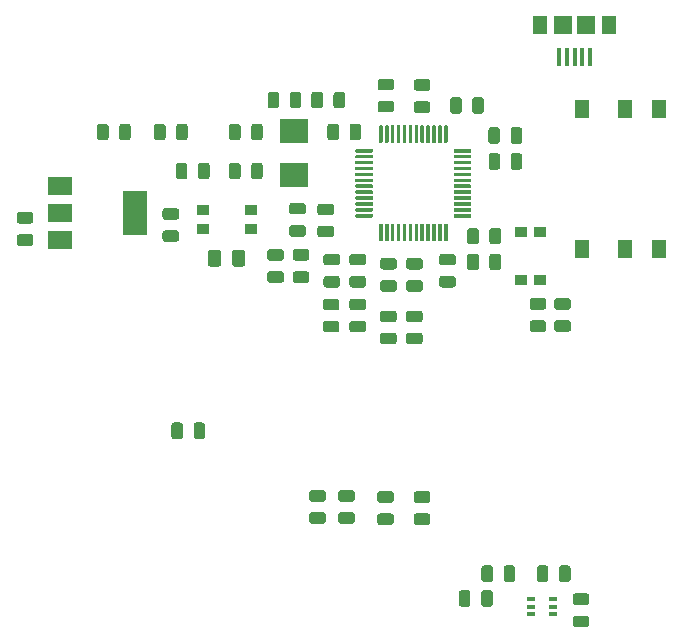
<source format=gbr>
G04 #@! TF.GenerationSoftware,KiCad,Pcbnew,(5.1.5-0-10_14)*
G04 #@! TF.CreationDate,2020-01-24T10:00:26-08:00*
G04 #@! TF.ProjectId,powersupply,706f7765-7273-4757-9070-6c792e6b6963,rev?*
G04 #@! TF.SameCoordinates,Original*
G04 #@! TF.FileFunction,Paste,Top*
G04 #@! TF.FilePolarity,Positive*
%FSLAX46Y46*%
G04 Gerber Fmt 4.6, Leading zero omitted, Abs format (unit mm)*
G04 Created by KiCad (PCBNEW (5.1.5-0-10_14)) date 2020-01-24 10:00:26*
%MOMM*%
%LPD*%
G04 APERTURE LIST*
%ADD10C,0.100000*%
%ADD11R,1.000000X0.900000*%
%ADD12R,1.300000X1.600000*%
%ADD13R,2.400000X2.000000*%
%ADD14R,0.650000X0.400000*%
%ADD15R,2.000000X1.500000*%
%ADD16R,2.000000X3.800000*%
%ADD17R,1.200000X1.650000*%
%ADD18R,0.400000X1.650000*%
%ADD19R,1.500000X1.650000*%
G04 APERTURE END LIST*
D10*
G36*
X74930142Y-75301174D02*
G01*
X74953803Y-75304684D01*
X74977007Y-75310496D01*
X74999529Y-75318554D01*
X75021153Y-75328782D01*
X75041670Y-75341079D01*
X75060883Y-75355329D01*
X75078607Y-75371393D01*
X75094671Y-75389117D01*
X75108921Y-75408330D01*
X75121218Y-75428847D01*
X75131446Y-75450471D01*
X75139504Y-75472993D01*
X75145316Y-75496197D01*
X75148826Y-75519858D01*
X75150000Y-75543750D01*
X75150000Y-76456250D01*
X75148826Y-76480142D01*
X75145316Y-76503803D01*
X75139504Y-76527007D01*
X75131446Y-76549529D01*
X75121218Y-76571153D01*
X75108921Y-76591670D01*
X75094671Y-76610883D01*
X75078607Y-76628607D01*
X75060883Y-76644671D01*
X75041670Y-76658921D01*
X75021153Y-76671218D01*
X74999529Y-76681446D01*
X74977007Y-76689504D01*
X74953803Y-76695316D01*
X74930142Y-76698826D01*
X74906250Y-76700000D01*
X74418750Y-76700000D01*
X74394858Y-76698826D01*
X74371197Y-76695316D01*
X74347993Y-76689504D01*
X74325471Y-76681446D01*
X74303847Y-76671218D01*
X74283330Y-76658921D01*
X74264117Y-76644671D01*
X74246393Y-76628607D01*
X74230329Y-76610883D01*
X74216079Y-76591670D01*
X74203782Y-76571153D01*
X74193554Y-76549529D01*
X74185496Y-76527007D01*
X74179684Y-76503803D01*
X74176174Y-76480142D01*
X74175000Y-76456250D01*
X74175000Y-75543750D01*
X74176174Y-75519858D01*
X74179684Y-75496197D01*
X74185496Y-75472993D01*
X74193554Y-75450471D01*
X74203782Y-75428847D01*
X74216079Y-75408330D01*
X74230329Y-75389117D01*
X74246393Y-75371393D01*
X74264117Y-75355329D01*
X74283330Y-75341079D01*
X74303847Y-75328782D01*
X74325471Y-75318554D01*
X74347993Y-75310496D01*
X74371197Y-75304684D01*
X74394858Y-75301174D01*
X74418750Y-75300000D01*
X74906250Y-75300000D01*
X74930142Y-75301174D01*
G37*
G36*
X76805142Y-75301174D02*
G01*
X76828803Y-75304684D01*
X76852007Y-75310496D01*
X76874529Y-75318554D01*
X76896153Y-75328782D01*
X76916670Y-75341079D01*
X76935883Y-75355329D01*
X76953607Y-75371393D01*
X76969671Y-75389117D01*
X76983921Y-75408330D01*
X76996218Y-75428847D01*
X77006446Y-75450471D01*
X77014504Y-75472993D01*
X77020316Y-75496197D01*
X77023826Y-75519858D01*
X77025000Y-75543750D01*
X77025000Y-76456250D01*
X77023826Y-76480142D01*
X77020316Y-76503803D01*
X77014504Y-76527007D01*
X77006446Y-76549529D01*
X76996218Y-76571153D01*
X76983921Y-76591670D01*
X76969671Y-76610883D01*
X76953607Y-76628607D01*
X76935883Y-76644671D01*
X76916670Y-76658921D01*
X76896153Y-76671218D01*
X76874529Y-76681446D01*
X76852007Y-76689504D01*
X76828803Y-76695316D01*
X76805142Y-76698826D01*
X76781250Y-76700000D01*
X76293750Y-76700000D01*
X76269858Y-76698826D01*
X76246197Y-76695316D01*
X76222993Y-76689504D01*
X76200471Y-76681446D01*
X76178847Y-76671218D01*
X76158330Y-76658921D01*
X76139117Y-76644671D01*
X76121393Y-76628607D01*
X76105329Y-76610883D01*
X76091079Y-76591670D01*
X76078782Y-76571153D01*
X76068554Y-76549529D01*
X76060496Y-76527007D01*
X76054684Y-76503803D01*
X76051174Y-76480142D01*
X76050000Y-76456250D01*
X76050000Y-75543750D01*
X76051174Y-75519858D01*
X76054684Y-75496197D01*
X76060496Y-75472993D01*
X76068554Y-75450471D01*
X76078782Y-75428847D01*
X76091079Y-75408330D01*
X76105329Y-75389117D01*
X76121393Y-75371393D01*
X76139117Y-75355329D01*
X76158330Y-75341079D01*
X76178847Y-75328782D01*
X76200471Y-75318554D01*
X76222993Y-75310496D01*
X76246197Y-75304684D01*
X76269858Y-75301174D01*
X76293750Y-75300000D01*
X76781250Y-75300000D01*
X76805142Y-75301174D01*
G37*
G36*
X55830142Y-35201174D02*
G01*
X55853803Y-35204684D01*
X55877007Y-35210496D01*
X55899529Y-35218554D01*
X55921153Y-35228782D01*
X55941670Y-35241079D01*
X55960883Y-35255329D01*
X55978607Y-35271393D01*
X55994671Y-35289117D01*
X56008921Y-35308330D01*
X56021218Y-35328847D01*
X56031446Y-35350471D01*
X56039504Y-35372993D01*
X56045316Y-35396197D01*
X56048826Y-35419858D01*
X56050000Y-35443750D01*
X56050000Y-36356250D01*
X56048826Y-36380142D01*
X56045316Y-36403803D01*
X56039504Y-36427007D01*
X56031446Y-36449529D01*
X56021218Y-36471153D01*
X56008921Y-36491670D01*
X55994671Y-36510883D01*
X55978607Y-36528607D01*
X55960883Y-36544671D01*
X55941670Y-36558921D01*
X55921153Y-36571218D01*
X55899529Y-36581446D01*
X55877007Y-36589504D01*
X55853803Y-36595316D01*
X55830142Y-36598826D01*
X55806250Y-36600000D01*
X55318750Y-36600000D01*
X55294858Y-36598826D01*
X55271197Y-36595316D01*
X55247993Y-36589504D01*
X55225471Y-36581446D01*
X55203847Y-36571218D01*
X55183330Y-36558921D01*
X55164117Y-36544671D01*
X55146393Y-36528607D01*
X55130329Y-36510883D01*
X55116079Y-36491670D01*
X55103782Y-36471153D01*
X55093554Y-36449529D01*
X55085496Y-36427007D01*
X55079684Y-36403803D01*
X55076174Y-36380142D01*
X55075000Y-36356250D01*
X55075000Y-35443750D01*
X55076174Y-35419858D01*
X55079684Y-35396197D01*
X55085496Y-35372993D01*
X55093554Y-35350471D01*
X55103782Y-35328847D01*
X55116079Y-35308330D01*
X55130329Y-35289117D01*
X55146393Y-35271393D01*
X55164117Y-35255329D01*
X55183330Y-35241079D01*
X55203847Y-35228782D01*
X55225471Y-35218554D01*
X55247993Y-35210496D01*
X55271197Y-35204684D01*
X55294858Y-35201174D01*
X55318750Y-35200000D01*
X55806250Y-35200000D01*
X55830142Y-35201174D01*
G37*
G36*
X57705142Y-35201174D02*
G01*
X57728803Y-35204684D01*
X57752007Y-35210496D01*
X57774529Y-35218554D01*
X57796153Y-35228782D01*
X57816670Y-35241079D01*
X57835883Y-35255329D01*
X57853607Y-35271393D01*
X57869671Y-35289117D01*
X57883921Y-35308330D01*
X57896218Y-35328847D01*
X57906446Y-35350471D01*
X57914504Y-35372993D01*
X57920316Y-35396197D01*
X57923826Y-35419858D01*
X57925000Y-35443750D01*
X57925000Y-36356250D01*
X57923826Y-36380142D01*
X57920316Y-36403803D01*
X57914504Y-36427007D01*
X57906446Y-36449529D01*
X57896218Y-36471153D01*
X57883921Y-36491670D01*
X57869671Y-36510883D01*
X57853607Y-36528607D01*
X57835883Y-36544671D01*
X57816670Y-36558921D01*
X57796153Y-36571218D01*
X57774529Y-36581446D01*
X57752007Y-36589504D01*
X57728803Y-36595316D01*
X57705142Y-36598826D01*
X57681250Y-36600000D01*
X57193750Y-36600000D01*
X57169858Y-36598826D01*
X57146197Y-36595316D01*
X57122993Y-36589504D01*
X57100471Y-36581446D01*
X57078847Y-36571218D01*
X57058330Y-36558921D01*
X57039117Y-36544671D01*
X57021393Y-36528607D01*
X57005329Y-36510883D01*
X56991079Y-36491670D01*
X56978782Y-36471153D01*
X56968554Y-36449529D01*
X56960496Y-36427007D01*
X56954684Y-36403803D01*
X56951174Y-36380142D01*
X56950000Y-36356250D01*
X56950000Y-35443750D01*
X56951174Y-35419858D01*
X56954684Y-35396197D01*
X56960496Y-35372993D01*
X56968554Y-35350471D01*
X56978782Y-35328847D01*
X56991079Y-35308330D01*
X57005329Y-35289117D01*
X57021393Y-35271393D01*
X57039117Y-35255329D01*
X57058330Y-35241079D01*
X57078847Y-35228782D01*
X57100471Y-35218554D01*
X57122993Y-35210496D01*
X57146197Y-35204684D01*
X57169858Y-35201174D01*
X57193750Y-35200000D01*
X57681250Y-35200000D01*
X57705142Y-35201174D01*
G37*
G36*
X52130142Y-35201174D02*
G01*
X52153803Y-35204684D01*
X52177007Y-35210496D01*
X52199529Y-35218554D01*
X52221153Y-35228782D01*
X52241670Y-35241079D01*
X52260883Y-35255329D01*
X52278607Y-35271393D01*
X52294671Y-35289117D01*
X52308921Y-35308330D01*
X52321218Y-35328847D01*
X52331446Y-35350471D01*
X52339504Y-35372993D01*
X52345316Y-35396197D01*
X52348826Y-35419858D01*
X52350000Y-35443750D01*
X52350000Y-36356250D01*
X52348826Y-36380142D01*
X52345316Y-36403803D01*
X52339504Y-36427007D01*
X52331446Y-36449529D01*
X52321218Y-36471153D01*
X52308921Y-36491670D01*
X52294671Y-36510883D01*
X52278607Y-36528607D01*
X52260883Y-36544671D01*
X52241670Y-36558921D01*
X52221153Y-36571218D01*
X52199529Y-36581446D01*
X52177007Y-36589504D01*
X52153803Y-36595316D01*
X52130142Y-36598826D01*
X52106250Y-36600000D01*
X51618750Y-36600000D01*
X51594858Y-36598826D01*
X51571197Y-36595316D01*
X51547993Y-36589504D01*
X51525471Y-36581446D01*
X51503847Y-36571218D01*
X51483330Y-36558921D01*
X51464117Y-36544671D01*
X51446393Y-36528607D01*
X51430329Y-36510883D01*
X51416079Y-36491670D01*
X51403782Y-36471153D01*
X51393554Y-36449529D01*
X51385496Y-36427007D01*
X51379684Y-36403803D01*
X51376174Y-36380142D01*
X51375000Y-36356250D01*
X51375000Y-35443750D01*
X51376174Y-35419858D01*
X51379684Y-35396197D01*
X51385496Y-35372993D01*
X51393554Y-35350471D01*
X51403782Y-35328847D01*
X51416079Y-35308330D01*
X51430329Y-35289117D01*
X51446393Y-35271393D01*
X51464117Y-35255329D01*
X51483330Y-35241079D01*
X51503847Y-35228782D01*
X51525471Y-35218554D01*
X51547993Y-35210496D01*
X51571197Y-35204684D01*
X51594858Y-35201174D01*
X51618750Y-35200000D01*
X52106250Y-35200000D01*
X52130142Y-35201174D01*
G37*
G36*
X54005142Y-35201174D02*
G01*
X54028803Y-35204684D01*
X54052007Y-35210496D01*
X54074529Y-35218554D01*
X54096153Y-35228782D01*
X54116670Y-35241079D01*
X54135883Y-35255329D01*
X54153607Y-35271393D01*
X54169671Y-35289117D01*
X54183921Y-35308330D01*
X54196218Y-35328847D01*
X54206446Y-35350471D01*
X54214504Y-35372993D01*
X54220316Y-35396197D01*
X54223826Y-35419858D01*
X54225000Y-35443750D01*
X54225000Y-36356250D01*
X54223826Y-36380142D01*
X54220316Y-36403803D01*
X54214504Y-36427007D01*
X54206446Y-36449529D01*
X54196218Y-36471153D01*
X54183921Y-36491670D01*
X54169671Y-36510883D01*
X54153607Y-36528607D01*
X54135883Y-36544671D01*
X54116670Y-36558921D01*
X54096153Y-36571218D01*
X54074529Y-36581446D01*
X54052007Y-36589504D01*
X54028803Y-36595316D01*
X54005142Y-36598826D01*
X53981250Y-36600000D01*
X53493750Y-36600000D01*
X53469858Y-36598826D01*
X53446197Y-36595316D01*
X53422993Y-36589504D01*
X53400471Y-36581446D01*
X53378847Y-36571218D01*
X53358330Y-36558921D01*
X53339117Y-36544671D01*
X53321393Y-36528607D01*
X53305329Y-36510883D01*
X53291079Y-36491670D01*
X53278782Y-36471153D01*
X53268554Y-36449529D01*
X53260496Y-36427007D01*
X53254684Y-36403803D01*
X53251174Y-36380142D01*
X53250000Y-36356250D01*
X53250000Y-35443750D01*
X53251174Y-35419858D01*
X53254684Y-35396197D01*
X53260496Y-35372993D01*
X53268554Y-35350471D01*
X53278782Y-35328847D01*
X53291079Y-35308330D01*
X53305329Y-35289117D01*
X53321393Y-35271393D01*
X53339117Y-35255329D01*
X53358330Y-35241079D01*
X53378847Y-35228782D01*
X53400471Y-35218554D01*
X53422993Y-35210496D01*
X53446197Y-35204684D01*
X53469858Y-35201174D01*
X53493750Y-35200000D01*
X53981250Y-35200000D01*
X54005142Y-35201174D01*
G37*
D11*
X72800000Y-51150000D03*
X74400000Y-51150000D03*
X72800000Y-47050000D03*
X74400000Y-47050000D03*
D10*
G36*
X67080142Y-48926174D02*
G01*
X67103803Y-48929684D01*
X67127007Y-48935496D01*
X67149529Y-48943554D01*
X67171153Y-48953782D01*
X67191670Y-48966079D01*
X67210883Y-48980329D01*
X67228607Y-48996393D01*
X67244671Y-49014117D01*
X67258921Y-49033330D01*
X67271218Y-49053847D01*
X67281446Y-49075471D01*
X67289504Y-49097993D01*
X67295316Y-49121197D01*
X67298826Y-49144858D01*
X67300000Y-49168750D01*
X67300000Y-49656250D01*
X67298826Y-49680142D01*
X67295316Y-49703803D01*
X67289504Y-49727007D01*
X67281446Y-49749529D01*
X67271218Y-49771153D01*
X67258921Y-49791670D01*
X67244671Y-49810883D01*
X67228607Y-49828607D01*
X67210883Y-49844671D01*
X67191670Y-49858921D01*
X67171153Y-49871218D01*
X67149529Y-49881446D01*
X67127007Y-49889504D01*
X67103803Y-49895316D01*
X67080142Y-49898826D01*
X67056250Y-49900000D01*
X66143750Y-49900000D01*
X66119858Y-49898826D01*
X66096197Y-49895316D01*
X66072993Y-49889504D01*
X66050471Y-49881446D01*
X66028847Y-49871218D01*
X66008330Y-49858921D01*
X65989117Y-49844671D01*
X65971393Y-49828607D01*
X65955329Y-49810883D01*
X65941079Y-49791670D01*
X65928782Y-49771153D01*
X65918554Y-49749529D01*
X65910496Y-49727007D01*
X65904684Y-49703803D01*
X65901174Y-49680142D01*
X65900000Y-49656250D01*
X65900000Y-49168750D01*
X65901174Y-49144858D01*
X65904684Y-49121197D01*
X65910496Y-49097993D01*
X65918554Y-49075471D01*
X65928782Y-49053847D01*
X65941079Y-49033330D01*
X65955329Y-49014117D01*
X65971393Y-48996393D01*
X65989117Y-48980329D01*
X66008330Y-48966079D01*
X66028847Y-48953782D01*
X66050471Y-48943554D01*
X66072993Y-48935496D01*
X66096197Y-48929684D01*
X66119858Y-48926174D01*
X66143750Y-48925000D01*
X67056250Y-48925000D01*
X67080142Y-48926174D01*
G37*
G36*
X67080142Y-50801174D02*
G01*
X67103803Y-50804684D01*
X67127007Y-50810496D01*
X67149529Y-50818554D01*
X67171153Y-50828782D01*
X67191670Y-50841079D01*
X67210883Y-50855329D01*
X67228607Y-50871393D01*
X67244671Y-50889117D01*
X67258921Y-50908330D01*
X67271218Y-50928847D01*
X67281446Y-50950471D01*
X67289504Y-50972993D01*
X67295316Y-50996197D01*
X67298826Y-51019858D01*
X67300000Y-51043750D01*
X67300000Y-51531250D01*
X67298826Y-51555142D01*
X67295316Y-51578803D01*
X67289504Y-51602007D01*
X67281446Y-51624529D01*
X67271218Y-51646153D01*
X67258921Y-51666670D01*
X67244671Y-51685883D01*
X67228607Y-51703607D01*
X67210883Y-51719671D01*
X67191670Y-51733921D01*
X67171153Y-51746218D01*
X67149529Y-51756446D01*
X67127007Y-51764504D01*
X67103803Y-51770316D01*
X67080142Y-51773826D01*
X67056250Y-51775000D01*
X66143750Y-51775000D01*
X66119858Y-51773826D01*
X66096197Y-51770316D01*
X66072993Y-51764504D01*
X66050471Y-51756446D01*
X66028847Y-51746218D01*
X66008330Y-51733921D01*
X65989117Y-51719671D01*
X65971393Y-51703607D01*
X65955329Y-51685883D01*
X65941079Y-51666670D01*
X65928782Y-51646153D01*
X65918554Y-51624529D01*
X65910496Y-51602007D01*
X65904684Y-51578803D01*
X65901174Y-51555142D01*
X65900000Y-51531250D01*
X65900000Y-51043750D01*
X65901174Y-51019858D01*
X65904684Y-50996197D01*
X65910496Y-50972993D01*
X65918554Y-50950471D01*
X65928782Y-50928847D01*
X65941079Y-50908330D01*
X65955329Y-50889117D01*
X65971393Y-50871393D01*
X65989117Y-50855329D01*
X66008330Y-50841079D01*
X66028847Y-50828782D01*
X66050471Y-50818554D01*
X66072993Y-50810496D01*
X66096197Y-50804684D01*
X66119858Y-50801174D01*
X66143750Y-50800000D01*
X67056250Y-50800000D01*
X67080142Y-50801174D01*
G37*
D12*
X84470000Y-36700000D03*
X77970000Y-36700000D03*
X77970000Y-48500000D03*
X84470000Y-48500000D03*
X81670000Y-36700000D03*
X81670000Y-48500000D03*
D10*
G36*
X47224505Y-48601204D02*
G01*
X47248773Y-48604804D01*
X47272572Y-48610765D01*
X47295671Y-48619030D01*
X47317850Y-48629520D01*
X47338893Y-48642132D01*
X47358599Y-48656747D01*
X47376777Y-48673223D01*
X47393253Y-48691401D01*
X47407868Y-48711107D01*
X47420480Y-48732150D01*
X47430970Y-48754329D01*
X47439235Y-48777428D01*
X47445196Y-48801227D01*
X47448796Y-48825495D01*
X47450000Y-48849999D01*
X47450000Y-49750001D01*
X47448796Y-49774505D01*
X47445196Y-49798773D01*
X47439235Y-49822572D01*
X47430970Y-49845671D01*
X47420480Y-49867850D01*
X47407868Y-49888893D01*
X47393253Y-49908599D01*
X47376777Y-49926777D01*
X47358599Y-49943253D01*
X47338893Y-49957868D01*
X47317850Y-49970480D01*
X47295671Y-49980970D01*
X47272572Y-49989235D01*
X47248773Y-49995196D01*
X47224505Y-49998796D01*
X47200001Y-50000000D01*
X46549999Y-50000000D01*
X46525495Y-49998796D01*
X46501227Y-49995196D01*
X46477428Y-49989235D01*
X46454329Y-49980970D01*
X46432150Y-49970480D01*
X46411107Y-49957868D01*
X46391401Y-49943253D01*
X46373223Y-49926777D01*
X46356747Y-49908599D01*
X46342132Y-49888893D01*
X46329520Y-49867850D01*
X46319030Y-49845671D01*
X46310765Y-49822572D01*
X46304804Y-49798773D01*
X46301204Y-49774505D01*
X46300000Y-49750001D01*
X46300000Y-48849999D01*
X46301204Y-48825495D01*
X46304804Y-48801227D01*
X46310765Y-48777428D01*
X46319030Y-48754329D01*
X46329520Y-48732150D01*
X46342132Y-48711107D01*
X46356747Y-48691401D01*
X46373223Y-48673223D01*
X46391401Y-48656747D01*
X46411107Y-48642132D01*
X46432150Y-48629520D01*
X46454329Y-48619030D01*
X46477428Y-48610765D01*
X46501227Y-48604804D01*
X46525495Y-48601204D01*
X46549999Y-48600000D01*
X47200001Y-48600000D01*
X47224505Y-48601204D01*
G37*
G36*
X49274505Y-48601204D02*
G01*
X49298773Y-48604804D01*
X49322572Y-48610765D01*
X49345671Y-48619030D01*
X49367850Y-48629520D01*
X49388893Y-48642132D01*
X49408599Y-48656747D01*
X49426777Y-48673223D01*
X49443253Y-48691401D01*
X49457868Y-48711107D01*
X49470480Y-48732150D01*
X49480970Y-48754329D01*
X49489235Y-48777428D01*
X49495196Y-48801227D01*
X49498796Y-48825495D01*
X49500000Y-48849999D01*
X49500000Y-49750001D01*
X49498796Y-49774505D01*
X49495196Y-49798773D01*
X49489235Y-49822572D01*
X49480970Y-49845671D01*
X49470480Y-49867850D01*
X49457868Y-49888893D01*
X49443253Y-49908599D01*
X49426777Y-49926777D01*
X49408599Y-49943253D01*
X49388893Y-49957868D01*
X49367850Y-49970480D01*
X49345671Y-49980970D01*
X49322572Y-49989235D01*
X49298773Y-49995196D01*
X49274505Y-49998796D01*
X49250001Y-50000000D01*
X48599999Y-50000000D01*
X48575495Y-49998796D01*
X48551227Y-49995196D01*
X48527428Y-49989235D01*
X48504329Y-49980970D01*
X48482150Y-49970480D01*
X48461107Y-49957868D01*
X48441401Y-49943253D01*
X48423223Y-49926777D01*
X48406747Y-49908599D01*
X48392132Y-49888893D01*
X48379520Y-49867850D01*
X48369030Y-49845671D01*
X48360765Y-49822572D01*
X48354804Y-49798773D01*
X48351204Y-49774505D01*
X48350000Y-49750001D01*
X48350000Y-48849999D01*
X48351204Y-48825495D01*
X48354804Y-48801227D01*
X48360765Y-48777428D01*
X48369030Y-48754329D01*
X48379520Y-48732150D01*
X48392132Y-48711107D01*
X48406747Y-48691401D01*
X48423223Y-48673223D01*
X48441401Y-48656747D01*
X48461107Y-48642132D01*
X48482150Y-48629520D01*
X48504329Y-48619030D01*
X48527428Y-48610765D01*
X48551227Y-48604804D01*
X48575495Y-48601204D01*
X48599999Y-48600000D01*
X49250001Y-48600000D01*
X49274505Y-48601204D01*
G37*
G36*
X42510142Y-37909174D02*
G01*
X42533803Y-37912684D01*
X42557007Y-37918496D01*
X42579529Y-37926554D01*
X42601153Y-37936782D01*
X42621670Y-37949079D01*
X42640883Y-37963329D01*
X42658607Y-37979393D01*
X42674671Y-37997117D01*
X42688921Y-38016330D01*
X42701218Y-38036847D01*
X42711446Y-38058471D01*
X42719504Y-38080993D01*
X42725316Y-38104197D01*
X42728826Y-38127858D01*
X42730000Y-38151750D01*
X42730000Y-39064250D01*
X42728826Y-39088142D01*
X42725316Y-39111803D01*
X42719504Y-39135007D01*
X42711446Y-39157529D01*
X42701218Y-39179153D01*
X42688921Y-39199670D01*
X42674671Y-39218883D01*
X42658607Y-39236607D01*
X42640883Y-39252671D01*
X42621670Y-39266921D01*
X42601153Y-39279218D01*
X42579529Y-39289446D01*
X42557007Y-39297504D01*
X42533803Y-39303316D01*
X42510142Y-39306826D01*
X42486250Y-39308000D01*
X41998750Y-39308000D01*
X41974858Y-39306826D01*
X41951197Y-39303316D01*
X41927993Y-39297504D01*
X41905471Y-39289446D01*
X41883847Y-39279218D01*
X41863330Y-39266921D01*
X41844117Y-39252671D01*
X41826393Y-39236607D01*
X41810329Y-39218883D01*
X41796079Y-39199670D01*
X41783782Y-39179153D01*
X41773554Y-39157529D01*
X41765496Y-39135007D01*
X41759684Y-39111803D01*
X41756174Y-39088142D01*
X41755000Y-39064250D01*
X41755000Y-38151750D01*
X41756174Y-38127858D01*
X41759684Y-38104197D01*
X41765496Y-38080993D01*
X41773554Y-38058471D01*
X41783782Y-38036847D01*
X41796079Y-38016330D01*
X41810329Y-37997117D01*
X41826393Y-37979393D01*
X41844117Y-37963329D01*
X41863330Y-37949079D01*
X41883847Y-37936782D01*
X41905471Y-37926554D01*
X41927993Y-37918496D01*
X41951197Y-37912684D01*
X41974858Y-37909174D01*
X41998750Y-37908000D01*
X42486250Y-37908000D01*
X42510142Y-37909174D01*
G37*
G36*
X44385142Y-37909174D02*
G01*
X44408803Y-37912684D01*
X44432007Y-37918496D01*
X44454529Y-37926554D01*
X44476153Y-37936782D01*
X44496670Y-37949079D01*
X44515883Y-37963329D01*
X44533607Y-37979393D01*
X44549671Y-37997117D01*
X44563921Y-38016330D01*
X44576218Y-38036847D01*
X44586446Y-38058471D01*
X44594504Y-38080993D01*
X44600316Y-38104197D01*
X44603826Y-38127858D01*
X44605000Y-38151750D01*
X44605000Y-39064250D01*
X44603826Y-39088142D01*
X44600316Y-39111803D01*
X44594504Y-39135007D01*
X44586446Y-39157529D01*
X44576218Y-39179153D01*
X44563921Y-39199670D01*
X44549671Y-39218883D01*
X44533607Y-39236607D01*
X44515883Y-39252671D01*
X44496670Y-39266921D01*
X44476153Y-39279218D01*
X44454529Y-39289446D01*
X44432007Y-39297504D01*
X44408803Y-39303316D01*
X44385142Y-39306826D01*
X44361250Y-39308000D01*
X43873750Y-39308000D01*
X43849858Y-39306826D01*
X43826197Y-39303316D01*
X43802993Y-39297504D01*
X43780471Y-39289446D01*
X43758847Y-39279218D01*
X43738330Y-39266921D01*
X43719117Y-39252671D01*
X43701393Y-39236607D01*
X43685329Y-39218883D01*
X43671079Y-39199670D01*
X43658782Y-39179153D01*
X43648554Y-39157529D01*
X43640496Y-39135007D01*
X43634684Y-39111803D01*
X43631174Y-39088142D01*
X43630000Y-39064250D01*
X43630000Y-38151750D01*
X43631174Y-38127858D01*
X43634684Y-38104197D01*
X43640496Y-38080993D01*
X43648554Y-38058471D01*
X43658782Y-38036847D01*
X43671079Y-38016330D01*
X43685329Y-37997117D01*
X43701393Y-37979393D01*
X43719117Y-37963329D01*
X43738330Y-37949079D01*
X43758847Y-37936782D01*
X43780471Y-37926554D01*
X43802993Y-37918496D01*
X43826197Y-37912684D01*
X43849858Y-37909174D01*
X43873750Y-37908000D01*
X44361250Y-37908000D01*
X44385142Y-37909174D01*
G37*
G36*
X39559142Y-37909174D02*
G01*
X39582803Y-37912684D01*
X39606007Y-37918496D01*
X39628529Y-37926554D01*
X39650153Y-37936782D01*
X39670670Y-37949079D01*
X39689883Y-37963329D01*
X39707607Y-37979393D01*
X39723671Y-37997117D01*
X39737921Y-38016330D01*
X39750218Y-38036847D01*
X39760446Y-38058471D01*
X39768504Y-38080993D01*
X39774316Y-38104197D01*
X39777826Y-38127858D01*
X39779000Y-38151750D01*
X39779000Y-39064250D01*
X39777826Y-39088142D01*
X39774316Y-39111803D01*
X39768504Y-39135007D01*
X39760446Y-39157529D01*
X39750218Y-39179153D01*
X39737921Y-39199670D01*
X39723671Y-39218883D01*
X39707607Y-39236607D01*
X39689883Y-39252671D01*
X39670670Y-39266921D01*
X39650153Y-39279218D01*
X39628529Y-39289446D01*
X39606007Y-39297504D01*
X39582803Y-39303316D01*
X39559142Y-39306826D01*
X39535250Y-39308000D01*
X39047750Y-39308000D01*
X39023858Y-39306826D01*
X39000197Y-39303316D01*
X38976993Y-39297504D01*
X38954471Y-39289446D01*
X38932847Y-39279218D01*
X38912330Y-39266921D01*
X38893117Y-39252671D01*
X38875393Y-39236607D01*
X38859329Y-39218883D01*
X38845079Y-39199670D01*
X38832782Y-39179153D01*
X38822554Y-39157529D01*
X38814496Y-39135007D01*
X38808684Y-39111803D01*
X38805174Y-39088142D01*
X38804000Y-39064250D01*
X38804000Y-38151750D01*
X38805174Y-38127858D01*
X38808684Y-38104197D01*
X38814496Y-38080993D01*
X38822554Y-38058471D01*
X38832782Y-38036847D01*
X38845079Y-38016330D01*
X38859329Y-37997117D01*
X38875393Y-37979393D01*
X38893117Y-37963329D01*
X38912330Y-37949079D01*
X38932847Y-37936782D01*
X38954471Y-37926554D01*
X38976993Y-37918496D01*
X39000197Y-37912684D01*
X39023858Y-37909174D01*
X39047750Y-37908000D01*
X39535250Y-37908000D01*
X39559142Y-37909174D01*
G37*
G36*
X37684142Y-37909174D02*
G01*
X37707803Y-37912684D01*
X37731007Y-37918496D01*
X37753529Y-37926554D01*
X37775153Y-37936782D01*
X37795670Y-37949079D01*
X37814883Y-37963329D01*
X37832607Y-37979393D01*
X37848671Y-37997117D01*
X37862921Y-38016330D01*
X37875218Y-38036847D01*
X37885446Y-38058471D01*
X37893504Y-38080993D01*
X37899316Y-38104197D01*
X37902826Y-38127858D01*
X37904000Y-38151750D01*
X37904000Y-39064250D01*
X37902826Y-39088142D01*
X37899316Y-39111803D01*
X37893504Y-39135007D01*
X37885446Y-39157529D01*
X37875218Y-39179153D01*
X37862921Y-39199670D01*
X37848671Y-39218883D01*
X37832607Y-39236607D01*
X37814883Y-39252671D01*
X37795670Y-39266921D01*
X37775153Y-39279218D01*
X37753529Y-39289446D01*
X37731007Y-39297504D01*
X37707803Y-39303316D01*
X37684142Y-39306826D01*
X37660250Y-39308000D01*
X37172750Y-39308000D01*
X37148858Y-39306826D01*
X37125197Y-39303316D01*
X37101993Y-39297504D01*
X37079471Y-39289446D01*
X37057847Y-39279218D01*
X37037330Y-39266921D01*
X37018117Y-39252671D01*
X37000393Y-39236607D01*
X36984329Y-39218883D01*
X36970079Y-39199670D01*
X36957782Y-39179153D01*
X36947554Y-39157529D01*
X36939496Y-39135007D01*
X36933684Y-39111803D01*
X36930174Y-39088142D01*
X36929000Y-39064250D01*
X36929000Y-38151750D01*
X36930174Y-38127858D01*
X36933684Y-38104197D01*
X36939496Y-38080993D01*
X36947554Y-38058471D01*
X36957782Y-38036847D01*
X36970079Y-38016330D01*
X36984329Y-37997117D01*
X37000393Y-37979393D01*
X37018117Y-37963329D01*
X37037330Y-37949079D01*
X37057847Y-37936782D01*
X37079471Y-37926554D01*
X37101993Y-37918496D01*
X37125197Y-37912684D01*
X37148858Y-37909174D01*
X37172750Y-37908000D01*
X37660250Y-37908000D01*
X37684142Y-37909174D01*
G37*
G36*
X70205142Y-77401174D02*
G01*
X70228803Y-77404684D01*
X70252007Y-77410496D01*
X70274529Y-77418554D01*
X70296153Y-77428782D01*
X70316670Y-77441079D01*
X70335883Y-77455329D01*
X70353607Y-77471393D01*
X70369671Y-77489117D01*
X70383921Y-77508330D01*
X70396218Y-77528847D01*
X70406446Y-77550471D01*
X70414504Y-77572993D01*
X70420316Y-77596197D01*
X70423826Y-77619858D01*
X70425000Y-77643750D01*
X70425000Y-78556250D01*
X70423826Y-78580142D01*
X70420316Y-78603803D01*
X70414504Y-78627007D01*
X70406446Y-78649529D01*
X70396218Y-78671153D01*
X70383921Y-78691670D01*
X70369671Y-78710883D01*
X70353607Y-78728607D01*
X70335883Y-78744671D01*
X70316670Y-78758921D01*
X70296153Y-78771218D01*
X70274529Y-78781446D01*
X70252007Y-78789504D01*
X70228803Y-78795316D01*
X70205142Y-78798826D01*
X70181250Y-78800000D01*
X69693750Y-78800000D01*
X69669858Y-78798826D01*
X69646197Y-78795316D01*
X69622993Y-78789504D01*
X69600471Y-78781446D01*
X69578847Y-78771218D01*
X69558330Y-78758921D01*
X69539117Y-78744671D01*
X69521393Y-78728607D01*
X69505329Y-78710883D01*
X69491079Y-78691670D01*
X69478782Y-78671153D01*
X69468554Y-78649529D01*
X69460496Y-78627007D01*
X69454684Y-78603803D01*
X69451174Y-78580142D01*
X69450000Y-78556250D01*
X69450000Y-77643750D01*
X69451174Y-77619858D01*
X69454684Y-77596197D01*
X69460496Y-77572993D01*
X69468554Y-77550471D01*
X69478782Y-77528847D01*
X69491079Y-77508330D01*
X69505329Y-77489117D01*
X69521393Y-77471393D01*
X69539117Y-77455329D01*
X69558330Y-77441079D01*
X69578847Y-77428782D01*
X69600471Y-77418554D01*
X69622993Y-77410496D01*
X69646197Y-77404684D01*
X69669858Y-77401174D01*
X69693750Y-77400000D01*
X70181250Y-77400000D01*
X70205142Y-77401174D01*
G37*
G36*
X68330142Y-77401174D02*
G01*
X68353803Y-77404684D01*
X68377007Y-77410496D01*
X68399529Y-77418554D01*
X68421153Y-77428782D01*
X68441670Y-77441079D01*
X68460883Y-77455329D01*
X68478607Y-77471393D01*
X68494671Y-77489117D01*
X68508921Y-77508330D01*
X68521218Y-77528847D01*
X68531446Y-77550471D01*
X68539504Y-77572993D01*
X68545316Y-77596197D01*
X68548826Y-77619858D01*
X68550000Y-77643750D01*
X68550000Y-78556250D01*
X68548826Y-78580142D01*
X68545316Y-78603803D01*
X68539504Y-78627007D01*
X68531446Y-78649529D01*
X68521218Y-78671153D01*
X68508921Y-78691670D01*
X68494671Y-78710883D01*
X68478607Y-78728607D01*
X68460883Y-78744671D01*
X68441670Y-78758921D01*
X68421153Y-78771218D01*
X68399529Y-78781446D01*
X68377007Y-78789504D01*
X68353803Y-78795316D01*
X68330142Y-78798826D01*
X68306250Y-78800000D01*
X67818750Y-78800000D01*
X67794858Y-78798826D01*
X67771197Y-78795316D01*
X67747993Y-78789504D01*
X67725471Y-78781446D01*
X67703847Y-78771218D01*
X67683330Y-78758921D01*
X67664117Y-78744671D01*
X67646393Y-78728607D01*
X67630329Y-78710883D01*
X67616079Y-78691670D01*
X67603782Y-78671153D01*
X67593554Y-78649529D01*
X67585496Y-78627007D01*
X67579684Y-78603803D01*
X67576174Y-78580142D01*
X67575000Y-78556250D01*
X67575000Y-77643750D01*
X67576174Y-77619858D01*
X67579684Y-77596197D01*
X67585496Y-77572993D01*
X67593554Y-77550471D01*
X67603782Y-77528847D01*
X67616079Y-77508330D01*
X67630329Y-77489117D01*
X67646393Y-77471393D01*
X67664117Y-77455329D01*
X67683330Y-77441079D01*
X67703847Y-77428782D01*
X67725471Y-77418554D01*
X67747993Y-77410496D01*
X67771197Y-77404684D01*
X67794858Y-77401174D01*
X67818750Y-77400000D01*
X68306250Y-77400000D01*
X68330142Y-77401174D01*
G37*
G36*
X70905142Y-48901174D02*
G01*
X70928803Y-48904684D01*
X70952007Y-48910496D01*
X70974529Y-48918554D01*
X70996153Y-48928782D01*
X71016670Y-48941079D01*
X71035883Y-48955329D01*
X71053607Y-48971393D01*
X71069671Y-48989117D01*
X71083921Y-49008330D01*
X71096218Y-49028847D01*
X71106446Y-49050471D01*
X71114504Y-49072993D01*
X71120316Y-49096197D01*
X71123826Y-49119858D01*
X71125000Y-49143750D01*
X71125000Y-50056250D01*
X71123826Y-50080142D01*
X71120316Y-50103803D01*
X71114504Y-50127007D01*
X71106446Y-50149529D01*
X71096218Y-50171153D01*
X71083921Y-50191670D01*
X71069671Y-50210883D01*
X71053607Y-50228607D01*
X71035883Y-50244671D01*
X71016670Y-50258921D01*
X70996153Y-50271218D01*
X70974529Y-50281446D01*
X70952007Y-50289504D01*
X70928803Y-50295316D01*
X70905142Y-50298826D01*
X70881250Y-50300000D01*
X70393750Y-50300000D01*
X70369858Y-50298826D01*
X70346197Y-50295316D01*
X70322993Y-50289504D01*
X70300471Y-50281446D01*
X70278847Y-50271218D01*
X70258330Y-50258921D01*
X70239117Y-50244671D01*
X70221393Y-50228607D01*
X70205329Y-50210883D01*
X70191079Y-50191670D01*
X70178782Y-50171153D01*
X70168554Y-50149529D01*
X70160496Y-50127007D01*
X70154684Y-50103803D01*
X70151174Y-50080142D01*
X70150000Y-50056250D01*
X70150000Y-49143750D01*
X70151174Y-49119858D01*
X70154684Y-49096197D01*
X70160496Y-49072993D01*
X70168554Y-49050471D01*
X70178782Y-49028847D01*
X70191079Y-49008330D01*
X70205329Y-48989117D01*
X70221393Y-48971393D01*
X70239117Y-48955329D01*
X70258330Y-48941079D01*
X70278847Y-48928782D01*
X70300471Y-48918554D01*
X70322993Y-48910496D01*
X70346197Y-48904684D01*
X70369858Y-48901174D01*
X70393750Y-48900000D01*
X70881250Y-48900000D01*
X70905142Y-48901174D01*
G37*
G36*
X69030142Y-48901174D02*
G01*
X69053803Y-48904684D01*
X69077007Y-48910496D01*
X69099529Y-48918554D01*
X69121153Y-48928782D01*
X69141670Y-48941079D01*
X69160883Y-48955329D01*
X69178607Y-48971393D01*
X69194671Y-48989117D01*
X69208921Y-49008330D01*
X69221218Y-49028847D01*
X69231446Y-49050471D01*
X69239504Y-49072993D01*
X69245316Y-49096197D01*
X69248826Y-49119858D01*
X69250000Y-49143750D01*
X69250000Y-50056250D01*
X69248826Y-50080142D01*
X69245316Y-50103803D01*
X69239504Y-50127007D01*
X69231446Y-50149529D01*
X69221218Y-50171153D01*
X69208921Y-50191670D01*
X69194671Y-50210883D01*
X69178607Y-50228607D01*
X69160883Y-50244671D01*
X69141670Y-50258921D01*
X69121153Y-50271218D01*
X69099529Y-50281446D01*
X69077007Y-50289504D01*
X69053803Y-50295316D01*
X69030142Y-50298826D01*
X69006250Y-50300000D01*
X68518750Y-50300000D01*
X68494858Y-50298826D01*
X68471197Y-50295316D01*
X68447993Y-50289504D01*
X68425471Y-50281446D01*
X68403847Y-50271218D01*
X68383330Y-50258921D01*
X68364117Y-50244671D01*
X68346393Y-50228607D01*
X68330329Y-50210883D01*
X68316079Y-50191670D01*
X68303782Y-50171153D01*
X68293554Y-50149529D01*
X68285496Y-50127007D01*
X68279684Y-50103803D01*
X68276174Y-50080142D01*
X68275000Y-50056250D01*
X68275000Y-49143750D01*
X68276174Y-49119858D01*
X68279684Y-49096197D01*
X68285496Y-49072993D01*
X68293554Y-49050471D01*
X68303782Y-49028847D01*
X68316079Y-49008330D01*
X68330329Y-48989117D01*
X68346393Y-48971393D01*
X68364117Y-48955329D01*
X68383330Y-48941079D01*
X68403847Y-48928782D01*
X68425471Y-48918554D01*
X68447993Y-48910496D01*
X68471197Y-48904684D01*
X68494858Y-48901174D01*
X68518750Y-48900000D01*
X69006250Y-48900000D01*
X69030142Y-48901174D01*
G37*
G36*
X61860142Y-35981174D02*
G01*
X61883803Y-35984684D01*
X61907007Y-35990496D01*
X61929529Y-35998554D01*
X61951153Y-36008782D01*
X61971670Y-36021079D01*
X61990883Y-36035329D01*
X62008607Y-36051393D01*
X62024671Y-36069117D01*
X62038921Y-36088330D01*
X62051218Y-36108847D01*
X62061446Y-36130471D01*
X62069504Y-36152993D01*
X62075316Y-36176197D01*
X62078826Y-36199858D01*
X62080000Y-36223750D01*
X62080000Y-36711250D01*
X62078826Y-36735142D01*
X62075316Y-36758803D01*
X62069504Y-36782007D01*
X62061446Y-36804529D01*
X62051218Y-36826153D01*
X62038921Y-36846670D01*
X62024671Y-36865883D01*
X62008607Y-36883607D01*
X61990883Y-36899671D01*
X61971670Y-36913921D01*
X61951153Y-36926218D01*
X61929529Y-36936446D01*
X61907007Y-36944504D01*
X61883803Y-36950316D01*
X61860142Y-36953826D01*
X61836250Y-36955000D01*
X60923750Y-36955000D01*
X60899858Y-36953826D01*
X60876197Y-36950316D01*
X60852993Y-36944504D01*
X60830471Y-36936446D01*
X60808847Y-36926218D01*
X60788330Y-36913921D01*
X60769117Y-36899671D01*
X60751393Y-36883607D01*
X60735329Y-36865883D01*
X60721079Y-36846670D01*
X60708782Y-36826153D01*
X60698554Y-36804529D01*
X60690496Y-36782007D01*
X60684684Y-36758803D01*
X60681174Y-36735142D01*
X60680000Y-36711250D01*
X60680000Y-36223750D01*
X60681174Y-36199858D01*
X60684684Y-36176197D01*
X60690496Y-36152993D01*
X60698554Y-36130471D01*
X60708782Y-36108847D01*
X60721079Y-36088330D01*
X60735329Y-36069117D01*
X60751393Y-36051393D01*
X60769117Y-36035329D01*
X60788330Y-36021079D01*
X60808847Y-36008782D01*
X60830471Y-35998554D01*
X60852993Y-35990496D01*
X60876197Y-35984684D01*
X60899858Y-35981174D01*
X60923750Y-35980000D01*
X61836250Y-35980000D01*
X61860142Y-35981174D01*
G37*
G36*
X61860142Y-34106174D02*
G01*
X61883803Y-34109684D01*
X61907007Y-34115496D01*
X61929529Y-34123554D01*
X61951153Y-34133782D01*
X61971670Y-34146079D01*
X61990883Y-34160329D01*
X62008607Y-34176393D01*
X62024671Y-34194117D01*
X62038921Y-34213330D01*
X62051218Y-34233847D01*
X62061446Y-34255471D01*
X62069504Y-34277993D01*
X62075316Y-34301197D01*
X62078826Y-34324858D01*
X62080000Y-34348750D01*
X62080000Y-34836250D01*
X62078826Y-34860142D01*
X62075316Y-34883803D01*
X62069504Y-34907007D01*
X62061446Y-34929529D01*
X62051218Y-34951153D01*
X62038921Y-34971670D01*
X62024671Y-34990883D01*
X62008607Y-35008607D01*
X61990883Y-35024671D01*
X61971670Y-35038921D01*
X61951153Y-35051218D01*
X61929529Y-35061446D01*
X61907007Y-35069504D01*
X61883803Y-35075316D01*
X61860142Y-35078826D01*
X61836250Y-35080000D01*
X60923750Y-35080000D01*
X60899858Y-35078826D01*
X60876197Y-35075316D01*
X60852993Y-35069504D01*
X60830471Y-35061446D01*
X60808847Y-35051218D01*
X60788330Y-35038921D01*
X60769117Y-35024671D01*
X60751393Y-35008607D01*
X60735329Y-34990883D01*
X60721079Y-34971670D01*
X60708782Y-34951153D01*
X60698554Y-34929529D01*
X60690496Y-34907007D01*
X60684684Y-34883803D01*
X60681174Y-34860142D01*
X60680000Y-34836250D01*
X60680000Y-34348750D01*
X60681174Y-34324858D01*
X60684684Y-34301197D01*
X60690496Y-34277993D01*
X60698554Y-34255471D01*
X60708782Y-34233847D01*
X60721079Y-34213330D01*
X60735329Y-34194117D01*
X60751393Y-34176393D01*
X60769117Y-34160329D01*
X60788330Y-34146079D01*
X60808847Y-34133782D01*
X60830471Y-34123554D01*
X60852993Y-34115496D01*
X60876197Y-34109684D01*
X60899858Y-34106174D01*
X60923750Y-34105000D01*
X61836250Y-34105000D01*
X61860142Y-34106174D01*
G37*
G36*
X56760142Y-46541174D02*
G01*
X56783803Y-46544684D01*
X56807007Y-46550496D01*
X56829529Y-46558554D01*
X56851153Y-46568782D01*
X56871670Y-46581079D01*
X56890883Y-46595329D01*
X56908607Y-46611393D01*
X56924671Y-46629117D01*
X56938921Y-46648330D01*
X56951218Y-46668847D01*
X56961446Y-46690471D01*
X56969504Y-46712993D01*
X56975316Y-46736197D01*
X56978826Y-46759858D01*
X56980000Y-46783750D01*
X56980000Y-47271250D01*
X56978826Y-47295142D01*
X56975316Y-47318803D01*
X56969504Y-47342007D01*
X56961446Y-47364529D01*
X56951218Y-47386153D01*
X56938921Y-47406670D01*
X56924671Y-47425883D01*
X56908607Y-47443607D01*
X56890883Y-47459671D01*
X56871670Y-47473921D01*
X56851153Y-47486218D01*
X56829529Y-47496446D01*
X56807007Y-47504504D01*
X56783803Y-47510316D01*
X56760142Y-47513826D01*
X56736250Y-47515000D01*
X55823750Y-47515000D01*
X55799858Y-47513826D01*
X55776197Y-47510316D01*
X55752993Y-47504504D01*
X55730471Y-47496446D01*
X55708847Y-47486218D01*
X55688330Y-47473921D01*
X55669117Y-47459671D01*
X55651393Y-47443607D01*
X55635329Y-47425883D01*
X55621079Y-47406670D01*
X55608782Y-47386153D01*
X55598554Y-47364529D01*
X55590496Y-47342007D01*
X55584684Y-47318803D01*
X55581174Y-47295142D01*
X55580000Y-47271250D01*
X55580000Y-46783750D01*
X55581174Y-46759858D01*
X55584684Y-46736197D01*
X55590496Y-46712993D01*
X55598554Y-46690471D01*
X55608782Y-46668847D01*
X55621079Y-46648330D01*
X55635329Y-46629117D01*
X55651393Y-46611393D01*
X55669117Y-46595329D01*
X55688330Y-46581079D01*
X55708847Y-46568782D01*
X55730471Y-46558554D01*
X55752993Y-46550496D01*
X55776197Y-46544684D01*
X55799858Y-46541174D01*
X55823750Y-46540000D01*
X56736250Y-46540000D01*
X56760142Y-46541174D01*
G37*
G36*
X56760142Y-44666174D02*
G01*
X56783803Y-44669684D01*
X56807007Y-44675496D01*
X56829529Y-44683554D01*
X56851153Y-44693782D01*
X56871670Y-44706079D01*
X56890883Y-44720329D01*
X56908607Y-44736393D01*
X56924671Y-44754117D01*
X56938921Y-44773330D01*
X56951218Y-44793847D01*
X56961446Y-44815471D01*
X56969504Y-44837993D01*
X56975316Y-44861197D01*
X56978826Y-44884858D01*
X56980000Y-44908750D01*
X56980000Y-45396250D01*
X56978826Y-45420142D01*
X56975316Y-45443803D01*
X56969504Y-45467007D01*
X56961446Y-45489529D01*
X56951218Y-45511153D01*
X56938921Y-45531670D01*
X56924671Y-45550883D01*
X56908607Y-45568607D01*
X56890883Y-45584671D01*
X56871670Y-45598921D01*
X56851153Y-45611218D01*
X56829529Y-45621446D01*
X56807007Y-45629504D01*
X56783803Y-45635316D01*
X56760142Y-45638826D01*
X56736250Y-45640000D01*
X55823750Y-45640000D01*
X55799858Y-45638826D01*
X55776197Y-45635316D01*
X55752993Y-45629504D01*
X55730471Y-45621446D01*
X55708847Y-45611218D01*
X55688330Y-45598921D01*
X55669117Y-45584671D01*
X55651393Y-45568607D01*
X55635329Y-45550883D01*
X55621079Y-45531670D01*
X55608782Y-45511153D01*
X55598554Y-45489529D01*
X55590496Y-45467007D01*
X55584684Y-45443803D01*
X55581174Y-45420142D01*
X55580000Y-45396250D01*
X55580000Y-44908750D01*
X55581174Y-44884858D01*
X55584684Y-44861197D01*
X55590496Y-44837993D01*
X55598554Y-44815471D01*
X55608782Y-44793847D01*
X55621079Y-44773330D01*
X55635329Y-44754117D01*
X55651393Y-44736393D01*
X55669117Y-44720329D01*
X55688330Y-44706079D01*
X55708847Y-44693782D01*
X55730471Y-44683554D01*
X55752993Y-44675496D01*
X55776197Y-44669684D01*
X55799858Y-44666174D01*
X55823750Y-44665000D01*
X56736250Y-44665000D01*
X56760142Y-44666174D01*
G37*
G36*
X54380142Y-46491174D02*
G01*
X54403803Y-46494684D01*
X54427007Y-46500496D01*
X54449529Y-46508554D01*
X54471153Y-46518782D01*
X54491670Y-46531079D01*
X54510883Y-46545329D01*
X54528607Y-46561393D01*
X54544671Y-46579117D01*
X54558921Y-46598330D01*
X54571218Y-46618847D01*
X54581446Y-46640471D01*
X54589504Y-46662993D01*
X54595316Y-46686197D01*
X54598826Y-46709858D01*
X54600000Y-46733750D01*
X54600000Y-47221250D01*
X54598826Y-47245142D01*
X54595316Y-47268803D01*
X54589504Y-47292007D01*
X54581446Y-47314529D01*
X54571218Y-47336153D01*
X54558921Y-47356670D01*
X54544671Y-47375883D01*
X54528607Y-47393607D01*
X54510883Y-47409671D01*
X54491670Y-47423921D01*
X54471153Y-47436218D01*
X54449529Y-47446446D01*
X54427007Y-47454504D01*
X54403803Y-47460316D01*
X54380142Y-47463826D01*
X54356250Y-47465000D01*
X53443750Y-47465000D01*
X53419858Y-47463826D01*
X53396197Y-47460316D01*
X53372993Y-47454504D01*
X53350471Y-47446446D01*
X53328847Y-47436218D01*
X53308330Y-47423921D01*
X53289117Y-47409671D01*
X53271393Y-47393607D01*
X53255329Y-47375883D01*
X53241079Y-47356670D01*
X53228782Y-47336153D01*
X53218554Y-47314529D01*
X53210496Y-47292007D01*
X53204684Y-47268803D01*
X53201174Y-47245142D01*
X53200000Y-47221250D01*
X53200000Y-46733750D01*
X53201174Y-46709858D01*
X53204684Y-46686197D01*
X53210496Y-46662993D01*
X53218554Y-46640471D01*
X53228782Y-46618847D01*
X53241079Y-46598330D01*
X53255329Y-46579117D01*
X53271393Y-46561393D01*
X53289117Y-46545329D01*
X53308330Y-46531079D01*
X53328847Y-46518782D01*
X53350471Y-46508554D01*
X53372993Y-46500496D01*
X53396197Y-46494684D01*
X53419858Y-46491174D01*
X53443750Y-46490000D01*
X54356250Y-46490000D01*
X54380142Y-46491174D01*
G37*
G36*
X54380142Y-44616174D02*
G01*
X54403803Y-44619684D01*
X54427007Y-44625496D01*
X54449529Y-44633554D01*
X54471153Y-44643782D01*
X54491670Y-44656079D01*
X54510883Y-44670329D01*
X54528607Y-44686393D01*
X54544671Y-44704117D01*
X54558921Y-44723330D01*
X54571218Y-44743847D01*
X54581446Y-44765471D01*
X54589504Y-44787993D01*
X54595316Y-44811197D01*
X54598826Y-44834858D01*
X54600000Y-44858750D01*
X54600000Y-45346250D01*
X54598826Y-45370142D01*
X54595316Y-45393803D01*
X54589504Y-45417007D01*
X54581446Y-45439529D01*
X54571218Y-45461153D01*
X54558921Y-45481670D01*
X54544671Y-45500883D01*
X54528607Y-45518607D01*
X54510883Y-45534671D01*
X54491670Y-45548921D01*
X54471153Y-45561218D01*
X54449529Y-45571446D01*
X54427007Y-45579504D01*
X54403803Y-45585316D01*
X54380142Y-45588826D01*
X54356250Y-45590000D01*
X53443750Y-45590000D01*
X53419858Y-45588826D01*
X53396197Y-45585316D01*
X53372993Y-45579504D01*
X53350471Y-45571446D01*
X53328847Y-45561218D01*
X53308330Y-45548921D01*
X53289117Y-45534671D01*
X53271393Y-45518607D01*
X53255329Y-45500883D01*
X53241079Y-45481670D01*
X53228782Y-45461153D01*
X53218554Y-45439529D01*
X53210496Y-45417007D01*
X53204684Y-45393803D01*
X53201174Y-45370142D01*
X53200000Y-45346250D01*
X53200000Y-44858750D01*
X53201174Y-44834858D01*
X53204684Y-44811197D01*
X53210496Y-44787993D01*
X53218554Y-44765471D01*
X53228782Y-44743847D01*
X53241079Y-44723330D01*
X53255329Y-44704117D01*
X53271393Y-44686393D01*
X53289117Y-44670329D01*
X53308330Y-44656079D01*
X53328847Y-44643782D01*
X53350471Y-44633554D01*
X53372993Y-44625496D01*
X53396197Y-44619684D01*
X53419858Y-44616174D01*
X53443750Y-44615000D01*
X54356250Y-44615000D01*
X54380142Y-44616174D01*
G37*
G36*
X59067642Y-37901174D02*
G01*
X59091303Y-37904684D01*
X59114507Y-37910496D01*
X59137029Y-37918554D01*
X59158653Y-37928782D01*
X59179170Y-37941079D01*
X59198383Y-37955329D01*
X59216107Y-37971393D01*
X59232171Y-37989117D01*
X59246421Y-38008330D01*
X59258718Y-38028847D01*
X59268946Y-38050471D01*
X59277004Y-38072993D01*
X59282816Y-38096197D01*
X59286326Y-38119858D01*
X59287500Y-38143750D01*
X59287500Y-39056250D01*
X59286326Y-39080142D01*
X59282816Y-39103803D01*
X59277004Y-39127007D01*
X59268946Y-39149529D01*
X59258718Y-39171153D01*
X59246421Y-39191670D01*
X59232171Y-39210883D01*
X59216107Y-39228607D01*
X59198383Y-39244671D01*
X59179170Y-39258921D01*
X59158653Y-39271218D01*
X59137029Y-39281446D01*
X59114507Y-39289504D01*
X59091303Y-39295316D01*
X59067642Y-39298826D01*
X59043750Y-39300000D01*
X58556250Y-39300000D01*
X58532358Y-39298826D01*
X58508697Y-39295316D01*
X58485493Y-39289504D01*
X58462971Y-39281446D01*
X58441347Y-39271218D01*
X58420830Y-39258921D01*
X58401617Y-39244671D01*
X58383893Y-39228607D01*
X58367829Y-39210883D01*
X58353579Y-39191670D01*
X58341282Y-39171153D01*
X58331054Y-39149529D01*
X58322996Y-39127007D01*
X58317184Y-39103803D01*
X58313674Y-39080142D01*
X58312500Y-39056250D01*
X58312500Y-38143750D01*
X58313674Y-38119858D01*
X58317184Y-38096197D01*
X58322996Y-38072993D01*
X58331054Y-38050471D01*
X58341282Y-38028847D01*
X58353579Y-38008330D01*
X58367829Y-37989117D01*
X58383893Y-37971393D01*
X58401617Y-37955329D01*
X58420830Y-37941079D01*
X58441347Y-37928782D01*
X58462971Y-37918554D01*
X58485493Y-37910496D01*
X58508697Y-37904684D01*
X58532358Y-37901174D01*
X58556250Y-37900000D01*
X59043750Y-37900000D01*
X59067642Y-37901174D01*
G37*
G36*
X57192642Y-37901174D02*
G01*
X57216303Y-37904684D01*
X57239507Y-37910496D01*
X57262029Y-37918554D01*
X57283653Y-37928782D01*
X57304170Y-37941079D01*
X57323383Y-37955329D01*
X57341107Y-37971393D01*
X57357171Y-37989117D01*
X57371421Y-38008330D01*
X57383718Y-38028847D01*
X57393946Y-38050471D01*
X57402004Y-38072993D01*
X57407816Y-38096197D01*
X57411326Y-38119858D01*
X57412500Y-38143750D01*
X57412500Y-39056250D01*
X57411326Y-39080142D01*
X57407816Y-39103803D01*
X57402004Y-39127007D01*
X57393946Y-39149529D01*
X57383718Y-39171153D01*
X57371421Y-39191670D01*
X57357171Y-39210883D01*
X57341107Y-39228607D01*
X57323383Y-39244671D01*
X57304170Y-39258921D01*
X57283653Y-39271218D01*
X57262029Y-39281446D01*
X57239507Y-39289504D01*
X57216303Y-39295316D01*
X57192642Y-39298826D01*
X57168750Y-39300000D01*
X56681250Y-39300000D01*
X56657358Y-39298826D01*
X56633697Y-39295316D01*
X56610493Y-39289504D01*
X56587971Y-39281446D01*
X56566347Y-39271218D01*
X56545830Y-39258921D01*
X56526617Y-39244671D01*
X56508893Y-39228607D01*
X56492829Y-39210883D01*
X56478579Y-39191670D01*
X56466282Y-39171153D01*
X56456054Y-39149529D01*
X56447996Y-39127007D01*
X56442184Y-39103803D01*
X56438674Y-39080142D01*
X56437500Y-39056250D01*
X56437500Y-38143750D01*
X56438674Y-38119858D01*
X56442184Y-38096197D01*
X56447996Y-38072993D01*
X56456054Y-38050471D01*
X56466282Y-38028847D01*
X56478579Y-38008330D01*
X56492829Y-37989117D01*
X56508893Y-37971393D01*
X56526617Y-37955329D01*
X56545830Y-37941079D01*
X56566347Y-37928782D01*
X56587971Y-37918554D01*
X56610493Y-37910496D01*
X56633697Y-37904684D01*
X56657358Y-37901174D01*
X56681250Y-37900000D01*
X57168750Y-37900000D01*
X57192642Y-37901174D01*
G37*
G36*
X70820142Y-38201174D02*
G01*
X70843803Y-38204684D01*
X70867007Y-38210496D01*
X70889529Y-38218554D01*
X70911153Y-38228782D01*
X70931670Y-38241079D01*
X70950883Y-38255329D01*
X70968607Y-38271393D01*
X70984671Y-38289117D01*
X70998921Y-38308330D01*
X71011218Y-38328847D01*
X71021446Y-38350471D01*
X71029504Y-38372993D01*
X71035316Y-38396197D01*
X71038826Y-38419858D01*
X71040000Y-38443750D01*
X71040000Y-39356250D01*
X71038826Y-39380142D01*
X71035316Y-39403803D01*
X71029504Y-39427007D01*
X71021446Y-39449529D01*
X71011218Y-39471153D01*
X70998921Y-39491670D01*
X70984671Y-39510883D01*
X70968607Y-39528607D01*
X70950883Y-39544671D01*
X70931670Y-39558921D01*
X70911153Y-39571218D01*
X70889529Y-39581446D01*
X70867007Y-39589504D01*
X70843803Y-39595316D01*
X70820142Y-39598826D01*
X70796250Y-39600000D01*
X70308750Y-39600000D01*
X70284858Y-39598826D01*
X70261197Y-39595316D01*
X70237993Y-39589504D01*
X70215471Y-39581446D01*
X70193847Y-39571218D01*
X70173330Y-39558921D01*
X70154117Y-39544671D01*
X70136393Y-39528607D01*
X70120329Y-39510883D01*
X70106079Y-39491670D01*
X70093782Y-39471153D01*
X70083554Y-39449529D01*
X70075496Y-39427007D01*
X70069684Y-39403803D01*
X70066174Y-39380142D01*
X70065000Y-39356250D01*
X70065000Y-38443750D01*
X70066174Y-38419858D01*
X70069684Y-38396197D01*
X70075496Y-38372993D01*
X70083554Y-38350471D01*
X70093782Y-38328847D01*
X70106079Y-38308330D01*
X70120329Y-38289117D01*
X70136393Y-38271393D01*
X70154117Y-38255329D01*
X70173330Y-38241079D01*
X70193847Y-38228782D01*
X70215471Y-38218554D01*
X70237993Y-38210496D01*
X70261197Y-38204684D01*
X70284858Y-38201174D01*
X70308750Y-38200000D01*
X70796250Y-38200000D01*
X70820142Y-38201174D01*
G37*
G36*
X72695142Y-38201174D02*
G01*
X72718803Y-38204684D01*
X72742007Y-38210496D01*
X72764529Y-38218554D01*
X72786153Y-38228782D01*
X72806670Y-38241079D01*
X72825883Y-38255329D01*
X72843607Y-38271393D01*
X72859671Y-38289117D01*
X72873921Y-38308330D01*
X72886218Y-38328847D01*
X72896446Y-38350471D01*
X72904504Y-38372993D01*
X72910316Y-38396197D01*
X72913826Y-38419858D01*
X72915000Y-38443750D01*
X72915000Y-39356250D01*
X72913826Y-39380142D01*
X72910316Y-39403803D01*
X72904504Y-39427007D01*
X72896446Y-39449529D01*
X72886218Y-39471153D01*
X72873921Y-39491670D01*
X72859671Y-39510883D01*
X72843607Y-39528607D01*
X72825883Y-39544671D01*
X72806670Y-39558921D01*
X72786153Y-39571218D01*
X72764529Y-39581446D01*
X72742007Y-39589504D01*
X72718803Y-39595316D01*
X72695142Y-39598826D01*
X72671250Y-39600000D01*
X72183750Y-39600000D01*
X72159858Y-39598826D01*
X72136197Y-39595316D01*
X72112993Y-39589504D01*
X72090471Y-39581446D01*
X72068847Y-39571218D01*
X72048330Y-39558921D01*
X72029117Y-39544671D01*
X72011393Y-39528607D01*
X71995329Y-39510883D01*
X71981079Y-39491670D01*
X71968782Y-39471153D01*
X71958554Y-39449529D01*
X71950496Y-39427007D01*
X71944684Y-39403803D01*
X71941174Y-39380142D01*
X71940000Y-39356250D01*
X71940000Y-38443750D01*
X71941174Y-38419858D01*
X71944684Y-38396197D01*
X71950496Y-38372993D01*
X71958554Y-38350471D01*
X71968782Y-38328847D01*
X71981079Y-38308330D01*
X71995329Y-38289117D01*
X72011393Y-38271393D01*
X72029117Y-38255329D01*
X72048330Y-38241079D01*
X72068847Y-38228782D01*
X72090471Y-38218554D01*
X72112993Y-38210496D01*
X72136197Y-38204684D01*
X72159858Y-38201174D01*
X72183750Y-38200000D01*
X72671250Y-38200000D01*
X72695142Y-38201174D01*
G37*
G36*
X70905142Y-46731174D02*
G01*
X70928803Y-46734684D01*
X70952007Y-46740496D01*
X70974529Y-46748554D01*
X70996153Y-46758782D01*
X71016670Y-46771079D01*
X71035883Y-46785329D01*
X71053607Y-46801393D01*
X71069671Y-46819117D01*
X71083921Y-46838330D01*
X71096218Y-46858847D01*
X71106446Y-46880471D01*
X71114504Y-46902993D01*
X71120316Y-46926197D01*
X71123826Y-46949858D01*
X71125000Y-46973750D01*
X71125000Y-47886250D01*
X71123826Y-47910142D01*
X71120316Y-47933803D01*
X71114504Y-47957007D01*
X71106446Y-47979529D01*
X71096218Y-48001153D01*
X71083921Y-48021670D01*
X71069671Y-48040883D01*
X71053607Y-48058607D01*
X71035883Y-48074671D01*
X71016670Y-48088921D01*
X70996153Y-48101218D01*
X70974529Y-48111446D01*
X70952007Y-48119504D01*
X70928803Y-48125316D01*
X70905142Y-48128826D01*
X70881250Y-48130000D01*
X70393750Y-48130000D01*
X70369858Y-48128826D01*
X70346197Y-48125316D01*
X70322993Y-48119504D01*
X70300471Y-48111446D01*
X70278847Y-48101218D01*
X70258330Y-48088921D01*
X70239117Y-48074671D01*
X70221393Y-48058607D01*
X70205329Y-48040883D01*
X70191079Y-48021670D01*
X70178782Y-48001153D01*
X70168554Y-47979529D01*
X70160496Y-47957007D01*
X70154684Y-47933803D01*
X70151174Y-47910142D01*
X70150000Y-47886250D01*
X70150000Y-46973750D01*
X70151174Y-46949858D01*
X70154684Y-46926197D01*
X70160496Y-46902993D01*
X70168554Y-46880471D01*
X70178782Y-46858847D01*
X70191079Y-46838330D01*
X70205329Y-46819117D01*
X70221393Y-46801393D01*
X70239117Y-46785329D01*
X70258330Y-46771079D01*
X70278847Y-46758782D01*
X70300471Y-46748554D01*
X70322993Y-46740496D01*
X70346197Y-46734684D01*
X70369858Y-46731174D01*
X70393750Y-46730000D01*
X70881250Y-46730000D01*
X70905142Y-46731174D01*
G37*
G36*
X69030142Y-46731174D02*
G01*
X69053803Y-46734684D01*
X69077007Y-46740496D01*
X69099529Y-46748554D01*
X69121153Y-46758782D01*
X69141670Y-46771079D01*
X69160883Y-46785329D01*
X69178607Y-46801393D01*
X69194671Y-46819117D01*
X69208921Y-46838330D01*
X69221218Y-46858847D01*
X69231446Y-46880471D01*
X69239504Y-46902993D01*
X69245316Y-46926197D01*
X69248826Y-46949858D01*
X69250000Y-46973750D01*
X69250000Y-47886250D01*
X69248826Y-47910142D01*
X69245316Y-47933803D01*
X69239504Y-47957007D01*
X69231446Y-47979529D01*
X69221218Y-48001153D01*
X69208921Y-48021670D01*
X69194671Y-48040883D01*
X69178607Y-48058607D01*
X69160883Y-48074671D01*
X69141670Y-48088921D01*
X69121153Y-48101218D01*
X69099529Y-48111446D01*
X69077007Y-48119504D01*
X69053803Y-48125316D01*
X69030142Y-48128826D01*
X69006250Y-48130000D01*
X68518750Y-48130000D01*
X68494858Y-48128826D01*
X68471197Y-48125316D01*
X68447993Y-48119504D01*
X68425471Y-48111446D01*
X68403847Y-48101218D01*
X68383330Y-48088921D01*
X68364117Y-48074671D01*
X68346393Y-48058607D01*
X68330329Y-48040883D01*
X68316079Y-48021670D01*
X68303782Y-48001153D01*
X68293554Y-47979529D01*
X68285496Y-47957007D01*
X68279684Y-47933803D01*
X68276174Y-47910142D01*
X68275000Y-47886250D01*
X68275000Y-46973750D01*
X68276174Y-46949858D01*
X68279684Y-46926197D01*
X68285496Y-46902993D01*
X68293554Y-46880471D01*
X68303782Y-46858847D01*
X68316079Y-46838330D01*
X68330329Y-46819117D01*
X68346393Y-46801393D01*
X68364117Y-46785329D01*
X68383330Y-46771079D01*
X68403847Y-46758782D01*
X68425471Y-46748554D01*
X68447993Y-46740496D01*
X68471197Y-46734684D01*
X68494858Y-46731174D01*
X68518750Y-46730000D01*
X69006250Y-46730000D01*
X69030142Y-46731174D01*
G37*
D13*
X53594000Y-42236000D03*
X53594000Y-38536000D03*
D11*
X45880000Y-45210000D03*
X45880000Y-46810000D03*
X49980000Y-45210000D03*
X49980000Y-46810000D03*
D10*
G36*
X70830142Y-40401174D02*
G01*
X70853803Y-40404684D01*
X70877007Y-40410496D01*
X70899529Y-40418554D01*
X70921153Y-40428782D01*
X70941670Y-40441079D01*
X70960883Y-40455329D01*
X70978607Y-40471393D01*
X70994671Y-40489117D01*
X71008921Y-40508330D01*
X71021218Y-40528847D01*
X71031446Y-40550471D01*
X71039504Y-40572993D01*
X71045316Y-40596197D01*
X71048826Y-40619858D01*
X71050000Y-40643750D01*
X71050000Y-41556250D01*
X71048826Y-41580142D01*
X71045316Y-41603803D01*
X71039504Y-41627007D01*
X71031446Y-41649529D01*
X71021218Y-41671153D01*
X71008921Y-41691670D01*
X70994671Y-41710883D01*
X70978607Y-41728607D01*
X70960883Y-41744671D01*
X70941670Y-41758921D01*
X70921153Y-41771218D01*
X70899529Y-41781446D01*
X70877007Y-41789504D01*
X70853803Y-41795316D01*
X70830142Y-41798826D01*
X70806250Y-41800000D01*
X70318750Y-41800000D01*
X70294858Y-41798826D01*
X70271197Y-41795316D01*
X70247993Y-41789504D01*
X70225471Y-41781446D01*
X70203847Y-41771218D01*
X70183330Y-41758921D01*
X70164117Y-41744671D01*
X70146393Y-41728607D01*
X70130329Y-41710883D01*
X70116079Y-41691670D01*
X70103782Y-41671153D01*
X70093554Y-41649529D01*
X70085496Y-41627007D01*
X70079684Y-41603803D01*
X70076174Y-41580142D01*
X70075000Y-41556250D01*
X70075000Y-40643750D01*
X70076174Y-40619858D01*
X70079684Y-40596197D01*
X70085496Y-40572993D01*
X70093554Y-40550471D01*
X70103782Y-40528847D01*
X70116079Y-40508330D01*
X70130329Y-40489117D01*
X70146393Y-40471393D01*
X70164117Y-40455329D01*
X70183330Y-40441079D01*
X70203847Y-40428782D01*
X70225471Y-40418554D01*
X70247993Y-40410496D01*
X70271197Y-40404684D01*
X70294858Y-40401174D01*
X70318750Y-40400000D01*
X70806250Y-40400000D01*
X70830142Y-40401174D01*
G37*
G36*
X72705142Y-40401174D02*
G01*
X72728803Y-40404684D01*
X72752007Y-40410496D01*
X72774529Y-40418554D01*
X72796153Y-40428782D01*
X72816670Y-40441079D01*
X72835883Y-40455329D01*
X72853607Y-40471393D01*
X72869671Y-40489117D01*
X72883921Y-40508330D01*
X72896218Y-40528847D01*
X72906446Y-40550471D01*
X72914504Y-40572993D01*
X72920316Y-40596197D01*
X72923826Y-40619858D01*
X72925000Y-40643750D01*
X72925000Y-41556250D01*
X72923826Y-41580142D01*
X72920316Y-41603803D01*
X72914504Y-41627007D01*
X72906446Y-41649529D01*
X72896218Y-41671153D01*
X72883921Y-41691670D01*
X72869671Y-41710883D01*
X72853607Y-41728607D01*
X72835883Y-41744671D01*
X72816670Y-41758921D01*
X72796153Y-41771218D01*
X72774529Y-41781446D01*
X72752007Y-41789504D01*
X72728803Y-41795316D01*
X72705142Y-41798826D01*
X72681250Y-41800000D01*
X72193750Y-41800000D01*
X72169858Y-41798826D01*
X72146197Y-41795316D01*
X72122993Y-41789504D01*
X72100471Y-41781446D01*
X72078847Y-41771218D01*
X72058330Y-41758921D01*
X72039117Y-41744671D01*
X72021393Y-41728607D01*
X72005329Y-41710883D01*
X71991079Y-41691670D01*
X71978782Y-41671153D01*
X71968554Y-41649529D01*
X71960496Y-41627007D01*
X71954684Y-41603803D01*
X71951174Y-41580142D01*
X71950000Y-41556250D01*
X71950000Y-40643750D01*
X71951174Y-40619858D01*
X71954684Y-40596197D01*
X71960496Y-40572993D01*
X71968554Y-40550471D01*
X71978782Y-40528847D01*
X71991079Y-40508330D01*
X72005329Y-40489117D01*
X72021393Y-40471393D01*
X72039117Y-40455329D01*
X72058330Y-40441079D01*
X72078847Y-40428782D01*
X72100471Y-40418554D01*
X72122993Y-40410496D01*
X72146197Y-40404684D01*
X72169858Y-40401174D01*
X72193750Y-40400000D01*
X72681250Y-40400000D01*
X72705142Y-40401174D01*
G37*
G36*
X64280142Y-49276174D02*
G01*
X64303803Y-49279684D01*
X64327007Y-49285496D01*
X64349529Y-49293554D01*
X64371153Y-49303782D01*
X64391670Y-49316079D01*
X64410883Y-49330329D01*
X64428607Y-49346393D01*
X64444671Y-49364117D01*
X64458921Y-49383330D01*
X64471218Y-49403847D01*
X64481446Y-49425471D01*
X64489504Y-49447993D01*
X64495316Y-49471197D01*
X64498826Y-49494858D01*
X64500000Y-49518750D01*
X64500000Y-50006250D01*
X64498826Y-50030142D01*
X64495316Y-50053803D01*
X64489504Y-50077007D01*
X64481446Y-50099529D01*
X64471218Y-50121153D01*
X64458921Y-50141670D01*
X64444671Y-50160883D01*
X64428607Y-50178607D01*
X64410883Y-50194671D01*
X64391670Y-50208921D01*
X64371153Y-50221218D01*
X64349529Y-50231446D01*
X64327007Y-50239504D01*
X64303803Y-50245316D01*
X64280142Y-50248826D01*
X64256250Y-50250000D01*
X63343750Y-50250000D01*
X63319858Y-50248826D01*
X63296197Y-50245316D01*
X63272993Y-50239504D01*
X63250471Y-50231446D01*
X63228847Y-50221218D01*
X63208330Y-50208921D01*
X63189117Y-50194671D01*
X63171393Y-50178607D01*
X63155329Y-50160883D01*
X63141079Y-50141670D01*
X63128782Y-50121153D01*
X63118554Y-50099529D01*
X63110496Y-50077007D01*
X63104684Y-50053803D01*
X63101174Y-50030142D01*
X63100000Y-50006250D01*
X63100000Y-49518750D01*
X63101174Y-49494858D01*
X63104684Y-49471197D01*
X63110496Y-49447993D01*
X63118554Y-49425471D01*
X63128782Y-49403847D01*
X63141079Y-49383330D01*
X63155329Y-49364117D01*
X63171393Y-49346393D01*
X63189117Y-49330329D01*
X63208330Y-49316079D01*
X63228847Y-49303782D01*
X63250471Y-49293554D01*
X63272993Y-49285496D01*
X63296197Y-49279684D01*
X63319858Y-49276174D01*
X63343750Y-49275000D01*
X64256250Y-49275000D01*
X64280142Y-49276174D01*
G37*
G36*
X64280142Y-51151174D02*
G01*
X64303803Y-51154684D01*
X64327007Y-51160496D01*
X64349529Y-51168554D01*
X64371153Y-51178782D01*
X64391670Y-51191079D01*
X64410883Y-51205329D01*
X64428607Y-51221393D01*
X64444671Y-51239117D01*
X64458921Y-51258330D01*
X64471218Y-51278847D01*
X64481446Y-51300471D01*
X64489504Y-51322993D01*
X64495316Y-51346197D01*
X64498826Y-51369858D01*
X64500000Y-51393750D01*
X64500000Y-51881250D01*
X64498826Y-51905142D01*
X64495316Y-51928803D01*
X64489504Y-51952007D01*
X64481446Y-51974529D01*
X64471218Y-51996153D01*
X64458921Y-52016670D01*
X64444671Y-52035883D01*
X64428607Y-52053607D01*
X64410883Y-52069671D01*
X64391670Y-52083921D01*
X64371153Y-52096218D01*
X64349529Y-52106446D01*
X64327007Y-52114504D01*
X64303803Y-52120316D01*
X64280142Y-52123826D01*
X64256250Y-52125000D01*
X63343750Y-52125000D01*
X63319858Y-52123826D01*
X63296197Y-52120316D01*
X63272993Y-52114504D01*
X63250471Y-52106446D01*
X63228847Y-52096218D01*
X63208330Y-52083921D01*
X63189117Y-52069671D01*
X63171393Y-52053607D01*
X63155329Y-52035883D01*
X63141079Y-52016670D01*
X63128782Y-51996153D01*
X63118554Y-51974529D01*
X63110496Y-51952007D01*
X63104684Y-51928803D01*
X63101174Y-51905142D01*
X63100000Y-51881250D01*
X63100000Y-51393750D01*
X63101174Y-51369858D01*
X63104684Y-51346197D01*
X63110496Y-51322993D01*
X63118554Y-51300471D01*
X63128782Y-51278847D01*
X63141079Y-51258330D01*
X63155329Y-51239117D01*
X63171393Y-51221393D01*
X63189117Y-51205329D01*
X63208330Y-51191079D01*
X63228847Y-51178782D01*
X63250471Y-51168554D01*
X63272993Y-51160496D01*
X63296197Y-51154684D01*
X63319858Y-51151174D01*
X63343750Y-51150000D01*
X64256250Y-51150000D01*
X64280142Y-51151174D01*
G37*
G36*
X62080142Y-51151174D02*
G01*
X62103803Y-51154684D01*
X62127007Y-51160496D01*
X62149529Y-51168554D01*
X62171153Y-51178782D01*
X62191670Y-51191079D01*
X62210883Y-51205329D01*
X62228607Y-51221393D01*
X62244671Y-51239117D01*
X62258921Y-51258330D01*
X62271218Y-51278847D01*
X62281446Y-51300471D01*
X62289504Y-51322993D01*
X62295316Y-51346197D01*
X62298826Y-51369858D01*
X62300000Y-51393750D01*
X62300000Y-51881250D01*
X62298826Y-51905142D01*
X62295316Y-51928803D01*
X62289504Y-51952007D01*
X62281446Y-51974529D01*
X62271218Y-51996153D01*
X62258921Y-52016670D01*
X62244671Y-52035883D01*
X62228607Y-52053607D01*
X62210883Y-52069671D01*
X62191670Y-52083921D01*
X62171153Y-52096218D01*
X62149529Y-52106446D01*
X62127007Y-52114504D01*
X62103803Y-52120316D01*
X62080142Y-52123826D01*
X62056250Y-52125000D01*
X61143750Y-52125000D01*
X61119858Y-52123826D01*
X61096197Y-52120316D01*
X61072993Y-52114504D01*
X61050471Y-52106446D01*
X61028847Y-52096218D01*
X61008330Y-52083921D01*
X60989117Y-52069671D01*
X60971393Y-52053607D01*
X60955329Y-52035883D01*
X60941079Y-52016670D01*
X60928782Y-51996153D01*
X60918554Y-51974529D01*
X60910496Y-51952007D01*
X60904684Y-51928803D01*
X60901174Y-51905142D01*
X60900000Y-51881250D01*
X60900000Y-51393750D01*
X60901174Y-51369858D01*
X60904684Y-51346197D01*
X60910496Y-51322993D01*
X60918554Y-51300471D01*
X60928782Y-51278847D01*
X60941079Y-51258330D01*
X60955329Y-51239117D01*
X60971393Y-51221393D01*
X60989117Y-51205329D01*
X61008330Y-51191079D01*
X61028847Y-51178782D01*
X61050471Y-51168554D01*
X61072993Y-51160496D01*
X61096197Y-51154684D01*
X61119858Y-51151174D01*
X61143750Y-51150000D01*
X62056250Y-51150000D01*
X62080142Y-51151174D01*
G37*
G36*
X62080142Y-49276174D02*
G01*
X62103803Y-49279684D01*
X62127007Y-49285496D01*
X62149529Y-49293554D01*
X62171153Y-49303782D01*
X62191670Y-49316079D01*
X62210883Y-49330329D01*
X62228607Y-49346393D01*
X62244671Y-49364117D01*
X62258921Y-49383330D01*
X62271218Y-49403847D01*
X62281446Y-49425471D01*
X62289504Y-49447993D01*
X62295316Y-49471197D01*
X62298826Y-49494858D01*
X62300000Y-49518750D01*
X62300000Y-50006250D01*
X62298826Y-50030142D01*
X62295316Y-50053803D01*
X62289504Y-50077007D01*
X62281446Y-50099529D01*
X62271218Y-50121153D01*
X62258921Y-50141670D01*
X62244671Y-50160883D01*
X62228607Y-50178607D01*
X62210883Y-50194671D01*
X62191670Y-50208921D01*
X62171153Y-50221218D01*
X62149529Y-50231446D01*
X62127007Y-50239504D01*
X62103803Y-50245316D01*
X62080142Y-50248826D01*
X62056250Y-50250000D01*
X61143750Y-50250000D01*
X61119858Y-50248826D01*
X61096197Y-50245316D01*
X61072993Y-50239504D01*
X61050471Y-50231446D01*
X61028847Y-50221218D01*
X61008330Y-50208921D01*
X60989117Y-50194671D01*
X60971393Y-50178607D01*
X60955329Y-50160883D01*
X60941079Y-50141670D01*
X60928782Y-50121153D01*
X60918554Y-50099529D01*
X60910496Y-50077007D01*
X60904684Y-50053803D01*
X60901174Y-50030142D01*
X60900000Y-50006250D01*
X60900000Y-49518750D01*
X60901174Y-49494858D01*
X60904684Y-49471197D01*
X60910496Y-49447993D01*
X60918554Y-49425471D01*
X60928782Y-49403847D01*
X60941079Y-49383330D01*
X60955329Y-49364117D01*
X60971393Y-49346393D01*
X60989117Y-49330329D01*
X61008330Y-49316079D01*
X61028847Y-49303782D01*
X61050471Y-49293554D01*
X61072993Y-49285496D01*
X61096197Y-49279684D01*
X61119858Y-49276174D01*
X61143750Y-49275000D01*
X62056250Y-49275000D01*
X62080142Y-49276174D01*
G37*
G36*
X59480142Y-50801174D02*
G01*
X59503803Y-50804684D01*
X59527007Y-50810496D01*
X59549529Y-50818554D01*
X59571153Y-50828782D01*
X59591670Y-50841079D01*
X59610883Y-50855329D01*
X59628607Y-50871393D01*
X59644671Y-50889117D01*
X59658921Y-50908330D01*
X59671218Y-50928847D01*
X59681446Y-50950471D01*
X59689504Y-50972993D01*
X59695316Y-50996197D01*
X59698826Y-51019858D01*
X59700000Y-51043750D01*
X59700000Y-51531250D01*
X59698826Y-51555142D01*
X59695316Y-51578803D01*
X59689504Y-51602007D01*
X59681446Y-51624529D01*
X59671218Y-51646153D01*
X59658921Y-51666670D01*
X59644671Y-51685883D01*
X59628607Y-51703607D01*
X59610883Y-51719671D01*
X59591670Y-51733921D01*
X59571153Y-51746218D01*
X59549529Y-51756446D01*
X59527007Y-51764504D01*
X59503803Y-51770316D01*
X59480142Y-51773826D01*
X59456250Y-51775000D01*
X58543750Y-51775000D01*
X58519858Y-51773826D01*
X58496197Y-51770316D01*
X58472993Y-51764504D01*
X58450471Y-51756446D01*
X58428847Y-51746218D01*
X58408330Y-51733921D01*
X58389117Y-51719671D01*
X58371393Y-51703607D01*
X58355329Y-51685883D01*
X58341079Y-51666670D01*
X58328782Y-51646153D01*
X58318554Y-51624529D01*
X58310496Y-51602007D01*
X58304684Y-51578803D01*
X58301174Y-51555142D01*
X58300000Y-51531250D01*
X58300000Y-51043750D01*
X58301174Y-51019858D01*
X58304684Y-50996197D01*
X58310496Y-50972993D01*
X58318554Y-50950471D01*
X58328782Y-50928847D01*
X58341079Y-50908330D01*
X58355329Y-50889117D01*
X58371393Y-50871393D01*
X58389117Y-50855329D01*
X58408330Y-50841079D01*
X58428847Y-50828782D01*
X58450471Y-50818554D01*
X58472993Y-50810496D01*
X58496197Y-50804684D01*
X58519858Y-50801174D01*
X58543750Y-50800000D01*
X59456250Y-50800000D01*
X59480142Y-50801174D01*
G37*
G36*
X59480142Y-48926174D02*
G01*
X59503803Y-48929684D01*
X59527007Y-48935496D01*
X59549529Y-48943554D01*
X59571153Y-48953782D01*
X59591670Y-48966079D01*
X59610883Y-48980329D01*
X59628607Y-48996393D01*
X59644671Y-49014117D01*
X59658921Y-49033330D01*
X59671218Y-49053847D01*
X59681446Y-49075471D01*
X59689504Y-49097993D01*
X59695316Y-49121197D01*
X59698826Y-49144858D01*
X59700000Y-49168750D01*
X59700000Y-49656250D01*
X59698826Y-49680142D01*
X59695316Y-49703803D01*
X59689504Y-49727007D01*
X59681446Y-49749529D01*
X59671218Y-49771153D01*
X59658921Y-49791670D01*
X59644671Y-49810883D01*
X59628607Y-49828607D01*
X59610883Y-49844671D01*
X59591670Y-49858921D01*
X59571153Y-49871218D01*
X59549529Y-49881446D01*
X59527007Y-49889504D01*
X59503803Y-49895316D01*
X59480142Y-49898826D01*
X59456250Y-49900000D01*
X58543750Y-49900000D01*
X58519858Y-49898826D01*
X58496197Y-49895316D01*
X58472993Y-49889504D01*
X58450471Y-49881446D01*
X58428847Y-49871218D01*
X58408330Y-49858921D01*
X58389117Y-49844671D01*
X58371393Y-49828607D01*
X58355329Y-49810883D01*
X58341079Y-49791670D01*
X58328782Y-49771153D01*
X58318554Y-49749529D01*
X58310496Y-49727007D01*
X58304684Y-49703803D01*
X58301174Y-49680142D01*
X58300000Y-49656250D01*
X58300000Y-49168750D01*
X58301174Y-49144858D01*
X58304684Y-49121197D01*
X58310496Y-49097993D01*
X58318554Y-49075471D01*
X58328782Y-49053847D01*
X58341079Y-49033330D01*
X58355329Y-49014117D01*
X58371393Y-48996393D01*
X58389117Y-48980329D01*
X58408330Y-48966079D01*
X58428847Y-48953782D01*
X58450471Y-48943554D01*
X58472993Y-48935496D01*
X58496197Y-48929684D01*
X58519858Y-48926174D01*
X58543750Y-48925000D01*
X59456250Y-48925000D01*
X59480142Y-48926174D01*
G37*
G36*
X62080142Y-53726174D02*
G01*
X62103803Y-53729684D01*
X62127007Y-53735496D01*
X62149529Y-53743554D01*
X62171153Y-53753782D01*
X62191670Y-53766079D01*
X62210883Y-53780329D01*
X62228607Y-53796393D01*
X62244671Y-53814117D01*
X62258921Y-53833330D01*
X62271218Y-53853847D01*
X62281446Y-53875471D01*
X62289504Y-53897993D01*
X62295316Y-53921197D01*
X62298826Y-53944858D01*
X62300000Y-53968750D01*
X62300000Y-54456250D01*
X62298826Y-54480142D01*
X62295316Y-54503803D01*
X62289504Y-54527007D01*
X62281446Y-54549529D01*
X62271218Y-54571153D01*
X62258921Y-54591670D01*
X62244671Y-54610883D01*
X62228607Y-54628607D01*
X62210883Y-54644671D01*
X62191670Y-54658921D01*
X62171153Y-54671218D01*
X62149529Y-54681446D01*
X62127007Y-54689504D01*
X62103803Y-54695316D01*
X62080142Y-54698826D01*
X62056250Y-54700000D01*
X61143750Y-54700000D01*
X61119858Y-54698826D01*
X61096197Y-54695316D01*
X61072993Y-54689504D01*
X61050471Y-54681446D01*
X61028847Y-54671218D01*
X61008330Y-54658921D01*
X60989117Y-54644671D01*
X60971393Y-54628607D01*
X60955329Y-54610883D01*
X60941079Y-54591670D01*
X60928782Y-54571153D01*
X60918554Y-54549529D01*
X60910496Y-54527007D01*
X60904684Y-54503803D01*
X60901174Y-54480142D01*
X60900000Y-54456250D01*
X60900000Y-53968750D01*
X60901174Y-53944858D01*
X60904684Y-53921197D01*
X60910496Y-53897993D01*
X60918554Y-53875471D01*
X60928782Y-53853847D01*
X60941079Y-53833330D01*
X60955329Y-53814117D01*
X60971393Y-53796393D01*
X60989117Y-53780329D01*
X61008330Y-53766079D01*
X61028847Y-53753782D01*
X61050471Y-53743554D01*
X61072993Y-53735496D01*
X61096197Y-53729684D01*
X61119858Y-53726174D01*
X61143750Y-53725000D01*
X62056250Y-53725000D01*
X62080142Y-53726174D01*
G37*
G36*
X62080142Y-55601174D02*
G01*
X62103803Y-55604684D01*
X62127007Y-55610496D01*
X62149529Y-55618554D01*
X62171153Y-55628782D01*
X62191670Y-55641079D01*
X62210883Y-55655329D01*
X62228607Y-55671393D01*
X62244671Y-55689117D01*
X62258921Y-55708330D01*
X62271218Y-55728847D01*
X62281446Y-55750471D01*
X62289504Y-55772993D01*
X62295316Y-55796197D01*
X62298826Y-55819858D01*
X62300000Y-55843750D01*
X62300000Y-56331250D01*
X62298826Y-56355142D01*
X62295316Y-56378803D01*
X62289504Y-56402007D01*
X62281446Y-56424529D01*
X62271218Y-56446153D01*
X62258921Y-56466670D01*
X62244671Y-56485883D01*
X62228607Y-56503607D01*
X62210883Y-56519671D01*
X62191670Y-56533921D01*
X62171153Y-56546218D01*
X62149529Y-56556446D01*
X62127007Y-56564504D01*
X62103803Y-56570316D01*
X62080142Y-56573826D01*
X62056250Y-56575000D01*
X61143750Y-56575000D01*
X61119858Y-56573826D01*
X61096197Y-56570316D01*
X61072993Y-56564504D01*
X61050471Y-56556446D01*
X61028847Y-56546218D01*
X61008330Y-56533921D01*
X60989117Y-56519671D01*
X60971393Y-56503607D01*
X60955329Y-56485883D01*
X60941079Y-56466670D01*
X60928782Y-56446153D01*
X60918554Y-56424529D01*
X60910496Y-56402007D01*
X60904684Y-56378803D01*
X60901174Y-56355142D01*
X60900000Y-56331250D01*
X60900000Y-55843750D01*
X60901174Y-55819858D01*
X60904684Y-55796197D01*
X60910496Y-55772993D01*
X60918554Y-55750471D01*
X60928782Y-55728847D01*
X60941079Y-55708330D01*
X60955329Y-55689117D01*
X60971393Y-55671393D01*
X60989117Y-55655329D01*
X61008330Y-55641079D01*
X61028847Y-55628782D01*
X61050471Y-55618554D01*
X61072993Y-55610496D01*
X61096197Y-55604684D01*
X61119858Y-55601174D01*
X61143750Y-55600000D01*
X62056250Y-55600000D01*
X62080142Y-55601174D01*
G37*
G36*
X54680142Y-48526174D02*
G01*
X54703803Y-48529684D01*
X54727007Y-48535496D01*
X54749529Y-48543554D01*
X54771153Y-48553782D01*
X54791670Y-48566079D01*
X54810883Y-48580329D01*
X54828607Y-48596393D01*
X54844671Y-48614117D01*
X54858921Y-48633330D01*
X54871218Y-48653847D01*
X54881446Y-48675471D01*
X54889504Y-48697993D01*
X54895316Y-48721197D01*
X54898826Y-48744858D01*
X54900000Y-48768750D01*
X54900000Y-49256250D01*
X54898826Y-49280142D01*
X54895316Y-49303803D01*
X54889504Y-49327007D01*
X54881446Y-49349529D01*
X54871218Y-49371153D01*
X54858921Y-49391670D01*
X54844671Y-49410883D01*
X54828607Y-49428607D01*
X54810883Y-49444671D01*
X54791670Y-49458921D01*
X54771153Y-49471218D01*
X54749529Y-49481446D01*
X54727007Y-49489504D01*
X54703803Y-49495316D01*
X54680142Y-49498826D01*
X54656250Y-49500000D01*
X53743750Y-49500000D01*
X53719858Y-49498826D01*
X53696197Y-49495316D01*
X53672993Y-49489504D01*
X53650471Y-49481446D01*
X53628847Y-49471218D01*
X53608330Y-49458921D01*
X53589117Y-49444671D01*
X53571393Y-49428607D01*
X53555329Y-49410883D01*
X53541079Y-49391670D01*
X53528782Y-49371153D01*
X53518554Y-49349529D01*
X53510496Y-49327007D01*
X53504684Y-49303803D01*
X53501174Y-49280142D01*
X53500000Y-49256250D01*
X53500000Y-48768750D01*
X53501174Y-48744858D01*
X53504684Y-48721197D01*
X53510496Y-48697993D01*
X53518554Y-48675471D01*
X53528782Y-48653847D01*
X53541079Y-48633330D01*
X53555329Y-48614117D01*
X53571393Y-48596393D01*
X53589117Y-48580329D01*
X53608330Y-48566079D01*
X53628847Y-48553782D01*
X53650471Y-48543554D01*
X53672993Y-48535496D01*
X53696197Y-48529684D01*
X53719858Y-48526174D01*
X53743750Y-48525000D01*
X54656250Y-48525000D01*
X54680142Y-48526174D01*
G37*
G36*
X54680142Y-50401174D02*
G01*
X54703803Y-50404684D01*
X54727007Y-50410496D01*
X54749529Y-50418554D01*
X54771153Y-50428782D01*
X54791670Y-50441079D01*
X54810883Y-50455329D01*
X54828607Y-50471393D01*
X54844671Y-50489117D01*
X54858921Y-50508330D01*
X54871218Y-50528847D01*
X54881446Y-50550471D01*
X54889504Y-50572993D01*
X54895316Y-50596197D01*
X54898826Y-50619858D01*
X54900000Y-50643750D01*
X54900000Y-51131250D01*
X54898826Y-51155142D01*
X54895316Y-51178803D01*
X54889504Y-51202007D01*
X54881446Y-51224529D01*
X54871218Y-51246153D01*
X54858921Y-51266670D01*
X54844671Y-51285883D01*
X54828607Y-51303607D01*
X54810883Y-51319671D01*
X54791670Y-51333921D01*
X54771153Y-51346218D01*
X54749529Y-51356446D01*
X54727007Y-51364504D01*
X54703803Y-51370316D01*
X54680142Y-51373826D01*
X54656250Y-51375000D01*
X53743750Y-51375000D01*
X53719858Y-51373826D01*
X53696197Y-51370316D01*
X53672993Y-51364504D01*
X53650471Y-51356446D01*
X53628847Y-51346218D01*
X53608330Y-51333921D01*
X53589117Y-51319671D01*
X53571393Y-51303607D01*
X53555329Y-51285883D01*
X53541079Y-51266670D01*
X53528782Y-51246153D01*
X53518554Y-51224529D01*
X53510496Y-51202007D01*
X53504684Y-51178803D01*
X53501174Y-51155142D01*
X53500000Y-51131250D01*
X53500000Y-50643750D01*
X53501174Y-50619858D01*
X53504684Y-50596197D01*
X53510496Y-50572993D01*
X53518554Y-50550471D01*
X53528782Y-50528847D01*
X53541079Y-50508330D01*
X53555329Y-50489117D01*
X53571393Y-50471393D01*
X53589117Y-50455329D01*
X53608330Y-50441079D01*
X53628847Y-50428782D01*
X53650471Y-50418554D01*
X53672993Y-50410496D01*
X53696197Y-50404684D01*
X53719858Y-50401174D01*
X53743750Y-50400000D01*
X54656250Y-50400000D01*
X54680142Y-50401174D01*
G37*
G36*
X48860142Y-41211174D02*
G01*
X48883803Y-41214684D01*
X48907007Y-41220496D01*
X48929529Y-41228554D01*
X48951153Y-41238782D01*
X48971670Y-41251079D01*
X48990883Y-41265329D01*
X49008607Y-41281393D01*
X49024671Y-41299117D01*
X49038921Y-41318330D01*
X49051218Y-41338847D01*
X49061446Y-41360471D01*
X49069504Y-41382993D01*
X49075316Y-41406197D01*
X49078826Y-41429858D01*
X49080000Y-41453750D01*
X49080000Y-42366250D01*
X49078826Y-42390142D01*
X49075316Y-42413803D01*
X49069504Y-42437007D01*
X49061446Y-42459529D01*
X49051218Y-42481153D01*
X49038921Y-42501670D01*
X49024671Y-42520883D01*
X49008607Y-42538607D01*
X48990883Y-42554671D01*
X48971670Y-42568921D01*
X48951153Y-42581218D01*
X48929529Y-42591446D01*
X48907007Y-42599504D01*
X48883803Y-42605316D01*
X48860142Y-42608826D01*
X48836250Y-42610000D01*
X48348750Y-42610000D01*
X48324858Y-42608826D01*
X48301197Y-42605316D01*
X48277993Y-42599504D01*
X48255471Y-42591446D01*
X48233847Y-42581218D01*
X48213330Y-42568921D01*
X48194117Y-42554671D01*
X48176393Y-42538607D01*
X48160329Y-42520883D01*
X48146079Y-42501670D01*
X48133782Y-42481153D01*
X48123554Y-42459529D01*
X48115496Y-42437007D01*
X48109684Y-42413803D01*
X48106174Y-42390142D01*
X48105000Y-42366250D01*
X48105000Y-41453750D01*
X48106174Y-41429858D01*
X48109684Y-41406197D01*
X48115496Y-41382993D01*
X48123554Y-41360471D01*
X48133782Y-41338847D01*
X48146079Y-41318330D01*
X48160329Y-41299117D01*
X48176393Y-41281393D01*
X48194117Y-41265329D01*
X48213330Y-41251079D01*
X48233847Y-41238782D01*
X48255471Y-41228554D01*
X48277993Y-41220496D01*
X48301197Y-41214684D01*
X48324858Y-41211174D01*
X48348750Y-41210000D01*
X48836250Y-41210000D01*
X48860142Y-41211174D01*
G37*
G36*
X50735142Y-41211174D02*
G01*
X50758803Y-41214684D01*
X50782007Y-41220496D01*
X50804529Y-41228554D01*
X50826153Y-41238782D01*
X50846670Y-41251079D01*
X50865883Y-41265329D01*
X50883607Y-41281393D01*
X50899671Y-41299117D01*
X50913921Y-41318330D01*
X50926218Y-41338847D01*
X50936446Y-41360471D01*
X50944504Y-41382993D01*
X50950316Y-41406197D01*
X50953826Y-41429858D01*
X50955000Y-41453750D01*
X50955000Y-42366250D01*
X50953826Y-42390142D01*
X50950316Y-42413803D01*
X50944504Y-42437007D01*
X50936446Y-42459529D01*
X50926218Y-42481153D01*
X50913921Y-42501670D01*
X50899671Y-42520883D01*
X50883607Y-42538607D01*
X50865883Y-42554671D01*
X50846670Y-42568921D01*
X50826153Y-42581218D01*
X50804529Y-42591446D01*
X50782007Y-42599504D01*
X50758803Y-42605316D01*
X50735142Y-42608826D01*
X50711250Y-42610000D01*
X50223750Y-42610000D01*
X50199858Y-42608826D01*
X50176197Y-42605316D01*
X50152993Y-42599504D01*
X50130471Y-42591446D01*
X50108847Y-42581218D01*
X50088330Y-42568921D01*
X50069117Y-42554671D01*
X50051393Y-42538607D01*
X50035329Y-42520883D01*
X50021079Y-42501670D01*
X50008782Y-42481153D01*
X49998554Y-42459529D01*
X49990496Y-42437007D01*
X49984684Y-42413803D01*
X49981174Y-42390142D01*
X49980000Y-42366250D01*
X49980000Y-41453750D01*
X49981174Y-41429858D01*
X49984684Y-41406197D01*
X49990496Y-41382993D01*
X49998554Y-41360471D01*
X50008782Y-41338847D01*
X50021079Y-41318330D01*
X50035329Y-41299117D01*
X50051393Y-41281393D01*
X50069117Y-41265329D01*
X50088330Y-41251079D01*
X50108847Y-41238782D01*
X50130471Y-41228554D01*
X50152993Y-41220496D01*
X50176197Y-41214684D01*
X50199858Y-41211174D01*
X50223750Y-41210000D01*
X50711250Y-41210000D01*
X50735142Y-41211174D01*
G37*
G36*
X48860142Y-37909174D02*
G01*
X48883803Y-37912684D01*
X48907007Y-37918496D01*
X48929529Y-37926554D01*
X48951153Y-37936782D01*
X48971670Y-37949079D01*
X48990883Y-37963329D01*
X49008607Y-37979393D01*
X49024671Y-37997117D01*
X49038921Y-38016330D01*
X49051218Y-38036847D01*
X49061446Y-38058471D01*
X49069504Y-38080993D01*
X49075316Y-38104197D01*
X49078826Y-38127858D01*
X49080000Y-38151750D01*
X49080000Y-39064250D01*
X49078826Y-39088142D01*
X49075316Y-39111803D01*
X49069504Y-39135007D01*
X49061446Y-39157529D01*
X49051218Y-39179153D01*
X49038921Y-39199670D01*
X49024671Y-39218883D01*
X49008607Y-39236607D01*
X48990883Y-39252671D01*
X48971670Y-39266921D01*
X48951153Y-39279218D01*
X48929529Y-39289446D01*
X48907007Y-39297504D01*
X48883803Y-39303316D01*
X48860142Y-39306826D01*
X48836250Y-39308000D01*
X48348750Y-39308000D01*
X48324858Y-39306826D01*
X48301197Y-39303316D01*
X48277993Y-39297504D01*
X48255471Y-39289446D01*
X48233847Y-39279218D01*
X48213330Y-39266921D01*
X48194117Y-39252671D01*
X48176393Y-39236607D01*
X48160329Y-39218883D01*
X48146079Y-39199670D01*
X48133782Y-39179153D01*
X48123554Y-39157529D01*
X48115496Y-39135007D01*
X48109684Y-39111803D01*
X48106174Y-39088142D01*
X48105000Y-39064250D01*
X48105000Y-38151750D01*
X48106174Y-38127858D01*
X48109684Y-38104197D01*
X48115496Y-38080993D01*
X48123554Y-38058471D01*
X48133782Y-38036847D01*
X48146079Y-38016330D01*
X48160329Y-37997117D01*
X48176393Y-37979393D01*
X48194117Y-37963329D01*
X48213330Y-37949079D01*
X48233847Y-37936782D01*
X48255471Y-37926554D01*
X48277993Y-37918496D01*
X48301197Y-37912684D01*
X48324858Y-37909174D01*
X48348750Y-37908000D01*
X48836250Y-37908000D01*
X48860142Y-37909174D01*
G37*
G36*
X50735142Y-37909174D02*
G01*
X50758803Y-37912684D01*
X50782007Y-37918496D01*
X50804529Y-37926554D01*
X50826153Y-37936782D01*
X50846670Y-37949079D01*
X50865883Y-37963329D01*
X50883607Y-37979393D01*
X50899671Y-37997117D01*
X50913921Y-38016330D01*
X50926218Y-38036847D01*
X50936446Y-38058471D01*
X50944504Y-38080993D01*
X50950316Y-38104197D01*
X50953826Y-38127858D01*
X50955000Y-38151750D01*
X50955000Y-39064250D01*
X50953826Y-39088142D01*
X50950316Y-39111803D01*
X50944504Y-39135007D01*
X50936446Y-39157529D01*
X50926218Y-39179153D01*
X50913921Y-39199670D01*
X50899671Y-39218883D01*
X50883607Y-39236607D01*
X50865883Y-39252671D01*
X50846670Y-39266921D01*
X50826153Y-39279218D01*
X50804529Y-39289446D01*
X50782007Y-39297504D01*
X50758803Y-39303316D01*
X50735142Y-39306826D01*
X50711250Y-39308000D01*
X50223750Y-39308000D01*
X50199858Y-39306826D01*
X50176197Y-39303316D01*
X50152993Y-39297504D01*
X50130471Y-39289446D01*
X50108847Y-39279218D01*
X50088330Y-39266921D01*
X50069117Y-39252671D01*
X50051393Y-39236607D01*
X50035329Y-39218883D01*
X50021079Y-39199670D01*
X50008782Y-39179153D01*
X49998554Y-39157529D01*
X49990496Y-39135007D01*
X49984684Y-39111803D01*
X49981174Y-39088142D01*
X49980000Y-39064250D01*
X49980000Y-38151750D01*
X49981174Y-38127858D01*
X49984684Y-38104197D01*
X49990496Y-38080993D01*
X49998554Y-38058471D01*
X50008782Y-38036847D01*
X50021079Y-38016330D01*
X50035329Y-37997117D01*
X50051393Y-37979393D01*
X50069117Y-37963329D01*
X50088330Y-37949079D01*
X50108847Y-37936782D01*
X50130471Y-37926554D01*
X50152993Y-37918496D01*
X50176197Y-37912684D01*
X50199858Y-37909174D01*
X50223750Y-37908000D01*
X50711250Y-37908000D01*
X50735142Y-37909174D01*
G37*
G36*
X44366642Y-41211174D02*
G01*
X44390303Y-41214684D01*
X44413507Y-41220496D01*
X44436029Y-41228554D01*
X44457653Y-41238782D01*
X44478170Y-41251079D01*
X44497383Y-41265329D01*
X44515107Y-41281393D01*
X44531171Y-41299117D01*
X44545421Y-41318330D01*
X44557718Y-41338847D01*
X44567946Y-41360471D01*
X44576004Y-41382993D01*
X44581816Y-41406197D01*
X44585326Y-41429858D01*
X44586500Y-41453750D01*
X44586500Y-42366250D01*
X44585326Y-42390142D01*
X44581816Y-42413803D01*
X44576004Y-42437007D01*
X44567946Y-42459529D01*
X44557718Y-42481153D01*
X44545421Y-42501670D01*
X44531171Y-42520883D01*
X44515107Y-42538607D01*
X44497383Y-42554671D01*
X44478170Y-42568921D01*
X44457653Y-42581218D01*
X44436029Y-42591446D01*
X44413507Y-42599504D01*
X44390303Y-42605316D01*
X44366642Y-42608826D01*
X44342750Y-42610000D01*
X43855250Y-42610000D01*
X43831358Y-42608826D01*
X43807697Y-42605316D01*
X43784493Y-42599504D01*
X43761971Y-42591446D01*
X43740347Y-42581218D01*
X43719830Y-42568921D01*
X43700617Y-42554671D01*
X43682893Y-42538607D01*
X43666829Y-42520883D01*
X43652579Y-42501670D01*
X43640282Y-42481153D01*
X43630054Y-42459529D01*
X43621996Y-42437007D01*
X43616184Y-42413803D01*
X43612674Y-42390142D01*
X43611500Y-42366250D01*
X43611500Y-41453750D01*
X43612674Y-41429858D01*
X43616184Y-41406197D01*
X43621996Y-41382993D01*
X43630054Y-41360471D01*
X43640282Y-41338847D01*
X43652579Y-41318330D01*
X43666829Y-41299117D01*
X43682893Y-41281393D01*
X43700617Y-41265329D01*
X43719830Y-41251079D01*
X43740347Y-41238782D01*
X43761971Y-41228554D01*
X43784493Y-41220496D01*
X43807697Y-41214684D01*
X43831358Y-41211174D01*
X43855250Y-41210000D01*
X44342750Y-41210000D01*
X44366642Y-41211174D01*
G37*
G36*
X46241642Y-41211174D02*
G01*
X46265303Y-41214684D01*
X46288507Y-41220496D01*
X46311029Y-41228554D01*
X46332653Y-41238782D01*
X46353170Y-41251079D01*
X46372383Y-41265329D01*
X46390107Y-41281393D01*
X46406171Y-41299117D01*
X46420421Y-41318330D01*
X46432718Y-41338847D01*
X46442946Y-41360471D01*
X46451004Y-41382993D01*
X46456816Y-41406197D01*
X46460326Y-41429858D01*
X46461500Y-41453750D01*
X46461500Y-42366250D01*
X46460326Y-42390142D01*
X46456816Y-42413803D01*
X46451004Y-42437007D01*
X46442946Y-42459529D01*
X46432718Y-42481153D01*
X46420421Y-42501670D01*
X46406171Y-42520883D01*
X46390107Y-42538607D01*
X46372383Y-42554671D01*
X46353170Y-42568921D01*
X46332653Y-42581218D01*
X46311029Y-42591446D01*
X46288507Y-42599504D01*
X46265303Y-42605316D01*
X46241642Y-42608826D01*
X46217750Y-42610000D01*
X45730250Y-42610000D01*
X45706358Y-42608826D01*
X45682697Y-42605316D01*
X45659493Y-42599504D01*
X45636971Y-42591446D01*
X45615347Y-42581218D01*
X45594830Y-42568921D01*
X45575617Y-42554671D01*
X45557893Y-42538607D01*
X45541829Y-42520883D01*
X45527579Y-42501670D01*
X45515282Y-42481153D01*
X45505054Y-42459529D01*
X45496996Y-42437007D01*
X45491184Y-42413803D01*
X45487674Y-42390142D01*
X45486500Y-42366250D01*
X45486500Y-41453750D01*
X45487674Y-41429858D01*
X45491184Y-41406197D01*
X45496996Y-41382993D01*
X45505054Y-41360471D01*
X45515282Y-41338847D01*
X45527579Y-41318330D01*
X45541829Y-41299117D01*
X45557893Y-41281393D01*
X45575617Y-41265329D01*
X45594830Y-41251079D01*
X45615347Y-41238782D01*
X45636971Y-41228554D01*
X45659493Y-41220496D01*
X45682697Y-41214684D01*
X45706358Y-41211174D01*
X45730250Y-41210000D01*
X46217750Y-41210000D01*
X46241642Y-41211174D01*
G37*
G36*
X52530142Y-48526174D02*
G01*
X52553803Y-48529684D01*
X52577007Y-48535496D01*
X52599529Y-48543554D01*
X52621153Y-48553782D01*
X52641670Y-48566079D01*
X52660883Y-48580329D01*
X52678607Y-48596393D01*
X52694671Y-48614117D01*
X52708921Y-48633330D01*
X52721218Y-48653847D01*
X52731446Y-48675471D01*
X52739504Y-48697993D01*
X52745316Y-48721197D01*
X52748826Y-48744858D01*
X52750000Y-48768750D01*
X52750000Y-49256250D01*
X52748826Y-49280142D01*
X52745316Y-49303803D01*
X52739504Y-49327007D01*
X52731446Y-49349529D01*
X52721218Y-49371153D01*
X52708921Y-49391670D01*
X52694671Y-49410883D01*
X52678607Y-49428607D01*
X52660883Y-49444671D01*
X52641670Y-49458921D01*
X52621153Y-49471218D01*
X52599529Y-49481446D01*
X52577007Y-49489504D01*
X52553803Y-49495316D01*
X52530142Y-49498826D01*
X52506250Y-49500000D01*
X51593750Y-49500000D01*
X51569858Y-49498826D01*
X51546197Y-49495316D01*
X51522993Y-49489504D01*
X51500471Y-49481446D01*
X51478847Y-49471218D01*
X51458330Y-49458921D01*
X51439117Y-49444671D01*
X51421393Y-49428607D01*
X51405329Y-49410883D01*
X51391079Y-49391670D01*
X51378782Y-49371153D01*
X51368554Y-49349529D01*
X51360496Y-49327007D01*
X51354684Y-49303803D01*
X51351174Y-49280142D01*
X51350000Y-49256250D01*
X51350000Y-48768750D01*
X51351174Y-48744858D01*
X51354684Y-48721197D01*
X51360496Y-48697993D01*
X51368554Y-48675471D01*
X51378782Y-48653847D01*
X51391079Y-48633330D01*
X51405329Y-48614117D01*
X51421393Y-48596393D01*
X51439117Y-48580329D01*
X51458330Y-48566079D01*
X51478847Y-48553782D01*
X51500471Y-48543554D01*
X51522993Y-48535496D01*
X51546197Y-48529684D01*
X51569858Y-48526174D01*
X51593750Y-48525000D01*
X52506250Y-48525000D01*
X52530142Y-48526174D01*
G37*
G36*
X52530142Y-50401174D02*
G01*
X52553803Y-50404684D01*
X52577007Y-50410496D01*
X52599529Y-50418554D01*
X52621153Y-50428782D01*
X52641670Y-50441079D01*
X52660883Y-50455329D01*
X52678607Y-50471393D01*
X52694671Y-50489117D01*
X52708921Y-50508330D01*
X52721218Y-50528847D01*
X52731446Y-50550471D01*
X52739504Y-50572993D01*
X52745316Y-50596197D01*
X52748826Y-50619858D01*
X52750000Y-50643750D01*
X52750000Y-51131250D01*
X52748826Y-51155142D01*
X52745316Y-51178803D01*
X52739504Y-51202007D01*
X52731446Y-51224529D01*
X52721218Y-51246153D01*
X52708921Y-51266670D01*
X52694671Y-51285883D01*
X52678607Y-51303607D01*
X52660883Y-51319671D01*
X52641670Y-51333921D01*
X52621153Y-51346218D01*
X52599529Y-51356446D01*
X52577007Y-51364504D01*
X52553803Y-51370316D01*
X52530142Y-51373826D01*
X52506250Y-51375000D01*
X51593750Y-51375000D01*
X51569858Y-51373826D01*
X51546197Y-51370316D01*
X51522993Y-51364504D01*
X51500471Y-51356446D01*
X51478847Y-51346218D01*
X51458330Y-51333921D01*
X51439117Y-51319671D01*
X51421393Y-51303607D01*
X51405329Y-51285883D01*
X51391079Y-51266670D01*
X51378782Y-51246153D01*
X51368554Y-51224529D01*
X51360496Y-51202007D01*
X51354684Y-51178803D01*
X51351174Y-51155142D01*
X51350000Y-51131250D01*
X51350000Y-50643750D01*
X51351174Y-50619858D01*
X51354684Y-50596197D01*
X51360496Y-50572993D01*
X51368554Y-50550471D01*
X51378782Y-50528847D01*
X51391079Y-50508330D01*
X51405329Y-50489117D01*
X51421393Y-50471393D01*
X51439117Y-50455329D01*
X51458330Y-50441079D01*
X51478847Y-50428782D01*
X51500471Y-50418554D01*
X51522993Y-50410496D01*
X51546197Y-50404684D01*
X51569858Y-50401174D01*
X51593750Y-50400000D01*
X52506250Y-50400000D01*
X52530142Y-50401174D01*
G37*
G36*
X57280142Y-48926174D02*
G01*
X57303803Y-48929684D01*
X57327007Y-48935496D01*
X57349529Y-48943554D01*
X57371153Y-48953782D01*
X57391670Y-48966079D01*
X57410883Y-48980329D01*
X57428607Y-48996393D01*
X57444671Y-49014117D01*
X57458921Y-49033330D01*
X57471218Y-49053847D01*
X57481446Y-49075471D01*
X57489504Y-49097993D01*
X57495316Y-49121197D01*
X57498826Y-49144858D01*
X57500000Y-49168750D01*
X57500000Y-49656250D01*
X57498826Y-49680142D01*
X57495316Y-49703803D01*
X57489504Y-49727007D01*
X57481446Y-49749529D01*
X57471218Y-49771153D01*
X57458921Y-49791670D01*
X57444671Y-49810883D01*
X57428607Y-49828607D01*
X57410883Y-49844671D01*
X57391670Y-49858921D01*
X57371153Y-49871218D01*
X57349529Y-49881446D01*
X57327007Y-49889504D01*
X57303803Y-49895316D01*
X57280142Y-49898826D01*
X57256250Y-49900000D01*
X56343750Y-49900000D01*
X56319858Y-49898826D01*
X56296197Y-49895316D01*
X56272993Y-49889504D01*
X56250471Y-49881446D01*
X56228847Y-49871218D01*
X56208330Y-49858921D01*
X56189117Y-49844671D01*
X56171393Y-49828607D01*
X56155329Y-49810883D01*
X56141079Y-49791670D01*
X56128782Y-49771153D01*
X56118554Y-49749529D01*
X56110496Y-49727007D01*
X56104684Y-49703803D01*
X56101174Y-49680142D01*
X56100000Y-49656250D01*
X56100000Y-49168750D01*
X56101174Y-49144858D01*
X56104684Y-49121197D01*
X56110496Y-49097993D01*
X56118554Y-49075471D01*
X56128782Y-49053847D01*
X56141079Y-49033330D01*
X56155329Y-49014117D01*
X56171393Y-48996393D01*
X56189117Y-48980329D01*
X56208330Y-48966079D01*
X56228847Y-48953782D01*
X56250471Y-48943554D01*
X56272993Y-48935496D01*
X56296197Y-48929684D01*
X56319858Y-48926174D01*
X56343750Y-48925000D01*
X57256250Y-48925000D01*
X57280142Y-48926174D01*
G37*
G36*
X57280142Y-50801174D02*
G01*
X57303803Y-50804684D01*
X57327007Y-50810496D01*
X57349529Y-50818554D01*
X57371153Y-50828782D01*
X57391670Y-50841079D01*
X57410883Y-50855329D01*
X57428607Y-50871393D01*
X57444671Y-50889117D01*
X57458921Y-50908330D01*
X57471218Y-50928847D01*
X57481446Y-50950471D01*
X57489504Y-50972993D01*
X57495316Y-50996197D01*
X57498826Y-51019858D01*
X57500000Y-51043750D01*
X57500000Y-51531250D01*
X57498826Y-51555142D01*
X57495316Y-51578803D01*
X57489504Y-51602007D01*
X57481446Y-51624529D01*
X57471218Y-51646153D01*
X57458921Y-51666670D01*
X57444671Y-51685883D01*
X57428607Y-51703607D01*
X57410883Y-51719671D01*
X57391670Y-51733921D01*
X57371153Y-51746218D01*
X57349529Y-51756446D01*
X57327007Y-51764504D01*
X57303803Y-51770316D01*
X57280142Y-51773826D01*
X57256250Y-51775000D01*
X56343750Y-51775000D01*
X56319858Y-51773826D01*
X56296197Y-51770316D01*
X56272993Y-51764504D01*
X56250471Y-51756446D01*
X56228847Y-51746218D01*
X56208330Y-51733921D01*
X56189117Y-51719671D01*
X56171393Y-51703607D01*
X56155329Y-51685883D01*
X56141079Y-51666670D01*
X56128782Y-51646153D01*
X56118554Y-51624529D01*
X56110496Y-51602007D01*
X56104684Y-51578803D01*
X56101174Y-51555142D01*
X56100000Y-51531250D01*
X56100000Y-51043750D01*
X56101174Y-51019858D01*
X56104684Y-50996197D01*
X56110496Y-50972993D01*
X56118554Y-50950471D01*
X56128782Y-50928847D01*
X56141079Y-50908330D01*
X56155329Y-50889117D01*
X56171393Y-50871393D01*
X56189117Y-50855329D01*
X56208330Y-50841079D01*
X56228847Y-50828782D01*
X56250471Y-50818554D01*
X56272993Y-50810496D01*
X56296197Y-50804684D01*
X56319858Y-50801174D01*
X56343750Y-50800000D01*
X57256250Y-50800000D01*
X57280142Y-50801174D01*
G37*
G36*
X64280142Y-53726174D02*
G01*
X64303803Y-53729684D01*
X64327007Y-53735496D01*
X64349529Y-53743554D01*
X64371153Y-53753782D01*
X64391670Y-53766079D01*
X64410883Y-53780329D01*
X64428607Y-53796393D01*
X64444671Y-53814117D01*
X64458921Y-53833330D01*
X64471218Y-53853847D01*
X64481446Y-53875471D01*
X64489504Y-53897993D01*
X64495316Y-53921197D01*
X64498826Y-53944858D01*
X64500000Y-53968750D01*
X64500000Y-54456250D01*
X64498826Y-54480142D01*
X64495316Y-54503803D01*
X64489504Y-54527007D01*
X64481446Y-54549529D01*
X64471218Y-54571153D01*
X64458921Y-54591670D01*
X64444671Y-54610883D01*
X64428607Y-54628607D01*
X64410883Y-54644671D01*
X64391670Y-54658921D01*
X64371153Y-54671218D01*
X64349529Y-54681446D01*
X64327007Y-54689504D01*
X64303803Y-54695316D01*
X64280142Y-54698826D01*
X64256250Y-54700000D01*
X63343750Y-54700000D01*
X63319858Y-54698826D01*
X63296197Y-54695316D01*
X63272993Y-54689504D01*
X63250471Y-54681446D01*
X63228847Y-54671218D01*
X63208330Y-54658921D01*
X63189117Y-54644671D01*
X63171393Y-54628607D01*
X63155329Y-54610883D01*
X63141079Y-54591670D01*
X63128782Y-54571153D01*
X63118554Y-54549529D01*
X63110496Y-54527007D01*
X63104684Y-54503803D01*
X63101174Y-54480142D01*
X63100000Y-54456250D01*
X63100000Y-53968750D01*
X63101174Y-53944858D01*
X63104684Y-53921197D01*
X63110496Y-53897993D01*
X63118554Y-53875471D01*
X63128782Y-53853847D01*
X63141079Y-53833330D01*
X63155329Y-53814117D01*
X63171393Y-53796393D01*
X63189117Y-53780329D01*
X63208330Y-53766079D01*
X63228847Y-53753782D01*
X63250471Y-53743554D01*
X63272993Y-53735496D01*
X63296197Y-53729684D01*
X63319858Y-53726174D01*
X63343750Y-53725000D01*
X64256250Y-53725000D01*
X64280142Y-53726174D01*
G37*
G36*
X64280142Y-55601174D02*
G01*
X64303803Y-55604684D01*
X64327007Y-55610496D01*
X64349529Y-55618554D01*
X64371153Y-55628782D01*
X64391670Y-55641079D01*
X64410883Y-55655329D01*
X64428607Y-55671393D01*
X64444671Y-55689117D01*
X64458921Y-55708330D01*
X64471218Y-55728847D01*
X64481446Y-55750471D01*
X64489504Y-55772993D01*
X64495316Y-55796197D01*
X64498826Y-55819858D01*
X64500000Y-55843750D01*
X64500000Y-56331250D01*
X64498826Y-56355142D01*
X64495316Y-56378803D01*
X64489504Y-56402007D01*
X64481446Y-56424529D01*
X64471218Y-56446153D01*
X64458921Y-56466670D01*
X64444671Y-56485883D01*
X64428607Y-56503607D01*
X64410883Y-56519671D01*
X64391670Y-56533921D01*
X64371153Y-56546218D01*
X64349529Y-56556446D01*
X64327007Y-56564504D01*
X64303803Y-56570316D01*
X64280142Y-56573826D01*
X64256250Y-56575000D01*
X63343750Y-56575000D01*
X63319858Y-56573826D01*
X63296197Y-56570316D01*
X63272993Y-56564504D01*
X63250471Y-56556446D01*
X63228847Y-56546218D01*
X63208330Y-56533921D01*
X63189117Y-56519671D01*
X63171393Y-56503607D01*
X63155329Y-56485883D01*
X63141079Y-56466670D01*
X63128782Y-56446153D01*
X63118554Y-56424529D01*
X63110496Y-56402007D01*
X63104684Y-56378803D01*
X63101174Y-56355142D01*
X63100000Y-56331250D01*
X63100000Y-55843750D01*
X63101174Y-55819858D01*
X63104684Y-55796197D01*
X63110496Y-55772993D01*
X63118554Y-55750471D01*
X63128782Y-55728847D01*
X63141079Y-55708330D01*
X63155329Y-55689117D01*
X63171393Y-55671393D01*
X63189117Y-55655329D01*
X63208330Y-55641079D01*
X63228847Y-55628782D01*
X63250471Y-55618554D01*
X63272993Y-55610496D01*
X63296197Y-55604684D01*
X63319858Y-55601174D01*
X63343750Y-55600000D01*
X64256250Y-55600000D01*
X64280142Y-55601174D01*
G37*
G36*
X61042351Y-38050361D02*
G01*
X61049632Y-38051441D01*
X61056771Y-38053229D01*
X61063701Y-38055709D01*
X61070355Y-38058856D01*
X61076668Y-38062640D01*
X61082579Y-38067024D01*
X61088033Y-38071967D01*
X61092976Y-38077421D01*
X61097360Y-38083332D01*
X61101144Y-38089645D01*
X61104291Y-38096299D01*
X61106771Y-38103229D01*
X61108559Y-38110368D01*
X61109639Y-38117649D01*
X61110000Y-38125000D01*
X61110000Y-39450000D01*
X61109639Y-39457351D01*
X61108559Y-39464632D01*
X61106771Y-39471771D01*
X61104291Y-39478701D01*
X61101144Y-39485355D01*
X61097360Y-39491668D01*
X61092976Y-39497579D01*
X61088033Y-39503033D01*
X61082579Y-39507976D01*
X61076668Y-39512360D01*
X61070355Y-39516144D01*
X61063701Y-39519291D01*
X61056771Y-39521771D01*
X61049632Y-39523559D01*
X61042351Y-39524639D01*
X61035000Y-39525000D01*
X60885000Y-39525000D01*
X60877649Y-39524639D01*
X60870368Y-39523559D01*
X60863229Y-39521771D01*
X60856299Y-39519291D01*
X60849645Y-39516144D01*
X60843332Y-39512360D01*
X60837421Y-39507976D01*
X60831967Y-39503033D01*
X60827024Y-39497579D01*
X60822640Y-39491668D01*
X60818856Y-39485355D01*
X60815709Y-39478701D01*
X60813229Y-39471771D01*
X60811441Y-39464632D01*
X60810361Y-39457351D01*
X60810000Y-39450000D01*
X60810000Y-38125000D01*
X60810361Y-38117649D01*
X60811441Y-38110368D01*
X60813229Y-38103229D01*
X60815709Y-38096299D01*
X60818856Y-38089645D01*
X60822640Y-38083332D01*
X60827024Y-38077421D01*
X60831967Y-38071967D01*
X60837421Y-38067024D01*
X60843332Y-38062640D01*
X60849645Y-38058856D01*
X60856299Y-38055709D01*
X60863229Y-38053229D01*
X60870368Y-38051441D01*
X60877649Y-38050361D01*
X60885000Y-38050000D01*
X61035000Y-38050000D01*
X61042351Y-38050361D01*
G37*
G36*
X61542351Y-38050361D02*
G01*
X61549632Y-38051441D01*
X61556771Y-38053229D01*
X61563701Y-38055709D01*
X61570355Y-38058856D01*
X61576668Y-38062640D01*
X61582579Y-38067024D01*
X61588033Y-38071967D01*
X61592976Y-38077421D01*
X61597360Y-38083332D01*
X61601144Y-38089645D01*
X61604291Y-38096299D01*
X61606771Y-38103229D01*
X61608559Y-38110368D01*
X61609639Y-38117649D01*
X61610000Y-38125000D01*
X61610000Y-39450000D01*
X61609639Y-39457351D01*
X61608559Y-39464632D01*
X61606771Y-39471771D01*
X61604291Y-39478701D01*
X61601144Y-39485355D01*
X61597360Y-39491668D01*
X61592976Y-39497579D01*
X61588033Y-39503033D01*
X61582579Y-39507976D01*
X61576668Y-39512360D01*
X61570355Y-39516144D01*
X61563701Y-39519291D01*
X61556771Y-39521771D01*
X61549632Y-39523559D01*
X61542351Y-39524639D01*
X61535000Y-39525000D01*
X61385000Y-39525000D01*
X61377649Y-39524639D01*
X61370368Y-39523559D01*
X61363229Y-39521771D01*
X61356299Y-39519291D01*
X61349645Y-39516144D01*
X61343332Y-39512360D01*
X61337421Y-39507976D01*
X61331967Y-39503033D01*
X61327024Y-39497579D01*
X61322640Y-39491668D01*
X61318856Y-39485355D01*
X61315709Y-39478701D01*
X61313229Y-39471771D01*
X61311441Y-39464632D01*
X61310361Y-39457351D01*
X61310000Y-39450000D01*
X61310000Y-38125000D01*
X61310361Y-38117649D01*
X61311441Y-38110368D01*
X61313229Y-38103229D01*
X61315709Y-38096299D01*
X61318856Y-38089645D01*
X61322640Y-38083332D01*
X61327024Y-38077421D01*
X61331967Y-38071967D01*
X61337421Y-38067024D01*
X61343332Y-38062640D01*
X61349645Y-38058856D01*
X61356299Y-38055709D01*
X61363229Y-38053229D01*
X61370368Y-38051441D01*
X61377649Y-38050361D01*
X61385000Y-38050000D01*
X61535000Y-38050000D01*
X61542351Y-38050361D01*
G37*
G36*
X62042351Y-38050361D02*
G01*
X62049632Y-38051441D01*
X62056771Y-38053229D01*
X62063701Y-38055709D01*
X62070355Y-38058856D01*
X62076668Y-38062640D01*
X62082579Y-38067024D01*
X62088033Y-38071967D01*
X62092976Y-38077421D01*
X62097360Y-38083332D01*
X62101144Y-38089645D01*
X62104291Y-38096299D01*
X62106771Y-38103229D01*
X62108559Y-38110368D01*
X62109639Y-38117649D01*
X62110000Y-38125000D01*
X62110000Y-39450000D01*
X62109639Y-39457351D01*
X62108559Y-39464632D01*
X62106771Y-39471771D01*
X62104291Y-39478701D01*
X62101144Y-39485355D01*
X62097360Y-39491668D01*
X62092976Y-39497579D01*
X62088033Y-39503033D01*
X62082579Y-39507976D01*
X62076668Y-39512360D01*
X62070355Y-39516144D01*
X62063701Y-39519291D01*
X62056771Y-39521771D01*
X62049632Y-39523559D01*
X62042351Y-39524639D01*
X62035000Y-39525000D01*
X61885000Y-39525000D01*
X61877649Y-39524639D01*
X61870368Y-39523559D01*
X61863229Y-39521771D01*
X61856299Y-39519291D01*
X61849645Y-39516144D01*
X61843332Y-39512360D01*
X61837421Y-39507976D01*
X61831967Y-39503033D01*
X61827024Y-39497579D01*
X61822640Y-39491668D01*
X61818856Y-39485355D01*
X61815709Y-39478701D01*
X61813229Y-39471771D01*
X61811441Y-39464632D01*
X61810361Y-39457351D01*
X61810000Y-39450000D01*
X61810000Y-38125000D01*
X61810361Y-38117649D01*
X61811441Y-38110368D01*
X61813229Y-38103229D01*
X61815709Y-38096299D01*
X61818856Y-38089645D01*
X61822640Y-38083332D01*
X61827024Y-38077421D01*
X61831967Y-38071967D01*
X61837421Y-38067024D01*
X61843332Y-38062640D01*
X61849645Y-38058856D01*
X61856299Y-38055709D01*
X61863229Y-38053229D01*
X61870368Y-38051441D01*
X61877649Y-38050361D01*
X61885000Y-38050000D01*
X62035000Y-38050000D01*
X62042351Y-38050361D01*
G37*
G36*
X62542351Y-38050361D02*
G01*
X62549632Y-38051441D01*
X62556771Y-38053229D01*
X62563701Y-38055709D01*
X62570355Y-38058856D01*
X62576668Y-38062640D01*
X62582579Y-38067024D01*
X62588033Y-38071967D01*
X62592976Y-38077421D01*
X62597360Y-38083332D01*
X62601144Y-38089645D01*
X62604291Y-38096299D01*
X62606771Y-38103229D01*
X62608559Y-38110368D01*
X62609639Y-38117649D01*
X62610000Y-38125000D01*
X62610000Y-39450000D01*
X62609639Y-39457351D01*
X62608559Y-39464632D01*
X62606771Y-39471771D01*
X62604291Y-39478701D01*
X62601144Y-39485355D01*
X62597360Y-39491668D01*
X62592976Y-39497579D01*
X62588033Y-39503033D01*
X62582579Y-39507976D01*
X62576668Y-39512360D01*
X62570355Y-39516144D01*
X62563701Y-39519291D01*
X62556771Y-39521771D01*
X62549632Y-39523559D01*
X62542351Y-39524639D01*
X62535000Y-39525000D01*
X62385000Y-39525000D01*
X62377649Y-39524639D01*
X62370368Y-39523559D01*
X62363229Y-39521771D01*
X62356299Y-39519291D01*
X62349645Y-39516144D01*
X62343332Y-39512360D01*
X62337421Y-39507976D01*
X62331967Y-39503033D01*
X62327024Y-39497579D01*
X62322640Y-39491668D01*
X62318856Y-39485355D01*
X62315709Y-39478701D01*
X62313229Y-39471771D01*
X62311441Y-39464632D01*
X62310361Y-39457351D01*
X62310000Y-39450000D01*
X62310000Y-38125000D01*
X62310361Y-38117649D01*
X62311441Y-38110368D01*
X62313229Y-38103229D01*
X62315709Y-38096299D01*
X62318856Y-38089645D01*
X62322640Y-38083332D01*
X62327024Y-38077421D01*
X62331967Y-38071967D01*
X62337421Y-38067024D01*
X62343332Y-38062640D01*
X62349645Y-38058856D01*
X62356299Y-38055709D01*
X62363229Y-38053229D01*
X62370368Y-38051441D01*
X62377649Y-38050361D01*
X62385000Y-38050000D01*
X62535000Y-38050000D01*
X62542351Y-38050361D01*
G37*
G36*
X63042351Y-38050361D02*
G01*
X63049632Y-38051441D01*
X63056771Y-38053229D01*
X63063701Y-38055709D01*
X63070355Y-38058856D01*
X63076668Y-38062640D01*
X63082579Y-38067024D01*
X63088033Y-38071967D01*
X63092976Y-38077421D01*
X63097360Y-38083332D01*
X63101144Y-38089645D01*
X63104291Y-38096299D01*
X63106771Y-38103229D01*
X63108559Y-38110368D01*
X63109639Y-38117649D01*
X63110000Y-38125000D01*
X63110000Y-39450000D01*
X63109639Y-39457351D01*
X63108559Y-39464632D01*
X63106771Y-39471771D01*
X63104291Y-39478701D01*
X63101144Y-39485355D01*
X63097360Y-39491668D01*
X63092976Y-39497579D01*
X63088033Y-39503033D01*
X63082579Y-39507976D01*
X63076668Y-39512360D01*
X63070355Y-39516144D01*
X63063701Y-39519291D01*
X63056771Y-39521771D01*
X63049632Y-39523559D01*
X63042351Y-39524639D01*
X63035000Y-39525000D01*
X62885000Y-39525000D01*
X62877649Y-39524639D01*
X62870368Y-39523559D01*
X62863229Y-39521771D01*
X62856299Y-39519291D01*
X62849645Y-39516144D01*
X62843332Y-39512360D01*
X62837421Y-39507976D01*
X62831967Y-39503033D01*
X62827024Y-39497579D01*
X62822640Y-39491668D01*
X62818856Y-39485355D01*
X62815709Y-39478701D01*
X62813229Y-39471771D01*
X62811441Y-39464632D01*
X62810361Y-39457351D01*
X62810000Y-39450000D01*
X62810000Y-38125000D01*
X62810361Y-38117649D01*
X62811441Y-38110368D01*
X62813229Y-38103229D01*
X62815709Y-38096299D01*
X62818856Y-38089645D01*
X62822640Y-38083332D01*
X62827024Y-38077421D01*
X62831967Y-38071967D01*
X62837421Y-38067024D01*
X62843332Y-38062640D01*
X62849645Y-38058856D01*
X62856299Y-38055709D01*
X62863229Y-38053229D01*
X62870368Y-38051441D01*
X62877649Y-38050361D01*
X62885000Y-38050000D01*
X63035000Y-38050000D01*
X63042351Y-38050361D01*
G37*
G36*
X63542351Y-38050361D02*
G01*
X63549632Y-38051441D01*
X63556771Y-38053229D01*
X63563701Y-38055709D01*
X63570355Y-38058856D01*
X63576668Y-38062640D01*
X63582579Y-38067024D01*
X63588033Y-38071967D01*
X63592976Y-38077421D01*
X63597360Y-38083332D01*
X63601144Y-38089645D01*
X63604291Y-38096299D01*
X63606771Y-38103229D01*
X63608559Y-38110368D01*
X63609639Y-38117649D01*
X63610000Y-38125000D01*
X63610000Y-39450000D01*
X63609639Y-39457351D01*
X63608559Y-39464632D01*
X63606771Y-39471771D01*
X63604291Y-39478701D01*
X63601144Y-39485355D01*
X63597360Y-39491668D01*
X63592976Y-39497579D01*
X63588033Y-39503033D01*
X63582579Y-39507976D01*
X63576668Y-39512360D01*
X63570355Y-39516144D01*
X63563701Y-39519291D01*
X63556771Y-39521771D01*
X63549632Y-39523559D01*
X63542351Y-39524639D01*
X63535000Y-39525000D01*
X63385000Y-39525000D01*
X63377649Y-39524639D01*
X63370368Y-39523559D01*
X63363229Y-39521771D01*
X63356299Y-39519291D01*
X63349645Y-39516144D01*
X63343332Y-39512360D01*
X63337421Y-39507976D01*
X63331967Y-39503033D01*
X63327024Y-39497579D01*
X63322640Y-39491668D01*
X63318856Y-39485355D01*
X63315709Y-39478701D01*
X63313229Y-39471771D01*
X63311441Y-39464632D01*
X63310361Y-39457351D01*
X63310000Y-39450000D01*
X63310000Y-38125000D01*
X63310361Y-38117649D01*
X63311441Y-38110368D01*
X63313229Y-38103229D01*
X63315709Y-38096299D01*
X63318856Y-38089645D01*
X63322640Y-38083332D01*
X63327024Y-38077421D01*
X63331967Y-38071967D01*
X63337421Y-38067024D01*
X63343332Y-38062640D01*
X63349645Y-38058856D01*
X63356299Y-38055709D01*
X63363229Y-38053229D01*
X63370368Y-38051441D01*
X63377649Y-38050361D01*
X63385000Y-38050000D01*
X63535000Y-38050000D01*
X63542351Y-38050361D01*
G37*
G36*
X64042351Y-38050361D02*
G01*
X64049632Y-38051441D01*
X64056771Y-38053229D01*
X64063701Y-38055709D01*
X64070355Y-38058856D01*
X64076668Y-38062640D01*
X64082579Y-38067024D01*
X64088033Y-38071967D01*
X64092976Y-38077421D01*
X64097360Y-38083332D01*
X64101144Y-38089645D01*
X64104291Y-38096299D01*
X64106771Y-38103229D01*
X64108559Y-38110368D01*
X64109639Y-38117649D01*
X64110000Y-38125000D01*
X64110000Y-39450000D01*
X64109639Y-39457351D01*
X64108559Y-39464632D01*
X64106771Y-39471771D01*
X64104291Y-39478701D01*
X64101144Y-39485355D01*
X64097360Y-39491668D01*
X64092976Y-39497579D01*
X64088033Y-39503033D01*
X64082579Y-39507976D01*
X64076668Y-39512360D01*
X64070355Y-39516144D01*
X64063701Y-39519291D01*
X64056771Y-39521771D01*
X64049632Y-39523559D01*
X64042351Y-39524639D01*
X64035000Y-39525000D01*
X63885000Y-39525000D01*
X63877649Y-39524639D01*
X63870368Y-39523559D01*
X63863229Y-39521771D01*
X63856299Y-39519291D01*
X63849645Y-39516144D01*
X63843332Y-39512360D01*
X63837421Y-39507976D01*
X63831967Y-39503033D01*
X63827024Y-39497579D01*
X63822640Y-39491668D01*
X63818856Y-39485355D01*
X63815709Y-39478701D01*
X63813229Y-39471771D01*
X63811441Y-39464632D01*
X63810361Y-39457351D01*
X63810000Y-39450000D01*
X63810000Y-38125000D01*
X63810361Y-38117649D01*
X63811441Y-38110368D01*
X63813229Y-38103229D01*
X63815709Y-38096299D01*
X63818856Y-38089645D01*
X63822640Y-38083332D01*
X63827024Y-38077421D01*
X63831967Y-38071967D01*
X63837421Y-38067024D01*
X63843332Y-38062640D01*
X63849645Y-38058856D01*
X63856299Y-38055709D01*
X63863229Y-38053229D01*
X63870368Y-38051441D01*
X63877649Y-38050361D01*
X63885000Y-38050000D01*
X64035000Y-38050000D01*
X64042351Y-38050361D01*
G37*
G36*
X64542351Y-38050361D02*
G01*
X64549632Y-38051441D01*
X64556771Y-38053229D01*
X64563701Y-38055709D01*
X64570355Y-38058856D01*
X64576668Y-38062640D01*
X64582579Y-38067024D01*
X64588033Y-38071967D01*
X64592976Y-38077421D01*
X64597360Y-38083332D01*
X64601144Y-38089645D01*
X64604291Y-38096299D01*
X64606771Y-38103229D01*
X64608559Y-38110368D01*
X64609639Y-38117649D01*
X64610000Y-38125000D01*
X64610000Y-39450000D01*
X64609639Y-39457351D01*
X64608559Y-39464632D01*
X64606771Y-39471771D01*
X64604291Y-39478701D01*
X64601144Y-39485355D01*
X64597360Y-39491668D01*
X64592976Y-39497579D01*
X64588033Y-39503033D01*
X64582579Y-39507976D01*
X64576668Y-39512360D01*
X64570355Y-39516144D01*
X64563701Y-39519291D01*
X64556771Y-39521771D01*
X64549632Y-39523559D01*
X64542351Y-39524639D01*
X64535000Y-39525000D01*
X64385000Y-39525000D01*
X64377649Y-39524639D01*
X64370368Y-39523559D01*
X64363229Y-39521771D01*
X64356299Y-39519291D01*
X64349645Y-39516144D01*
X64343332Y-39512360D01*
X64337421Y-39507976D01*
X64331967Y-39503033D01*
X64327024Y-39497579D01*
X64322640Y-39491668D01*
X64318856Y-39485355D01*
X64315709Y-39478701D01*
X64313229Y-39471771D01*
X64311441Y-39464632D01*
X64310361Y-39457351D01*
X64310000Y-39450000D01*
X64310000Y-38125000D01*
X64310361Y-38117649D01*
X64311441Y-38110368D01*
X64313229Y-38103229D01*
X64315709Y-38096299D01*
X64318856Y-38089645D01*
X64322640Y-38083332D01*
X64327024Y-38077421D01*
X64331967Y-38071967D01*
X64337421Y-38067024D01*
X64343332Y-38062640D01*
X64349645Y-38058856D01*
X64356299Y-38055709D01*
X64363229Y-38053229D01*
X64370368Y-38051441D01*
X64377649Y-38050361D01*
X64385000Y-38050000D01*
X64535000Y-38050000D01*
X64542351Y-38050361D01*
G37*
G36*
X65042351Y-38050361D02*
G01*
X65049632Y-38051441D01*
X65056771Y-38053229D01*
X65063701Y-38055709D01*
X65070355Y-38058856D01*
X65076668Y-38062640D01*
X65082579Y-38067024D01*
X65088033Y-38071967D01*
X65092976Y-38077421D01*
X65097360Y-38083332D01*
X65101144Y-38089645D01*
X65104291Y-38096299D01*
X65106771Y-38103229D01*
X65108559Y-38110368D01*
X65109639Y-38117649D01*
X65110000Y-38125000D01*
X65110000Y-39450000D01*
X65109639Y-39457351D01*
X65108559Y-39464632D01*
X65106771Y-39471771D01*
X65104291Y-39478701D01*
X65101144Y-39485355D01*
X65097360Y-39491668D01*
X65092976Y-39497579D01*
X65088033Y-39503033D01*
X65082579Y-39507976D01*
X65076668Y-39512360D01*
X65070355Y-39516144D01*
X65063701Y-39519291D01*
X65056771Y-39521771D01*
X65049632Y-39523559D01*
X65042351Y-39524639D01*
X65035000Y-39525000D01*
X64885000Y-39525000D01*
X64877649Y-39524639D01*
X64870368Y-39523559D01*
X64863229Y-39521771D01*
X64856299Y-39519291D01*
X64849645Y-39516144D01*
X64843332Y-39512360D01*
X64837421Y-39507976D01*
X64831967Y-39503033D01*
X64827024Y-39497579D01*
X64822640Y-39491668D01*
X64818856Y-39485355D01*
X64815709Y-39478701D01*
X64813229Y-39471771D01*
X64811441Y-39464632D01*
X64810361Y-39457351D01*
X64810000Y-39450000D01*
X64810000Y-38125000D01*
X64810361Y-38117649D01*
X64811441Y-38110368D01*
X64813229Y-38103229D01*
X64815709Y-38096299D01*
X64818856Y-38089645D01*
X64822640Y-38083332D01*
X64827024Y-38077421D01*
X64831967Y-38071967D01*
X64837421Y-38067024D01*
X64843332Y-38062640D01*
X64849645Y-38058856D01*
X64856299Y-38055709D01*
X64863229Y-38053229D01*
X64870368Y-38051441D01*
X64877649Y-38050361D01*
X64885000Y-38050000D01*
X65035000Y-38050000D01*
X65042351Y-38050361D01*
G37*
G36*
X65542351Y-38050361D02*
G01*
X65549632Y-38051441D01*
X65556771Y-38053229D01*
X65563701Y-38055709D01*
X65570355Y-38058856D01*
X65576668Y-38062640D01*
X65582579Y-38067024D01*
X65588033Y-38071967D01*
X65592976Y-38077421D01*
X65597360Y-38083332D01*
X65601144Y-38089645D01*
X65604291Y-38096299D01*
X65606771Y-38103229D01*
X65608559Y-38110368D01*
X65609639Y-38117649D01*
X65610000Y-38125000D01*
X65610000Y-39450000D01*
X65609639Y-39457351D01*
X65608559Y-39464632D01*
X65606771Y-39471771D01*
X65604291Y-39478701D01*
X65601144Y-39485355D01*
X65597360Y-39491668D01*
X65592976Y-39497579D01*
X65588033Y-39503033D01*
X65582579Y-39507976D01*
X65576668Y-39512360D01*
X65570355Y-39516144D01*
X65563701Y-39519291D01*
X65556771Y-39521771D01*
X65549632Y-39523559D01*
X65542351Y-39524639D01*
X65535000Y-39525000D01*
X65385000Y-39525000D01*
X65377649Y-39524639D01*
X65370368Y-39523559D01*
X65363229Y-39521771D01*
X65356299Y-39519291D01*
X65349645Y-39516144D01*
X65343332Y-39512360D01*
X65337421Y-39507976D01*
X65331967Y-39503033D01*
X65327024Y-39497579D01*
X65322640Y-39491668D01*
X65318856Y-39485355D01*
X65315709Y-39478701D01*
X65313229Y-39471771D01*
X65311441Y-39464632D01*
X65310361Y-39457351D01*
X65310000Y-39450000D01*
X65310000Y-38125000D01*
X65310361Y-38117649D01*
X65311441Y-38110368D01*
X65313229Y-38103229D01*
X65315709Y-38096299D01*
X65318856Y-38089645D01*
X65322640Y-38083332D01*
X65327024Y-38077421D01*
X65331967Y-38071967D01*
X65337421Y-38067024D01*
X65343332Y-38062640D01*
X65349645Y-38058856D01*
X65356299Y-38055709D01*
X65363229Y-38053229D01*
X65370368Y-38051441D01*
X65377649Y-38050361D01*
X65385000Y-38050000D01*
X65535000Y-38050000D01*
X65542351Y-38050361D01*
G37*
G36*
X66042351Y-38050361D02*
G01*
X66049632Y-38051441D01*
X66056771Y-38053229D01*
X66063701Y-38055709D01*
X66070355Y-38058856D01*
X66076668Y-38062640D01*
X66082579Y-38067024D01*
X66088033Y-38071967D01*
X66092976Y-38077421D01*
X66097360Y-38083332D01*
X66101144Y-38089645D01*
X66104291Y-38096299D01*
X66106771Y-38103229D01*
X66108559Y-38110368D01*
X66109639Y-38117649D01*
X66110000Y-38125000D01*
X66110000Y-39450000D01*
X66109639Y-39457351D01*
X66108559Y-39464632D01*
X66106771Y-39471771D01*
X66104291Y-39478701D01*
X66101144Y-39485355D01*
X66097360Y-39491668D01*
X66092976Y-39497579D01*
X66088033Y-39503033D01*
X66082579Y-39507976D01*
X66076668Y-39512360D01*
X66070355Y-39516144D01*
X66063701Y-39519291D01*
X66056771Y-39521771D01*
X66049632Y-39523559D01*
X66042351Y-39524639D01*
X66035000Y-39525000D01*
X65885000Y-39525000D01*
X65877649Y-39524639D01*
X65870368Y-39523559D01*
X65863229Y-39521771D01*
X65856299Y-39519291D01*
X65849645Y-39516144D01*
X65843332Y-39512360D01*
X65837421Y-39507976D01*
X65831967Y-39503033D01*
X65827024Y-39497579D01*
X65822640Y-39491668D01*
X65818856Y-39485355D01*
X65815709Y-39478701D01*
X65813229Y-39471771D01*
X65811441Y-39464632D01*
X65810361Y-39457351D01*
X65810000Y-39450000D01*
X65810000Y-38125000D01*
X65810361Y-38117649D01*
X65811441Y-38110368D01*
X65813229Y-38103229D01*
X65815709Y-38096299D01*
X65818856Y-38089645D01*
X65822640Y-38083332D01*
X65827024Y-38077421D01*
X65831967Y-38071967D01*
X65837421Y-38067024D01*
X65843332Y-38062640D01*
X65849645Y-38058856D01*
X65856299Y-38055709D01*
X65863229Y-38053229D01*
X65870368Y-38051441D01*
X65877649Y-38050361D01*
X65885000Y-38050000D01*
X66035000Y-38050000D01*
X66042351Y-38050361D01*
G37*
G36*
X66542351Y-38050361D02*
G01*
X66549632Y-38051441D01*
X66556771Y-38053229D01*
X66563701Y-38055709D01*
X66570355Y-38058856D01*
X66576668Y-38062640D01*
X66582579Y-38067024D01*
X66588033Y-38071967D01*
X66592976Y-38077421D01*
X66597360Y-38083332D01*
X66601144Y-38089645D01*
X66604291Y-38096299D01*
X66606771Y-38103229D01*
X66608559Y-38110368D01*
X66609639Y-38117649D01*
X66610000Y-38125000D01*
X66610000Y-39450000D01*
X66609639Y-39457351D01*
X66608559Y-39464632D01*
X66606771Y-39471771D01*
X66604291Y-39478701D01*
X66601144Y-39485355D01*
X66597360Y-39491668D01*
X66592976Y-39497579D01*
X66588033Y-39503033D01*
X66582579Y-39507976D01*
X66576668Y-39512360D01*
X66570355Y-39516144D01*
X66563701Y-39519291D01*
X66556771Y-39521771D01*
X66549632Y-39523559D01*
X66542351Y-39524639D01*
X66535000Y-39525000D01*
X66385000Y-39525000D01*
X66377649Y-39524639D01*
X66370368Y-39523559D01*
X66363229Y-39521771D01*
X66356299Y-39519291D01*
X66349645Y-39516144D01*
X66343332Y-39512360D01*
X66337421Y-39507976D01*
X66331967Y-39503033D01*
X66327024Y-39497579D01*
X66322640Y-39491668D01*
X66318856Y-39485355D01*
X66315709Y-39478701D01*
X66313229Y-39471771D01*
X66311441Y-39464632D01*
X66310361Y-39457351D01*
X66310000Y-39450000D01*
X66310000Y-38125000D01*
X66310361Y-38117649D01*
X66311441Y-38110368D01*
X66313229Y-38103229D01*
X66315709Y-38096299D01*
X66318856Y-38089645D01*
X66322640Y-38083332D01*
X66327024Y-38077421D01*
X66331967Y-38071967D01*
X66337421Y-38067024D01*
X66343332Y-38062640D01*
X66349645Y-38058856D01*
X66356299Y-38055709D01*
X66363229Y-38053229D01*
X66370368Y-38051441D01*
X66377649Y-38050361D01*
X66385000Y-38050000D01*
X66535000Y-38050000D01*
X66542351Y-38050361D01*
G37*
G36*
X68542351Y-40050361D02*
G01*
X68549632Y-40051441D01*
X68556771Y-40053229D01*
X68563701Y-40055709D01*
X68570355Y-40058856D01*
X68576668Y-40062640D01*
X68582579Y-40067024D01*
X68588033Y-40071967D01*
X68592976Y-40077421D01*
X68597360Y-40083332D01*
X68601144Y-40089645D01*
X68604291Y-40096299D01*
X68606771Y-40103229D01*
X68608559Y-40110368D01*
X68609639Y-40117649D01*
X68610000Y-40125000D01*
X68610000Y-40275000D01*
X68609639Y-40282351D01*
X68608559Y-40289632D01*
X68606771Y-40296771D01*
X68604291Y-40303701D01*
X68601144Y-40310355D01*
X68597360Y-40316668D01*
X68592976Y-40322579D01*
X68588033Y-40328033D01*
X68582579Y-40332976D01*
X68576668Y-40337360D01*
X68570355Y-40341144D01*
X68563701Y-40344291D01*
X68556771Y-40346771D01*
X68549632Y-40348559D01*
X68542351Y-40349639D01*
X68535000Y-40350000D01*
X67210000Y-40350000D01*
X67202649Y-40349639D01*
X67195368Y-40348559D01*
X67188229Y-40346771D01*
X67181299Y-40344291D01*
X67174645Y-40341144D01*
X67168332Y-40337360D01*
X67162421Y-40332976D01*
X67156967Y-40328033D01*
X67152024Y-40322579D01*
X67147640Y-40316668D01*
X67143856Y-40310355D01*
X67140709Y-40303701D01*
X67138229Y-40296771D01*
X67136441Y-40289632D01*
X67135361Y-40282351D01*
X67135000Y-40275000D01*
X67135000Y-40125000D01*
X67135361Y-40117649D01*
X67136441Y-40110368D01*
X67138229Y-40103229D01*
X67140709Y-40096299D01*
X67143856Y-40089645D01*
X67147640Y-40083332D01*
X67152024Y-40077421D01*
X67156967Y-40071967D01*
X67162421Y-40067024D01*
X67168332Y-40062640D01*
X67174645Y-40058856D01*
X67181299Y-40055709D01*
X67188229Y-40053229D01*
X67195368Y-40051441D01*
X67202649Y-40050361D01*
X67210000Y-40050000D01*
X68535000Y-40050000D01*
X68542351Y-40050361D01*
G37*
G36*
X68542351Y-40550361D02*
G01*
X68549632Y-40551441D01*
X68556771Y-40553229D01*
X68563701Y-40555709D01*
X68570355Y-40558856D01*
X68576668Y-40562640D01*
X68582579Y-40567024D01*
X68588033Y-40571967D01*
X68592976Y-40577421D01*
X68597360Y-40583332D01*
X68601144Y-40589645D01*
X68604291Y-40596299D01*
X68606771Y-40603229D01*
X68608559Y-40610368D01*
X68609639Y-40617649D01*
X68610000Y-40625000D01*
X68610000Y-40775000D01*
X68609639Y-40782351D01*
X68608559Y-40789632D01*
X68606771Y-40796771D01*
X68604291Y-40803701D01*
X68601144Y-40810355D01*
X68597360Y-40816668D01*
X68592976Y-40822579D01*
X68588033Y-40828033D01*
X68582579Y-40832976D01*
X68576668Y-40837360D01*
X68570355Y-40841144D01*
X68563701Y-40844291D01*
X68556771Y-40846771D01*
X68549632Y-40848559D01*
X68542351Y-40849639D01*
X68535000Y-40850000D01*
X67210000Y-40850000D01*
X67202649Y-40849639D01*
X67195368Y-40848559D01*
X67188229Y-40846771D01*
X67181299Y-40844291D01*
X67174645Y-40841144D01*
X67168332Y-40837360D01*
X67162421Y-40832976D01*
X67156967Y-40828033D01*
X67152024Y-40822579D01*
X67147640Y-40816668D01*
X67143856Y-40810355D01*
X67140709Y-40803701D01*
X67138229Y-40796771D01*
X67136441Y-40789632D01*
X67135361Y-40782351D01*
X67135000Y-40775000D01*
X67135000Y-40625000D01*
X67135361Y-40617649D01*
X67136441Y-40610368D01*
X67138229Y-40603229D01*
X67140709Y-40596299D01*
X67143856Y-40589645D01*
X67147640Y-40583332D01*
X67152024Y-40577421D01*
X67156967Y-40571967D01*
X67162421Y-40567024D01*
X67168332Y-40562640D01*
X67174645Y-40558856D01*
X67181299Y-40555709D01*
X67188229Y-40553229D01*
X67195368Y-40551441D01*
X67202649Y-40550361D01*
X67210000Y-40550000D01*
X68535000Y-40550000D01*
X68542351Y-40550361D01*
G37*
G36*
X68542351Y-41050361D02*
G01*
X68549632Y-41051441D01*
X68556771Y-41053229D01*
X68563701Y-41055709D01*
X68570355Y-41058856D01*
X68576668Y-41062640D01*
X68582579Y-41067024D01*
X68588033Y-41071967D01*
X68592976Y-41077421D01*
X68597360Y-41083332D01*
X68601144Y-41089645D01*
X68604291Y-41096299D01*
X68606771Y-41103229D01*
X68608559Y-41110368D01*
X68609639Y-41117649D01*
X68610000Y-41125000D01*
X68610000Y-41275000D01*
X68609639Y-41282351D01*
X68608559Y-41289632D01*
X68606771Y-41296771D01*
X68604291Y-41303701D01*
X68601144Y-41310355D01*
X68597360Y-41316668D01*
X68592976Y-41322579D01*
X68588033Y-41328033D01*
X68582579Y-41332976D01*
X68576668Y-41337360D01*
X68570355Y-41341144D01*
X68563701Y-41344291D01*
X68556771Y-41346771D01*
X68549632Y-41348559D01*
X68542351Y-41349639D01*
X68535000Y-41350000D01*
X67210000Y-41350000D01*
X67202649Y-41349639D01*
X67195368Y-41348559D01*
X67188229Y-41346771D01*
X67181299Y-41344291D01*
X67174645Y-41341144D01*
X67168332Y-41337360D01*
X67162421Y-41332976D01*
X67156967Y-41328033D01*
X67152024Y-41322579D01*
X67147640Y-41316668D01*
X67143856Y-41310355D01*
X67140709Y-41303701D01*
X67138229Y-41296771D01*
X67136441Y-41289632D01*
X67135361Y-41282351D01*
X67135000Y-41275000D01*
X67135000Y-41125000D01*
X67135361Y-41117649D01*
X67136441Y-41110368D01*
X67138229Y-41103229D01*
X67140709Y-41096299D01*
X67143856Y-41089645D01*
X67147640Y-41083332D01*
X67152024Y-41077421D01*
X67156967Y-41071967D01*
X67162421Y-41067024D01*
X67168332Y-41062640D01*
X67174645Y-41058856D01*
X67181299Y-41055709D01*
X67188229Y-41053229D01*
X67195368Y-41051441D01*
X67202649Y-41050361D01*
X67210000Y-41050000D01*
X68535000Y-41050000D01*
X68542351Y-41050361D01*
G37*
G36*
X68542351Y-41550361D02*
G01*
X68549632Y-41551441D01*
X68556771Y-41553229D01*
X68563701Y-41555709D01*
X68570355Y-41558856D01*
X68576668Y-41562640D01*
X68582579Y-41567024D01*
X68588033Y-41571967D01*
X68592976Y-41577421D01*
X68597360Y-41583332D01*
X68601144Y-41589645D01*
X68604291Y-41596299D01*
X68606771Y-41603229D01*
X68608559Y-41610368D01*
X68609639Y-41617649D01*
X68610000Y-41625000D01*
X68610000Y-41775000D01*
X68609639Y-41782351D01*
X68608559Y-41789632D01*
X68606771Y-41796771D01*
X68604291Y-41803701D01*
X68601144Y-41810355D01*
X68597360Y-41816668D01*
X68592976Y-41822579D01*
X68588033Y-41828033D01*
X68582579Y-41832976D01*
X68576668Y-41837360D01*
X68570355Y-41841144D01*
X68563701Y-41844291D01*
X68556771Y-41846771D01*
X68549632Y-41848559D01*
X68542351Y-41849639D01*
X68535000Y-41850000D01*
X67210000Y-41850000D01*
X67202649Y-41849639D01*
X67195368Y-41848559D01*
X67188229Y-41846771D01*
X67181299Y-41844291D01*
X67174645Y-41841144D01*
X67168332Y-41837360D01*
X67162421Y-41832976D01*
X67156967Y-41828033D01*
X67152024Y-41822579D01*
X67147640Y-41816668D01*
X67143856Y-41810355D01*
X67140709Y-41803701D01*
X67138229Y-41796771D01*
X67136441Y-41789632D01*
X67135361Y-41782351D01*
X67135000Y-41775000D01*
X67135000Y-41625000D01*
X67135361Y-41617649D01*
X67136441Y-41610368D01*
X67138229Y-41603229D01*
X67140709Y-41596299D01*
X67143856Y-41589645D01*
X67147640Y-41583332D01*
X67152024Y-41577421D01*
X67156967Y-41571967D01*
X67162421Y-41567024D01*
X67168332Y-41562640D01*
X67174645Y-41558856D01*
X67181299Y-41555709D01*
X67188229Y-41553229D01*
X67195368Y-41551441D01*
X67202649Y-41550361D01*
X67210000Y-41550000D01*
X68535000Y-41550000D01*
X68542351Y-41550361D01*
G37*
G36*
X68542351Y-42050361D02*
G01*
X68549632Y-42051441D01*
X68556771Y-42053229D01*
X68563701Y-42055709D01*
X68570355Y-42058856D01*
X68576668Y-42062640D01*
X68582579Y-42067024D01*
X68588033Y-42071967D01*
X68592976Y-42077421D01*
X68597360Y-42083332D01*
X68601144Y-42089645D01*
X68604291Y-42096299D01*
X68606771Y-42103229D01*
X68608559Y-42110368D01*
X68609639Y-42117649D01*
X68610000Y-42125000D01*
X68610000Y-42275000D01*
X68609639Y-42282351D01*
X68608559Y-42289632D01*
X68606771Y-42296771D01*
X68604291Y-42303701D01*
X68601144Y-42310355D01*
X68597360Y-42316668D01*
X68592976Y-42322579D01*
X68588033Y-42328033D01*
X68582579Y-42332976D01*
X68576668Y-42337360D01*
X68570355Y-42341144D01*
X68563701Y-42344291D01*
X68556771Y-42346771D01*
X68549632Y-42348559D01*
X68542351Y-42349639D01*
X68535000Y-42350000D01*
X67210000Y-42350000D01*
X67202649Y-42349639D01*
X67195368Y-42348559D01*
X67188229Y-42346771D01*
X67181299Y-42344291D01*
X67174645Y-42341144D01*
X67168332Y-42337360D01*
X67162421Y-42332976D01*
X67156967Y-42328033D01*
X67152024Y-42322579D01*
X67147640Y-42316668D01*
X67143856Y-42310355D01*
X67140709Y-42303701D01*
X67138229Y-42296771D01*
X67136441Y-42289632D01*
X67135361Y-42282351D01*
X67135000Y-42275000D01*
X67135000Y-42125000D01*
X67135361Y-42117649D01*
X67136441Y-42110368D01*
X67138229Y-42103229D01*
X67140709Y-42096299D01*
X67143856Y-42089645D01*
X67147640Y-42083332D01*
X67152024Y-42077421D01*
X67156967Y-42071967D01*
X67162421Y-42067024D01*
X67168332Y-42062640D01*
X67174645Y-42058856D01*
X67181299Y-42055709D01*
X67188229Y-42053229D01*
X67195368Y-42051441D01*
X67202649Y-42050361D01*
X67210000Y-42050000D01*
X68535000Y-42050000D01*
X68542351Y-42050361D01*
G37*
G36*
X68542351Y-42550361D02*
G01*
X68549632Y-42551441D01*
X68556771Y-42553229D01*
X68563701Y-42555709D01*
X68570355Y-42558856D01*
X68576668Y-42562640D01*
X68582579Y-42567024D01*
X68588033Y-42571967D01*
X68592976Y-42577421D01*
X68597360Y-42583332D01*
X68601144Y-42589645D01*
X68604291Y-42596299D01*
X68606771Y-42603229D01*
X68608559Y-42610368D01*
X68609639Y-42617649D01*
X68610000Y-42625000D01*
X68610000Y-42775000D01*
X68609639Y-42782351D01*
X68608559Y-42789632D01*
X68606771Y-42796771D01*
X68604291Y-42803701D01*
X68601144Y-42810355D01*
X68597360Y-42816668D01*
X68592976Y-42822579D01*
X68588033Y-42828033D01*
X68582579Y-42832976D01*
X68576668Y-42837360D01*
X68570355Y-42841144D01*
X68563701Y-42844291D01*
X68556771Y-42846771D01*
X68549632Y-42848559D01*
X68542351Y-42849639D01*
X68535000Y-42850000D01*
X67210000Y-42850000D01*
X67202649Y-42849639D01*
X67195368Y-42848559D01*
X67188229Y-42846771D01*
X67181299Y-42844291D01*
X67174645Y-42841144D01*
X67168332Y-42837360D01*
X67162421Y-42832976D01*
X67156967Y-42828033D01*
X67152024Y-42822579D01*
X67147640Y-42816668D01*
X67143856Y-42810355D01*
X67140709Y-42803701D01*
X67138229Y-42796771D01*
X67136441Y-42789632D01*
X67135361Y-42782351D01*
X67135000Y-42775000D01*
X67135000Y-42625000D01*
X67135361Y-42617649D01*
X67136441Y-42610368D01*
X67138229Y-42603229D01*
X67140709Y-42596299D01*
X67143856Y-42589645D01*
X67147640Y-42583332D01*
X67152024Y-42577421D01*
X67156967Y-42571967D01*
X67162421Y-42567024D01*
X67168332Y-42562640D01*
X67174645Y-42558856D01*
X67181299Y-42555709D01*
X67188229Y-42553229D01*
X67195368Y-42551441D01*
X67202649Y-42550361D01*
X67210000Y-42550000D01*
X68535000Y-42550000D01*
X68542351Y-42550361D01*
G37*
G36*
X68542351Y-43050361D02*
G01*
X68549632Y-43051441D01*
X68556771Y-43053229D01*
X68563701Y-43055709D01*
X68570355Y-43058856D01*
X68576668Y-43062640D01*
X68582579Y-43067024D01*
X68588033Y-43071967D01*
X68592976Y-43077421D01*
X68597360Y-43083332D01*
X68601144Y-43089645D01*
X68604291Y-43096299D01*
X68606771Y-43103229D01*
X68608559Y-43110368D01*
X68609639Y-43117649D01*
X68610000Y-43125000D01*
X68610000Y-43275000D01*
X68609639Y-43282351D01*
X68608559Y-43289632D01*
X68606771Y-43296771D01*
X68604291Y-43303701D01*
X68601144Y-43310355D01*
X68597360Y-43316668D01*
X68592976Y-43322579D01*
X68588033Y-43328033D01*
X68582579Y-43332976D01*
X68576668Y-43337360D01*
X68570355Y-43341144D01*
X68563701Y-43344291D01*
X68556771Y-43346771D01*
X68549632Y-43348559D01*
X68542351Y-43349639D01*
X68535000Y-43350000D01*
X67210000Y-43350000D01*
X67202649Y-43349639D01*
X67195368Y-43348559D01*
X67188229Y-43346771D01*
X67181299Y-43344291D01*
X67174645Y-43341144D01*
X67168332Y-43337360D01*
X67162421Y-43332976D01*
X67156967Y-43328033D01*
X67152024Y-43322579D01*
X67147640Y-43316668D01*
X67143856Y-43310355D01*
X67140709Y-43303701D01*
X67138229Y-43296771D01*
X67136441Y-43289632D01*
X67135361Y-43282351D01*
X67135000Y-43275000D01*
X67135000Y-43125000D01*
X67135361Y-43117649D01*
X67136441Y-43110368D01*
X67138229Y-43103229D01*
X67140709Y-43096299D01*
X67143856Y-43089645D01*
X67147640Y-43083332D01*
X67152024Y-43077421D01*
X67156967Y-43071967D01*
X67162421Y-43067024D01*
X67168332Y-43062640D01*
X67174645Y-43058856D01*
X67181299Y-43055709D01*
X67188229Y-43053229D01*
X67195368Y-43051441D01*
X67202649Y-43050361D01*
X67210000Y-43050000D01*
X68535000Y-43050000D01*
X68542351Y-43050361D01*
G37*
G36*
X68542351Y-43550361D02*
G01*
X68549632Y-43551441D01*
X68556771Y-43553229D01*
X68563701Y-43555709D01*
X68570355Y-43558856D01*
X68576668Y-43562640D01*
X68582579Y-43567024D01*
X68588033Y-43571967D01*
X68592976Y-43577421D01*
X68597360Y-43583332D01*
X68601144Y-43589645D01*
X68604291Y-43596299D01*
X68606771Y-43603229D01*
X68608559Y-43610368D01*
X68609639Y-43617649D01*
X68610000Y-43625000D01*
X68610000Y-43775000D01*
X68609639Y-43782351D01*
X68608559Y-43789632D01*
X68606771Y-43796771D01*
X68604291Y-43803701D01*
X68601144Y-43810355D01*
X68597360Y-43816668D01*
X68592976Y-43822579D01*
X68588033Y-43828033D01*
X68582579Y-43832976D01*
X68576668Y-43837360D01*
X68570355Y-43841144D01*
X68563701Y-43844291D01*
X68556771Y-43846771D01*
X68549632Y-43848559D01*
X68542351Y-43849639D01*
X68535000Y-43850000D01*
X67210000Y-43850000D01*
X67202649Y-43849639D01*
X67195368Y-43848559D01*
X67188229Y-43846771D01*
X67181299Y-43844291D01*
X67174645Y-43841144D01*
X67168332Y-43837360D01*
X67162421Y-43832976D01*
X67156967Y-43828033D01*
X67152024Y-43822579D01*
X67147640Y-43816668D01*
X67143856Y-43810355D01*
X67140709Y-43803701D01*
X67138229Y-43796771D01*
X67136441Y-43789632D01*
X67135361Y-43782351D01*
X67135000Y-43775000D01*
X67135000Y-43625000D01*
X67135361Y-43617649D01*
X67136441Y-43610368D01*
X67138229Y-43603229D01*
X67140709Y-43596299D01*
X67143856Y-43589645D01*
X67147640Y-43583332D01*
X67152024Y-43577421D01*
X67156967Y-43571967D01*
X67162421Y-43567024D01*
X67168332Y-43562640D01*
X67174645Y-43558856D01*
X67181299Y-43555709D01*
X67188229Y-43553229D01*
X67195368Y-43551441D01*
X67202649Y-43550361D01*
X67210000Y-43550000D01*
X68535000Y-43550000D01*
X68542351Y-43550361D01*
G37*
G36*
X68542351Y-44050361D02*
G01*
X68549632Y-44051441D01*
X68556771Y-44053229D01*
X68563701Y-44055709D01*
X68570355Y-44058856D01*
X68576668Y-44062640D01*
X68582579Y-44067024D01*
X68588033Y-44071967D01*
X68592976Y-44077421D01*
X68597360Y-44083332D01*
X68601144Y-44089645D01*
X68604291Y-44096299D01*
X68606771Y-44103229D01*
X68608559Y-44110368D01*
X68609639Y-44117649D01*
X68610000Y-44125000D01*
X68610000Y-44275000D01*
X68609639Y-44282351D01*
X68608559Y-44289632D01*
X68606771Y-44296771D01*
X68604291Y-44303701D01*
X68601144Y-44310355D01*
X68597360Y-44316668D01*
X68592976Y-44322579D01*
X68588033Y-44328033D01*
X68582579Y-44332976D01*
X68576668Y-44337360D01*
X68570355Y-44341144D01*
X68563701Y-44344291D01*
X68556771Y-44346771D01*
X68549632Y-44348559D01*
X68542351Y-44349639D01*
X68535000Y-44350000D01*
X67210000Y-44350000D01*
X67202649Y-44349639D01*
X67195368Y-44348559D01*
X67188229Y-44346771D01*
X67181299Y-44344291D01*
X67174645Y-44341144D01*
X67168332Y-44337360D01*
X67162421Y-44332976D01*
X67156967Y-44328033D01*
X67152024Y-44322579D01*
X67147640Y-44316668D01*
X67143856Y-44310355D01*
X67140709Y-44303701D01*
X67138229Y-44296771D01*
X67136441Y-44289632D01*
X67135361Y-44282351D01*
X67135000Y-44275000D01*
X67135000Y-44125000D01*
X67135361Y-44117649D01*
X67136441Y-44110368D01*
X67138229Y-44103229D01*
X67140709Y-44096299D01*
X67143856Y-44089645D01*
X67147640Y-44083332D01*
X67152024Y-44077421D01*
X67156967Y-44071967D01*
X67162421Y-44067024D01*
X67168332Y-44062640D01*
X67174645Y-44058856D01*
X67181299Y-44055709D01*
X67188229Y-44053229D01*
X67195368Y-44051441D01*
X67202649Y-44050361D01*
X67210000Y-44050000D01*
X68535000Y-44050000D01*
X68542351Y-44050361D01*
G37*
G36*
X68542351Y-44550361D02*
G01*
X68549632Y-44551441D01*
X68556771Y-44553229D01*
X68563701Y-44555709D01*
X68570355Y-44558856D01*
X68576668Y-44562640D01*
X68582579Y-44567024D01*
X68588033Y-44571967D01*
X68592976Y-44577421D01*
X68597360Y-44583332D01*
X68601144Y-44589645D01*
X68604291Y-44596299D01*
X68606771Y-44603229D01*
X68608559Y-44610368D01*
X68609639Y-44617649D01*
X68610000Y-44625000D01*
X68610000Y-44775000D01*
X68609639Y-44782351D01*
X68608559Y-44789632D01*
X68606771Y-44796771D01*
X68604291Y-44803701D01*
X68601144Y-44810355D01*
X68597360Y-44816668D01*
X68592976Y-44822579D01*
X68588033Y-44828033D01*
X68582579Y-44832976D01*
X68576668Y-44837360D01*
X68570355Y-44841144D01*
X68563701Y-44844291D01*
X68556771Y-44846771D01*
X68549632Y-44848559D01*
X68542351Y-44849639D01*
X68535000Y-44850000D01*
X67210000Y-44850000D01*
X67202649Y-44849639D01*
X67195368Y-44848559D01*
X67188229Y-44846771D01*
X67181299Y-44844291D01*
X67174645Y-44841144D01*
X67168332Y-44837360D01*
X67162421Y-44832976D01*
X67156967Y-44828033D01*
X67152024Y-44822579D01*
X67147640Y-44816668D01*
X67143856Y-44810355D01*
X67140709Y-44803701D01*
X67138229Y-44796771D01*
X67136441Y-44789632D01*
X67135361Y-44782351D01*
X67135000Y-44775000D01*
X67135000Y-44625000D01*
X67135361Y-44617649D01*
X67136441Y-44610368D01*
X67138229Y-44603229D01*
X67140709Y-44596299D01*
X67143856Y-44589645D01*
X67147640Y-44583332D01*
X67152024Y-44577421D01*
X67156967Y-44571967D01*
X67162421Y-44567024D01*
X67168332Y-44562640D01*
X67174645Y-44558856D01*
X67181299Y-44555709D01*
X67188229Y-44553229D01*
X67195368Y-44551441D01*
X67202649Y-44550361D01*
X67210000Y-44550000D01*
X68535000Y-44550000D01*
X68542351Y-44550361D01*
G37*
G36*
X68542351Y-45050361D02*
G01*
X68549632Y-45051441D01*
X68556771Y-45053229D01*
X68563701Y-45055709D01*
X68570355Y-45058856D01*
X68576668Y-45062640D01*
X68582579Y-45067024D01*
X68588033Y-45071967D01*
X68592976Y-45077421D01*
X68597360Y-45083332D01*
X68601144Y-45089645D01*
X68604291Y-45096299D01*
X68606771Y-45103229D01*
X68608559Y-45110368D01*
X68609639Y-45117649D01*
X68610000Y-45125000D01*
X68610000Y-45275000D01*
X68609639Y-45282351D01*
X68608559Y-45289632D01*
X68606771Y-45296771D01*
X68604291Y-45303701D01*
X68601144Y-45310355D01*
X68597360Y-45316668D01*
X68592976Y-45322579D01*
X68588033Y-45328033D01*
X68582579Y-45332976D01*
X68576668Y-45337360D01*
X68570355Y-45341144D01*
X68563701Y-45344291D01*
X68556771Y-45346771D01*
X68549632Y-45348559D01*
X68542351Y-45349639D01*
X68535000Y-45350000D01*
X67210000Y-45350000D01*
X67202649Y-45349639D01*
X67195368Y-45348559D01*
X67188229Y-45346771D01*
X67181299Y-45344291D01*
X67174645Y-45341144D01*
X67168332Y-45337360D01*
X67162421Y-45332976D01*
X67156967Y-45328033D01*
X67152024Y-45322579D01*
X67147640Y-45316668D01*
X67143856Y-45310355D01*
X67140709Y-45303701D01*
X67138229Y-45296771D01*
X67136441Y-45289632D01*
X67135361Y-45282351D01*
X67135000Y-45275000D01*
X67135000Y-45125000D01*
X67135361Y-45117649D01*
X67136441Y-45110368D01*
X67138229Y-45103229D01*
X67140709Y-45096299D01*
X67143856Y-45089645D01*
X67147640Y-45083332D01*
X67152024Y-45077421D01*
X67156967Y-45071967D01*
X67162421Y-45067024D01*
X67168332Y-45062640D01*
X67174645Y-45058856D01*
X67181299Y-45055709D01*
X67188229Y-45053229D01*
X67195368Y-45051441D01*
X67202649Y-45050361D01*
X67210000Y-45050000D01*
X68535000Y-45050000D01*
X68542351Y-45050361D01*
G37*
G36*
X68542351Y-45550361D02*
G01*
X68549632Y-45551441D01*
X68556771Y-45553229D01*
X68563701Y-45555709D01*
X68570355Y-45558856D01*
X68576668Y-45562640D01*
X68582579Y-45567024D01*
X68588033Y-45571967D01*
X68592976Y-45577421D01*
X68597360Y-45583332D01*
X68601144Y-45589645D01*
X68604291Y-45596299D01*
X68606771Y-45603229D01*
X68608559Y-45610368D01*
X68609639Y-45617649D01*
X68610000Y-45625000D01*
X68610000Y-45775000D01*
X68609639Y-45782351D01*
X68608559Y-45789632D01*
X68606771Y-45796771D01*
X68604291Y-45803701D01*
X68601144Y-45810355D01*
X68597360Y-45816668D01*
X68592976Y-45822579D01*
X68588033Y-45828033D01*
X68582579Y-45832976D01*
X68576668Y-45837360D01*
X68570355Y-45841144D01*
X68563701Y-45844291D01*
X68556771Y-45846771D01*
X68549632Y-45848559D01*
X68542351Y-45849639D01*
X68535000Y-45850000D01*
X67210000Y-45850000D01*
X67202649Y-45849639D01*
X67195368Y-45848559D01*
X67188229Y-45846771D01*
X67181299Y-45844291D01*
X67174645Y-45841144D01*
X67168332Y-45837360D01*
X67162421Y-45832976D01*
X67156967Y-45828033D01*
X67152024Y-45822579D01*
X67147640Y-45816668D01*
X67143856Y-45810355D01*
X67140709Y-45803701D01*
X67138229Y-45796771D01*
X67136441Y-45789632D01*
X67135361Y-45782351D01*
X67135000Y-45775000D01*
X67135000Y-45625000D01*
X67135361Y-45617649D01*
X67136441Y-45610368D01*
X67138229Y-45603229D01*
X67140709Y-45596299D01*
X67143856Y-45589645D01*
X67147640Y-45583332D01*
X67152024Y-45577421D01*
X67156967Y-45571967D01*
X67162421Y-45567024D01*
X67168332Y-45562640D01*
X67174645Y-45558856D01*
X67181299Y-45555709D01*
X67188229Y-45553229D01*
X67195368Y-45551441D01*
X67202649Y-45550361D01*
X67210000Y-45550000D01*
X68535000Y-45550000D01*
X68542351Y-45550361D01*
G37*
G36*
X66542351Y-46375361D02*
G01*
X66549632Y-46376441D01*
X66556771Y-46378229D01*
X66563701Y-46380709D01*
X66570355Y-46383856D01*
X66576668Y-46387640D01*
X66582579Y-46392024D01*
X66588033Y-46396967D01*
X66592976Y-46402421D01*
X66597360Y-46408332D01*
X66601144Y-46414645D01*
X66604291Y-46421299D01*
X66606771Y-46428229D01*
X66608559Y-46435368D01*
X66609639Y-46442649D01*
X66610000Y-46450000D01*
X66610000Y-47775000D01*
X66609639Y-47782351D01*
X66608559Y-47789632D01*
X66606771Y-47796771D01*
X66604291Y-47803701D01*
X66601144Y-47810355D01*
X66597360Y-47816668D01*
X66592976Y-47822579D01*
X66588033Y-47828033D01*
X66582579Y-47832976D01*
X66576668Y-47837360D01*
X66570355Y-47841144D01*
X66563701Y-47844291D01*
X66556771Y-47846771D01*
X66549632Y-47848559D01*
X66542351Y-47849639D01*
X66535000Y-47850000D01*
X66385000Y-47850000D01*
X66377649Y-47849639D01*
X66370368Y-47848559D01*
X66363229Y-47846771D01*
X66356299Y-47844291D01*
X66349645Y-47841144D01*
X66343332Y-47837360D01*
X66337421Y-47832976D01*
X66331967Y-47828033D01*
X66327024Y-47822579D01*
X66322640Y-47816668D01*
X66318856Y-47810355D01*
X66315709Y-47803701D01*
X66313229Y-47796771D01*
X66311441Y-47789632D01*
X66310361Y-47782351D01*
X66310000Y-47775000D01*
X66310000Y-46450000D01*
X66310361Y-46442649D01*
X66311441Y-46435368D01*
X66313229Y-46428229D01*
X66315709Y-46421299D01*
X66318856Y-46414645D01*
X66322640Y-46408332D01*
X66327024Y-46402421D01*
X66331967Y-46396967D01*
X66337421Y-46392024D01*
X66343332Y-46387640D01*
X66349645Y-46383856D01*
X66356299Y-46380709D01*
X66363229Y-46378229D01*
X66370368Y-46376441D01*
X66377649Y-46375361D01*
X66385000Y-46375000D01*
X66535000Y-46375000D01*
X66542351Y-46375361D01*
G37*
G36*
X66042351Y-46375361D02*
G01*
X66049632Y-46376441D01*
X66056771Y-46378229D01*
X66063701Y-46380709D01*
X66070355Y-46383856D01*
X66076668Y-46387640D01*
X66082579Y-46392024D01*
X66088033Y-46396967D01*
X66092976Y-46402421D01*
X66097360Y-46408332D01*
X66101144Y-46414645D01*
X66104291Y-46421299D01*
X66106771Y-46428229D01*
X66108559Y-46435368D01*
X66109639Y-46442649D01*
X66110000Y-46450000D01*
X66110000Y-47775000D01*
X66109639Y-47782351D01*
X66108559Y-47789632D01*
X66106771Y-47796771D01*
X66104291Y-47803701D01*
X66101144Y-47810355D01*
X66097360Y-47816668D01*
X66092976Y-47822579D01*
X66088033Y-47828033D01*
X66082579Y-47832976D01*
X66076668Y-47837360D01*
X66070355Y-47841144D01*
X66063701Y-47844291D01*
X66056771Y-47846771D01*
X66049632Y-47848559D01*
X66042351Y-47849639D01*
X66035000Y-47850000D01*
X65885000Y-47850000D01*
X65877649Y-47849639D01*
X65870368Y-47848559D01*
X65863229Y-47846771D01*
X65856299Y-47844291D01*
X65849645Y-47841144D01*
X65843332Y-47837360D01*
X65837421Y-47832976D01*
X65831967Y-47828033D01*
X65827024Y-47822579D01*
X65822640Y-47816668D01*
X65818856Y-47810355D01*
X65815709Y-47803701D01*
X65813229Y-47796771D01*
X65811441Y-47789632D01*
X65810361Y-47782351D01*
X65810000Y-47775000D01*
X65810000Y-46450000D01*
X65810361Y-46442649D01*
X65811441Y-46435368D01*
X65813229Y-46428229D01*
X65815709Y-46421299D01*
X65818856Y-46414645D01*
X65822640Y-46408332D01*
X65827024Y-46402421D01*
X65831967Y-46396967D01*
X65837421Y-46392024D01*
X65843332Y-46387640D01*
X65849645Y-46383856D01*
X65856299Y-46380709D01*
X65863229Y-46378229D01*
X65870368Y-46376441D01*
X65877649Y-46375361D01*
X65885000Y-46375000D01*
X66035000Y-46375000D01*
X66042351Y-46375361D01*
G37*
G36*
X65542351Y-46375361D02*
G01*
X65549632Y-46376441D01*
X65556771Y-46378229D01*
X65563701Y-46380709D01*
X65570355Y-46383856D01*
X65576668Y-46387640D01*
X65582579Y-46392024D01*
X65588033Y-46396967D01*
X65592976Y-46402421D01*
X65597360Y-46408332D01*
X65601144Y-46414645D01*
X65604291Y-46421299D01*
X65606771Y-46428229D01*
X65608559Y-46435368D01*
X65609639Y-46442649D01*
X65610000Y-46450000D01*
X65610000Y-47775000D01*
X65609639Y-47782351D01*
X65608559Y-47789632D01*
X65606771Y-47796771D01*
X65604291Y-47803701D01*
X65601144Y-47810355D01*
X65597360Y-47816668D01*
X65592976Y-47822579D01*
X65588033Y-47828033D01*
X65582579Y-47832976D01*
X65576668Y-47837360D01*
X65570355Y-47841144D01*
X65563701Y-47844291D01*
X65556771Y-47846771D01*
X65549632Y-47848559D01*
X65542351Y-47849639D01*
X65535000Y-47850000D01*
X65385000Y-47850000D01*
X65377649Y-47849639D01*
X65370368Y-47848559D01*
X65363229Y-47846771D01*
X65356299Y-47844291D01*
X65349645Y-47841144D01*
X65343332Y-47837360D01*
X65337421Y-47832976D01*
X65331967Y-47828033D01*
X65327024Y-47822579D01*
X65322640Y-47816668D01*
X65318856Y-47810355D01*
X65315709Y-47803701D01*
X65313229Y-47796771D01*
X65311441Y-47789632D01*
X65310361Y-47782351D01*
X65310000Y-47775000D01*
X65310000Y-46450000D01*
X65310361Y-46442649D01*
X65311441Y-46435368D01*
X65313229Y-46428229D01*
X65315709Y-46421299D01*
X65318856Y-46414645D01*
X65322640Y-46408332D01*
X65327024Y-46402421D01*
X65331967Y-46396967D01*
X65337421Y-46392024D01*
X65343332Y-46387640D01*
X65349645Y-46383856D01*
X65356299Y-46380709D01*
X65363229Y-46378229D01*
X65370368Y-46376441D01*
X65377649Y-46375361D01*
X65385000Y-46375000D01*
X65535000Y-46375000D01*
X65542351Y-46375361D01*
G37*
G36*
X65042351Y-46375361D02*
G01*
X65049632Y-46376441D01*
X65056771Y-46378229D01*
X65063701Y-46380709D01*
X65070355Y-46383856D01*
X65076668Y-46387640D01*
X65082579Y-46392024D01*
X65088033Y-46396967D01*
X65092976Y-46402421D01*
X65097360Y-46408332D01*
X65101144Y-46414645D01*
X65104291Y-46421299D01*
X65106771Y-46428229D01*
X65108559Y-46435368D01*
X65109639Y-46442649D01*
X65110000Y-46450000D01*
X65110000Y-47775000D01*
X65109639Y-47782351D01*
X65108559Y-47789632D01*
X65106771Y-47796771D01*
X65104291Y-47803701D01*
X65101144Y-47810355D01*
X65097360Y-47816668D01*
X65092976Y-47822579D01*
X65088033Y-47828033D01*
X65082579Y-47832976D01*
X65076668Y-47837360D01*
X65070355Y-47841144D01*
X65063701Y-47844291D01*
X65056771Y-47846771D01*
X65049632Y-47848559D01*
X65042351Y-47849639D01*
X65035000Y-47850000D01*
X64885000Y-47850000D01*
X64877649Y-47849639D01*
X64870368Y-47848559D01*
X64863229Y-47846771D01*
X64856299Y-47844291D01*
X64849645Y-47841144D01*
X64843332Y-47837360D01*
X64837421Y-47832976D01*
X64831967Y-47828033D01*
X64827024Y-47822579D01*
X64822640Y-47816668D01*
X64818856Y-47810355D01*
X64815709Y-47803701D01*
X64813229Y-47796771D01*
X64811441Y-47789632D01*
X64810361Y-47782351D01*
X64810000Y-47775000D01*
X64810000Y-46450000D01*
X64810361Y-46442649D01*
X64811441Y-46435368D01*
X64813229Y-46428229D01*
X64815709Y-46421299D01*
X64818856Y-46414645D01*
X64822640Y-46408332D01*
X64827024Y-46402421D01*
X64831967Y-46396967D01*
X64837421Y-46392024D01*
X64843332Y-46387640D01*
X64849645Y-46383856D01*
X64856299Y-46380709D01*
X64863229Y-46378229D01*
X64870368Y-46376441D01*
X64877649Y-46375361D01*
X64885000Y-46375000D01*
X65035000Y-46375000D01*
X65042351Y-46375361D01*
G37*
G36*
X64542351Y-46375361D02*
G01*
X64549632Y-46376441D01*
X64556771Y-46378229D01*
X64563701Y-46380709D01*
X64570355Y-46383856D01*
X64576668Y-46387640D01*
X64582579Y-46392024D01*
X64588033Y-46396967D01*
X64592976Y-46402421D01*
X64597360Y-46408332D01*
X64601144Y-46414645D01*
X64604291Y-46421299D01*
X64606771Y-46428229D01*
X64608559Y-46435368D01*
X64609639Y-46442649D01*
X64610000Y-46450000D01*
X64610000Y-47775000D01*
X64609639Y-47782351D01*
X64608559Y-47789632D01*
X64606771Y-47796771D01*
X64604291Y-47803701D01*
X64601144Y-47810355D01*
X64597360Y-47816668D01*
X64592976Y-47822579D01*
X64588033Y-47828033D01*
X64582579Y-47832976D01*
X64576668Y-47837360D01*
X64570355Y-47841144D01*
X64563701Y-47844291D01*
X64556771Y-47846771D01*
X64549632Y-47848559D01*
X64542351Y-47849639D01*
X64535000Y-47850000D01*
X64385000Y-47850000D01*
X64377649Y-47849639D01*
X64370368Y-47848559D01*
X64363229Y-47846771D01*
X64356299Y-47844291D01*
X64349645Y-47841144D01*
X64343332Y-47837360D01*
X64337421Y-47832976D01*
X64331967Y-47828033D01*
X64327024Y-47822579D01*
X64322640Y-47816668D01*
X64318856Y-47810355D01*
X64315709Y-47803701D01*
X64313229Y-47796771D01*
X64311441Y-47789632D01*
X64310361Y-47782351D01*
X64310000Y-47775000D01*
X64310000Y-46450000D01*
X64310361Y-46442649D01*
X64311441Y-46435368D01*
X64313229Y-46428229D01*
X64315709Y-46421299D01*
X64318856Y-46414645D01*
X64322640Y-46408332D01*
X64327024Y-46402421D01*
X64331967Y-46396967D01*
X64337421Y-46392024D01*
X64343332Y-46387640D01*
X64349645Y-46383856D01*
X64356299Y-46380709D01*
X64363229Y-46378229D01*
X64370368Y-46376441D01*
X64377649Y-46375361D01*
X64385000Y-46375000D01*
X64535000Y-46375000D01*
X64542351Y-46375361D01*
G37*
G36*
X64042351Y-46375361D02*
G01*
X64049632Y-46376441D01*
X64056771Y-46378229D01*
X64063701Y-46380709D01*
X64070355Y-46383856D01*
X64076668Y-46387640D01*
X64082579Y-46392024D01*
X64088033Y-46396967D01*
X64092976Y-46402421D01*
X64097360Y-46408332D01*
X64101144Y-46414645D01*
X64104291Y-46421299D01*
X64106771Y-46428229D01*
X64108559Y-46435368D01*
X64109639Y-46442649D01*
X64110000Y-46450000D01*
X64110000Y-47775000D01*
X64109639Y-47782351D01*
X64108559Y-47789632D01*
X64106771Y-47796771D01*
X64104291Y-47803701D01*
X64101144Y-47810355D01*
X64097360Y-47816668D01*
X64092976Y-47822579D01*
X64088033Y-47828033D01*
X64082579Y-47832976D01*
X64076668Y-47837360D01*
X64070355Y-47841144D01*
X64063701Y-47844291D01*
X64056771Y-47846771D01*
X64049632Y-47848559D01*
X64042351Y-47849639D01*
X64035000Y-47850000D01*
X63885000Y-47850000D01*
X63877649Y-47849639D01*
X63870368Y-47848559D01*
X63863229Y-47846771D01*
X63856299Y-47844291D01*
X63849645Y-47841144D01*
X63843332Y-47837360D01*
X63837421Y-47832976D01*
X63831967Y-47828033D01*
X63827024Y-47822579D01*
X63822640Y-47816668D01*
X63818856Y-47810355D01*
X63815709Y-47803701D01*
X63813229Y-47796771D01*
X63811441Y-47789632D01*
X63810361Y-47782351D01*
X63810000Y-47775000D01*
X63810000Y-46450000D01*
X63810361Y-46442649D01*
X63811441Y-46435368D01*
X63813229Y-46428229D01*
X63815709Y-46421299D01*
X63818856Y-46414645D01*
X63822640Y-46408332D01*
X63827024Y-46402421D01*
X63831967Y-46396967D01*
X63837421Y-46392024D01*
X63843332Y-46387640D01*
X63849645Y-46383856D01*
X63856299Y-46380709D01*
X63863229Y-46378229D01*
X63870368Y-46376441D01*
X63877649Y-46375361D01*
X63885000Y-46375000D01*
X64035000Y-46375000D01*
X64042351Y-46375361D01*
G37*
G36*
X63542351Y-46375361D02*
G01*
X63549632Y-46376441D01*
X63556771Y-46378229D01*
X63563701Y-46380709D01*
X63570355Y-46383856D01*
X63576668Y-46387640D01*
X63582579Y-46392024D01*
X63588033Y-46396967D01*
X63592976Y-46402421D01*
X63597360Y-46408332D01*
X63601144Y-46414645D01*
X63604291Y-46421299D01*
X63606771Y-46428229D01*
X63608559Y-46435368D01*
X63609639Y-46442649D01*
X63610000Y-46450000D01*
X63610000Y-47775000D01*
X63609639Y-47782351D01*
X63608559Y-47789632D01*
X63606771Y-47796771D01*
X63604291Y-47803701D01*
X63601144Y-47810355D01*
X63597360Y-47816668D01*
X63592976Y-47822579D01*
X63588033Y-47828033D01*
X63582579Y-47832976D01*
X63576668Y-47837360D01*
X63570355Y-47841144D01*
X63563701Y-47844291D01*
X63556771Y-47846771D01*
X63549632Y-47848559D01*
X63542351Y-47849639D01*
X63535000Y-47850000D01*
X63385000Y-47850000D01*
X63377649Y-47849639D01*
X63370368Y-47848559D01*
X63363229Y-47846771D01*
X63356299Y-47844291D01*
X63349645Y-47841144D01*
X63343332Y-47837360D01*
X63337421Y-47832976D01*
X63331967Y-47828033D01*
X63327024Y-47822579D01*
X63322640Y-47816668D01*
X63318856Y-47810355D01*
X63315709Y-47803701D01*
X63313229Y-47796771D01*
X63311441Y-47789632D01*
X63310361Y-47782351D01*
X63310000Y-47775000D01*
X63310000Y-46450000D01*
X63310361Y-46442649D01*
X63311441Y-46435368D01*
X63313229Y-46428229D01*
X63315709Y-46421299D01*
X63318856Y-46414645D01*
X63322640Y-46408332D01*
X63327024Y-46402421D01*
X63331967Y-46396967D01*
X63337421Y-46392024D01*
X63343332Y-46387640D01*
X63349645Y-46383856D01*
X63356299Y-46380709D01*
X63363229Y-46378229D01*
X63370368Y-46376441D01*
X63377649Y-46375361D01*
X63385000Y-46375000D01*
X63535000Y-46375000D01*
X63542351Y-46375361D01*
G37*
G36*
X63042351Y-46375361D02*
G01*
X63049632Y-46376441D01*
X63056771Y-46378229D01*
X63063701Y-46380709D01*
X63070355Y-46383856D01*
X63076668Y-46387640D01*
X63082579Y-46392024D01*
X63088033Y-46396967D01*
X63092976Y-46402421D01*
X63097360Y-46408332D01*
X63101144Y-46414645D01*
X63104291Y-46421299D01*
X63106771Y-46428229D01*
X63108559Y-46435368D01*
X63109639Y-46442649D01*
X63110000Y-46450000D01*
X63110000Y-47775000D01*
X63109639Y-47782351D01*
X63108559Y-47789632D01*
X63106771Y-47796771D01*
X63104291Y-47803701D01*
X63101144Y-47810355D01*
X63097360Y-47816668D01*
X63092976Y-47822579D01*
X63088033Y-47828033D01*
X63082579Y-47832976D01*
X63076668Y-47837360D01*
X63070355Y-47841144D01*
X63063701Y-47844291D01*
X63056771Y-47846771D01*
X63049632Y-47848559D01*
X63042351Y-47849639D01*
X63035000Y-47850000D01*
X62885000Y-47850000D01*
X62877649Y-47849639D01*
X62870368Y-47848559D01*
X62863229Y-47846771D01*
X62856299Y-47844291D01*
X62849645Y-47841144D01*
X62843332Y-47837360D01*
X62837421Y-47832976D01*
X62831967Y-47828033D01*
X62827024Y-47822579D01*
X62822640Y-47816668D01*
X62818856Y-47810355D01*
X62815709Y-47803701D01*
X62813229Y-47796771D01*
X62811441Y-47789632D01*
X62810361Y-47782351D01*
X62810000Y-47775000D01*
X62810000Y-46450000D01*
X62810361Y-46442649D01*
X62811441Y-46435368D01*
X62813229Y-46428229D01*
X62815709Y-46421299D01*
X62818856Y-46414645D01*
X62822640Y-46408332D01*
X62827024Y-46402421D01*
X62831967Y-46396967D01*
X62837421Y-46392024D01*
X62843332Y-46387640D01*
X62849645Y-46383856D01*
X62856299Y-46380709D01*
X62863229Y-46378229D01*
X62870368Y-46376441D01*
X62877649Y-46375361D01*
X62885000Y-46375000D01*
X63035000Y-46375000D01*
X63042351Y-46375361D01*
G37*
G36*
X62542351Y-46375361D02*
G01*
X62549632Y-46376441D01*
X62556771Y-46378229D01*
X62563701Y-46380709D01*
X62570355Y-46383856D01*
X62576668Y-46387640D01*
X62582579Y-46392024D01*
X62588033Y-46396967D01*
X62592976Y-46402421D01*
X62597360Y-46408332D01*
X62601144Y-46414645D01*
X62604291Y-46421299D01*
X62606771Y-46428229D01*
X62608559Y-46435368D01*
X62609639Y-46442649D01*
X62610000Y-46450000D01*
X62610000Y-47775000D01*
X62609639Y-47782351D01*
X62608559Y-47789632D01*
X62606771Y-47796771D01*
X62604291Y-47803701D01*
X62601144Y-47810355D01*
X62597360Y-47816668D01*
X62592976Y-47822579D01*
X62588033Y-47828033D01*
X62582579Y-47832976D01*
X62576668Y-47837360D01*
X62570355Y-47841144D01*
X62563701Y-47844291D01*
X62556771Y-47846771D01*
X62549632Y-47848559D01*
X62542351Y-47849639D01*
X62535000Y-47850000D01*
X62385000Y-47850000D01*
X62377649Y-47849639D01*
X62370368Y-47848559D01*
X62363229Y-47846771D01*
X62356299Y-47844291D01*
X62349645Y-47841144D01*
X62343332Y-47837360D01*
X62337421Y-47832976D01*
X62331967Y-47828033D01*
X62327024Y-47822579D01*
X62322640Y-47816668D01*
X62318856Y-47810355D01*
X62315709Y-47803701D01*
X62313229Y-47796771D01*
X62311441Y-47789632D01*
X62310361Y-47782351D01*
X62310000Y-47775000D01*
X62310000Y-46450000D01*
X62310361Y-46442649D01*
X62311441Y-46435368D01*
X62313229Y-46428229D01*
X62315709Y-46421299D01*
X62318856Y-46414645D01*
X62322640Y-46408332D01*
X62327024Y-46402421D01*
X62331967Y-46396967D01*
X62337421Y-46392024D01*
X62343332Y-46387640D01*
X62349645Y-46383856D01*
X62356299Y-46380709D01*
X62363229Y-46378229D01*
X62370368Y-46376441D01*
X62377649Y-46375361D01*
X62385000Y-46375000D01*
X62535000Y-46375000D01*
X62542351Y-46375361D01*
G37*
G36*
X62042351Y-46375361D02*
G01*
X62049632Y-46376441D01*
X62056771Y-46378229D01*
X62063701Y-46380709D01*
X62070355Y-46383856D01*
X62076668Y-46387640D01*
X62082579Y-46392024D01*
X62088033Y-46396967D01*
X62092976Y-46402421D01*
X62097360Y-46408332D01*
X62101144Y-46414645D01*
X62104291Y-46421299D01*
X62106771Y-46428229D01*
X62108559Y-46435368D01*
X62109639Y-46442649D01*
X62110000Y-46450000D01*
X62110000Y-47775000D01*
X62109639Y-47782351D01*
X62108559Y-47789632D01*
X62106771Y-47796771D01*
X62104291Y-47803701D01*
X62101144Y-47810355D01*
X62097360Y-47816668D01*
X62092976Y-47822579D01*
X62088033Y-47828033D01*
X62082579Y-47832976D01*
X62076668Y-47837360D01*
X62070355Y-47841144D01*
X62063701Y-47844291D01*
X62056771Y-47846771D01*
X62049632Y-47848559D01*
X62042351Y-47849639D01*
X62035000Y-47850000D01*
X61885000Y-47850000D01*
X61877649Y-47849639D01*
X61870368Y-47848559D01*
X61863229Y-47846771D01*
X61856299Y-47844291D01*
X61849645Y-47841144D01*
X61843332Y-47837360D01*
X61837421Y-47832976D01*
X61831967Y-47828033D01*
X61827024Y-47822579D01*
X61822640Y-47816668D01*
X61818856Y-47810355D01*
X61815709Y-47803701D01*
X61813229Y-47796771D01*
X61811441Y-47789632D01*
X61810361Y-47782351D01*
X61810000Y-47775000D01*
X61810000Y-46450000D01*
X61810361Y-46442649D01*
X61811441Y-46435368D01*
X61813229Y-46428229D01*
X61815709Y-46421299D01*
X61818856Y-46414645D01*
X61822640Y-46408332D01*
X61827024Y-46402421D01*
X61831967Y-46396967D01*
X61837421Y-46392024D01*
X61843332Y-46387640D01*
X61849645Y-46383856D01*
X61856299Y-46380709D01*
X61863229Y-46378229D01*
X61870368Y-46376441D01*
X61877649Y-46375361D01*
X61885000Y-46375000D01*
X62035000Y-46375000D01*
X62042351Y-46375361D01*
G37*
G36*
X61542351Y-46375361D02*
G01*
X61549632Y-46376441D01*
X61556771Y-46378229D01*
X61563701Y-46380709D01*
X61570355Y-46383856D01*
X61576668Y-46387640D01*
X61582579Y-46392024D01*
X61588033Y-46396967D01*
X61592976Y-46402421D01*
X61597360Y-46408332D01*
X61601144Y-46414645D01*
X61604291Y-46421299D01*
X61606771Y-46428229D01*
X61608559Y-46435368D01*
X61609639Y-46442649D01*
X61610000Y-46450000D01*
X61610000Y-47775000D01*
X61609639Y-47782351D01*
X61608559Y-47789632D01*
X61606771Y-47796771D01*
X61604291Y-47803701D01*
X61601144Y-47810355D01*
X61597360Y-47816668D01*
X61592976Y-47822579D01*
X61588033Y-47828033D01*
X61582579Y-47832976D01*
X61576668Y-47837360D01*
X61570355Y-47841144D01*
X61563701Y-47844291D01*
X61556771Y-47846771D01*
X61549632Y-47848559D01*
X61542351Y-47849639D01*
X61535000Y-47850000D01*
X61385000Y-47850000D01*
X61377649Y-47849639D01*
X61370368Y-47848559D01*
X61363229Y-47846771D01*
X61356299Y-47844291D01*
X61349645Y-47841144D01*
X61343332Y-47837360D01*
X61337421Y-47832976D01*
X61331967Y-47828033D01*
X61327024Y-47822579D01*
X61322640Y-47816668D01*
X61318856Y-47810355D01*
X61315709Y-47803701D01*
X61313229Y-47796771D01*
X61311441Y-47789632D01*
X61310361Y-47782351D01*
X61310000Y-47775000D01*
X61310000Y-46450000D01*
X61310361Y-46442649D01*
X61311441Y-46435368D01*
X61313229Y-46428229D01*
X61315709Y-46421299D01*
X61318856Y-46414645D01*
X61322640Y-46408332D01*
X61327024Y-46402421D01*
X61331967Y-46396967D01*
X61337421Y-46392024D01*
X61343332Y-46387640D01*
X61349645Y-46383856D01*
X61356299Y-46380709D01*
X61363229Y-46378229D01*
X61370368Y-46376441D01*
X61377649Y-46375361D01*
X61385000Y-46375000D01*
X61535000Y-46375000D01*
X61542351Y-46375361D01*
G37*
G36*
X61042351Y-46375361D02*
G01*
X61049632Y-46376441D01*
X61056771Y-46378229D01*
X61063701Y-46380709D01*
X61070355Y-46383856D01*
X61076668Y-46387640D01*
X61082579Y-46392024D01*
X61088033Y-46396967D01*
X61092976Y-46402421D01*
X61097360Y-46408332D01*
X61101144Y-46414645D01*
X61104291Y-46421299D01*
X61106771Y-46428229D01*
X61108559Y-46435368D01*
X61109639Y-46442649D01*
X61110000Y-46450000D01*
X61110000Y-47775000D01*
X61109639Y-47782351D01*
X61108559Y-47789632D01*
X61106771Y-47796771D01*
X61104291Y-47803701D01*
X61101144Y-47810355D01*
X61097360Y-47816668D01*
X61092976Y-47822579D01*
X61088033Y-47828033D01*
X61082579Y-47832976D01*
X61076668Y-47837360D01*
X61070355Y-47841144D01*
X61063701Y-47844291D01*
X61056771Y-47846771D01*
X61049632Y-47848559D01*
X61042351Y-47849639D01*
X61035000Y-47850000D01*
X60885000Y-47850000D01*
X60877649Y-47849639D01*
X60870368Y-47848559D01*
X60863229Y-47846771D01*
X60856299Y-47844291D01*
X60849645Y-47841144D01*
X60843332Y-47837360D01*
X60837421Y-47832976D01*
X60831967Y-47828033D01*
X60827024Y-47822579D01*
X60822640Y-47816668D01*
X60818856Y-47810355D01*
X60815709Y-47803701D01*
X60813229Y-47796771D01*
X60811441Y-47789632D01*
X60810361Y-47782351D01*
X60810000Y-47775000D01*
X60810000Y-46450000D01*
X60810361Y-46442649D01*
X60811441Y-46435368D01*
X60813229Y-46428229D01*
X60815709Y-46421299D01*
X60818856Y-46414645D01*
X60822640Y-46408332D01*
X60827024Y-46402421D01*
X60831967Y-46396967D01*
X60837421Y-46392024D01*
X60843332Y-46387640D01*
X60849645Y-46383856D01*
X60856299Y-46380709D01*
X60863229Y-46378229D01*
X60870368Y-46376441D01*
X60877649Y-46375361D01*
X60885000Y-46375000D01*
X61035000Y-46375000D01*
X61042351Y-46375361D01*
G37*
G36*
X60217351Y-45550361D02*
G01*
X60224632Y-45551441D01*
X60231771Y-45553229D01*
X60238701Y-45555709D01*
X60245355Y-45558856D01*
X60251668Y-45562640D01*
X60257579Y-45567024D01*
X60263033Y-45571967D01*
X60267976Y-45577421D01*
X60272360Y-45583332D01*
X60276144Y-45589645D01*
X60279291Y-45596299D01*
X60281771Y-45603229D01*
X60283559Y-45610368D01*
X60284639Y-45617649D01*
X60285000Y-45625000D01*
X60285000Y-45775000D01*
X60284639Y-45782351D01*
X60283559Y-45789632D01*
X60281771Y-45796771D01*
X60279291Y-45803701D01*
X60276144Y-45810355D01*
X60272360Y-45816668D01*
X60267976Y-45822579D01*
X60263033Y-45828033D01*
X60257579Y-45832976D01*
X60251668Y-45837360D01*
X60245355Y-45841144D01*
X60238701Y-45844291D01*
X60231771Y-45846771D01*
X60224632Y-45848559D01*
X60217351Y-45849639D01*
X60210000Y-45850000D01*
X58885000Y-45850000D01*
X58877649Y-45849639D01*
X58870368Y-45848559D01*
X58863229Y-45846771D01*
X58856299Y-45844291D01*
X58849645Y-45841144D01*
X58843332Y-45837360D01*
X58837421Y-45832976D01*
X58831967Y-45828033D01*
X58827024Y-45822579D01*
X58822640Y-45816668D01*
X58818856Y-45810355D01*
X58815709Y-45803701D01*
X58813229Y-45796771D01*
X58811441Y-45789632D01*
X58810361Y-45782351D01*
X58810000Y-45775000D01*
X58810000Y-45625000D01*
X58810361Y-45617649D01*
X58811441Y-45610368D01*
X58813229Y-45603229D01*
X58815709Y-45596299D01*
X58818856Y-45589645D01*
X58822640Y-45583332D01*
X58827024Y-45577421D01*
X58831967Y-45571967D01*
X58837421Y-45567024D01*
X58843332Y-45562640D01*
X58849645Y-45558856D01*
X58856299Y-45555709D01*
X58863229Y-45553229D01*
X58870368Y-45551441D01*
X58877649Y-45550361D01*
X58885000Y-45550000D01*
X60210000Y-45550000D01*
X60217351Y-45550361D01*
G37*
G36*
X60217351Y-45050361D02*
G01*
X60224632Y-45051441D01*
X60231771Y-45053229D01*
X60238701Y-45055709D01*
X60245355Y-45058856D01*
X60251668Y-45062640D01*
X60257579Y-45067024D01*
X60263033Y-45071967D01*
X60267976Y-45077421D01*
X60272360Y-45083332D01*
X60276144Y-45089645D01*
X60279291Y-45096299D01*
X60281771Y-45103229D01*
X60283559Y-45110368D01*
X60284639Y-45117649D01*
X60285000Y-45125000D01*
X60285000Y-45275000D01*
X60284639Y-45282351D01*
X60283559Y-45289632D01*
X60281771Y-45296771D01*
X60279291Y-45303701D01*
X60276144Y-45310355D01*
X60272360Y-45316668D01*
X60267976Y-45322579D01*
X60263033Y-45328033D01*
X60257579Y-45332976D01*
X60251668Y-45337360D01*
X60245355Y-45341144D01*
X60238701Y-45344291D01*
X60231771Y-45346771D01*
X60224632Y-45348559D01*
X60217351Y-45349639D01*
X60210000Y-45350000D01*
X58885000Y-45350000D01*
X58877649Y-45349639D01*
X58870368Y-45348559D01*
X58863229Y-45346771D01*
X58856299Y-45344291D01*
X58849645Y-45341144D01*
X58843332Y-45337360D01*
X58837421Y-45332976D01*
X58831967Y-45328033D01*
X58827024Y-45322579D01*
X58822640Y-45316668D01*
X58818856Y-45310355D01*
X58815709Y-45303701D01*
X58813229Y-45296771D01*
X58811441Y-45289632D01*
X58810361Y-45282351D01*
X58810000Y-45275000D01*
X58810000Y-45125000D01*
X58810361Y-45117649D01*
X58811441Y-45110368D01*
X58813229Y-45103229D01*
X58815709Y-45096299D01*
X58818856Y-45089645D01*
X58822640Y-45083332D01*
X58827024Y-45077421D01*
X58831967Y-45071967D01*
X58837421Y-45067024D01*
X58843332Y-45062640D01*
X58849645Y-45058856D01*
X58856299Y-45055709D01*
X58863229Y-45053229D01*
X58870368Y-45051441D01*
X58877649Y-45050361D01*
X58885000Y-45050000D01*
X60210000Y-45050000D01*
X60217351Y-45050361D01*
G37*
G36*
X60217351Y-44550361D02*
G01*
X60224632Y-44551441D01*
X60231771Y-44553229D01*
X60238701Y-44555709D01*
X60245355Y-44558856D01*
X60251668Y-44562640D01*
X60257579Y-44567024D01*
X60263033Y-44571967D01*
X60267976Y-44577421D01*
X60272360Y-44583332D01*
X60276144Y-44589645D01*
X60279291Y-44596299D01*
X60281771Y-44603229D01*
X60283559Y-44610368D01*
X60284639Y-44617649D01*
X60285000Y-44625000D01*
X60285000Y-44775000D01*
X60284639Y-44782351D01*
X60283559Y-44789632D01*
X60281771Y-44796771D01*
X60279291Y-44803701D01*
X60276144Y-44810355D01*
X60272360Y-44816668D01*
X60267976Y-44822579D01*
X60263033Y-44828033D01*
X60257579Y-44832976D01*
X60251668Y-44837360D01*
X60245355Y-44841144D01*
X60238701Y-44844291D01*
X60231771Y-44846771D01*
X60224632Y-44848559D01*
X60217351Y-44849639D01*
X60210000Y-44850000D01*
X58885000Y-44850000D01*
X58877649Y-44849639D01*
X58870368Y-44848559D01*
X58863229Y-44846771D01*
X58856299Y-44844291D01*
X58849645Y-44841144D01*
X58843332Y-44837360D01*
X58837421Y-44832976D01*
X58831967Y-44828033D01*
X58827024Y-44822579D01*
X58822640Y-44816668D01*
X58818856Y-44810355D01*
X58815709Y-44803701D01*
X58813229Y-44796771D01*
X58811441Y-44789632D01*
X58810361Y-44782351D01*
X58810000Y-44775000D01*
X58810000Y-44625000D01*
X58810361Y-44617649D01*
X58811441Y-44610368D01*
X58813229Y-44603229D01*
X58815709Y-44596299D01*
X58818856Y-44589645D01*
X58822640Y-44583332D01*
X58827024Y-44577421D01*
X58831967Y-44571967D01*
X58837421Y-44567024D01*
X58843332Y-44562640D01*
X58849645Y-44558856D01*
X58856299Y-44555709D01*
X58863229Y-44553229D01*
X58870368Y-44551441D01*
X58877649Y-44550361D01*
X58885000Y-44550000D01*
X60210000Y-44550000D01*
X60217351Y-44550361D01*
G37*
G36*
X60217351Y-44050361D02*
G01*
X60224632Y-44051441D01*
X60231771Y-44053229D01*
X60238701Y-44055709D01*
X60245355Y-44058856D01*
X60251668Y-44062640D01*
X60257579Y-44067024D01*
X60263033Y-44071967D01*
X60267976Y-44077421D01*
X60272360Y-44083332D01*
X60276144Y-44089645D01*
X60279291Y-44096299D01*
X60281771Y-44103229D01*
X60283559Y-44110368D01*
X60284639Y-44117649D01*
X60285000Y-44125000D01*
X60285000Y-44275000D01*
X60284639Y-44282351D01*
X60283559Y-44289632D01*
X60281771Y-44296771D01*
X60279291Y-44303701D01*
X60276144Y-44310355D01*
X60272360Y-44316668D01*
X60267976Y-44322579D01*
X60263033Y-44328033D01*
X60257579Y-44332976D01*
X60251668Y-44337360D01*
X60245355Y-44341144D01*
X60238701Y-44344291D01*
X60231771Y-44346771D01*
X60224632Y-44348559D01*
X60217351Y-44349639D01*
X60210000Y-44350000D01*
X58885000Y-44350000D01*
X58877649Y-44349639D01*
X58870368Y-44348559D01*
X58863229Y-44346771D01*
X58856299Y-44344291D01*
X58849645Y-44341144D01*
X58843332Y-44337360D01*
X58837421Y-44332976D01*
X58831967Y-44328033D01*
X58827024Y-44322579D01*
X58822640Y-44316668D01*
X58818856Y-44310355D01*
X58815709Y-44303701D01*
X58813229Y-44296771D01*
X58811441Y-44289632D01*
X58810361Y-44282351D01*
X58810000Y-44275000D01*
X58810000Y-44125000D01*
X58810361Y-44117649D01*
X58811441Y-44110368D01*
X58813229Y-44103229D01*
X58815709Y-44096299D01*
X58818856Y-44089645D01*
X58822640Y-44083332D01*
X58827024Y-44077421D01*
X58831967Y-44071967D01*
X58837421Y-44067024D01*
X58843332Y-44062640D01*
X58849645Y-44058856D01*
X58856299Y-44055709D01*
X58863229Y-44053229D01*
X58870368Y-44051441D01*
X58877649Y-44050361D01*
X58885000Y-44050000D01*
X60210000Y-44050000D01*
X60217351Y-44050361D01*
G37*
G36*
X60217351Y-43550361D02*
G01*
X60224632Y-43551441D01*
X60231771Y-43553229D01*
X60238701Y-43555709D01*
X60245355Y-43558856D01*
X60251668Y-43562640D01*
X60257579Y-43567024D01*
X60263033Y-43571967D01*
X60267976Y-43577421D01*
X60272360Y-43583332D01*
X60276144Y-43589645D01*
X60279291Y-43596299D01*
X60281771Y-43603229D01*
X60283559Y-43610368D01*
X60284639Y-43617649D01*
X60285000Y-43625000D01*
X60285000Y-43775000D01*
X60284639Y-43782351D01*
X60283559Y-43789632D01*
X60281771Y-43796771D01*
X60279291Y-43803701D01*
X60276144Y-43810355D01*
X60272360Y-43816668D01*
X60267976Y-43822579D01*
X60263033Y-43828033D01*
X60257579Y-43832976D01*
X60251668Y-43837360D01*
X60245355Y-43841144D01*
X60238701Y-43844291D01*
X60231771Y-43846771D01*
X60224632Y-43848559D01*
X60217351Y-43849639D01*
X60210000Y-43850000D01*
X58885000Y-43850000D01*
X58877649Y-43849639D01*
X58870368Y-43848559D01*
X58863229Y-43846771D01*
X58856299Y-43844291D01*
X58849645Y-43841144D01*
X58843332Y-43837360D01*
X58837421Y-43832976D01*
X58831967Y-43828033D01*
X58827024Y-43822579D01*
X58822640Y-43816668D01*
X58818856Y-43810355D01*
X58815709Y-43803701D01*
X58813229Y-43796771D01*
X58811441Y-43789632D01*
X58810361Y-43782351D01*
X58810000Y-43775000D01*
X58810000Y-43625000D01*
X58810361Y-43617649D01*
X58811441Y-43610368D01*
X58813229Y-43603229D01*
X58815709Y-43596299D01*
X58818856Y-43589645D01*
X58822640Y-43583332D01*
X58827024Y-43577421D01*
X58831967Y-43571967D01*
X58837421Y-43567024D01*
X58843332Y-43562640D01*
X58849645Y-43558856D01*
X58856299Y-43555709D01*
X58863229Y-43553229D01*
X58870368Y-43551441D01*
X58877649Y-43550361D01*
X58885000Y-43550000D01*
X60210000Y-43550000D01*
X60217351Y-43550361D01*
G37*
G36*
X60217351Y-43050361D02*
G01*
X60224632Y-43051441D01*
X60231771Y-43053229D01*
X60238701Y-43055709D01*
X60245355Y-43058856D01*
X60251668Y-43062640D01*
X60257579Y-43067024D01*
X60263033Y-43071967D01*
X60267976Y-43077421D01*
X60272360Y-43083332D01*
X60276144Y-43089645D01*
X60279291Y-43096299D01*
X60281771Y-43103229D01*
X60283559Y-43110368D01*
X60284639Y-43117649D01*
X60285000Y-43125000D01*
X60285000Y-43275000D01*
X60284639Y-43282351D01*
X60283559Y-43289632D01*
X60281771Y-43296771D01*
X60279291Y-43303701D01*
X60276144Y-43310355D01*
X60272360Y-43316668D01*
X60267976Y-43322579D01*
X60263033Y-43328033D01*
X60257579Y-43332976D01*
X60251668Y-43337360D01*
X60245355Y-43341144D01*
X60238701Y-43344291D01*
X60231771Y-43346771D01*
X60224632Y-43348559D01*
X60217351Y-43349639D01*
X60210000Y-43350000D01*
X58885000Y-43350000D01*
X58877649Y-43349639D01*
X58870368Y-43348559D01*
X58863229Y-43346771D01*
X58856299Y-43344291D01*
X58849645Y-43341144D01*
X58843332Y-43337360D01*
X58837421Y-43332976D01*
X58831967Y-43328033D01*
X58827024Y-43322579D01*
X58822640Y-43316668D01*
X58818856Y-43310355D01*
X58815709Y-43303701D01*
X58813229Y-43296771D01*
X58811441Y-43289632D01*
X58810361Y-43282351D01*
X58810000Y-43275000D01*
X58810000Y-43125000D01*
X58810361Y-43117649D01*
X58811441Y-43110368D01*
X58813229Y-43103229D01*
X58815709Y-43096299D01*
X58818856Y-43089645D01*
X58822640Y-43083332D01*
X58827024Y-43077421D01*
X58831967Y-43071967D01*
X58837421Y-43067024D01*
X58843332Y-43062640D01*
X58849645Y-43058856D01*
X58856299Y-43055709D01*
X58863229Y-43053229D01*
X58870368Y-43051441D01*
X58877649Y-43050361D01*
X58885000Y-43050000D01*
X60210000Y-43050000D01*
X60217351Y-43050361D01*
G37*
G36*
X60217351Y-42550361D02*
G01*
X60224632Y-42551441D01*
X60231771Y-42553229D01*
X60238701Y-42555709D01*
X60245355Y-42558856D01*
X60251668Y-42562640D01*
X60257579Y-42567024D01*
X60263033Y-42571967D01*
X60267976Y-42577421D01*
X60272360Y-42583332D01*
X60276144Y-42589645D01*
X60279291Y-42596299D01*
X60281771Y-42603229D01*
X60283559Y-42610368D01*
X60284639Y-42617649D01*
X60285000Y-42625000D01*
X60285000Y-42775000D01*
X60284639Y-42782351D01*
X60283559Y-42789632D01*
X60281771Y-42796771D01*
X60279291Y-42803701D01*
X60276144Y-42810355D01*
X60272360Y-42816668D01*
X60267976Y-42822579D01*
X60263033Y-42828033D01*
X60257579Y-42832976D01*
X60251668Y-42837360D01*
X60245355Y-42841144D01*
X60238701Y-42844291D01*
X60231771Y-42846771D01*
X60224632Y-42848559D01*
X60217351Y-42849639D01*
X60210000Y-42850000D01*
X58885000Y-42850000D01*
X58877649Y-42849639D01*
X58870368Y-42848559D01*
X58863229Y-42846771D01*
X58856299Y-42844291D01*
X58849645Y-42841144D01*
X58843332Y-42837360D01*
X58837421Y-42832976D01*
X58831967Y-42828033D01*
X58827024Y-42822579D01*
X58822640Y-42816668D01*
X58818856Y-42810355D01*
X58815709Y-42803701D01*
X58813229Y-42796771D01*
X58811441Y-42789632D01*
X58810361Y-42782351D01*
X58810000Y-42775000D01*
X58810000Y-42625000D01*
X58810361Y-42617649D01*
X58811441Y-42610368D01*
X58813229Y-42603229D01*
X58815709Y-42596299D01*
X58818856Y-42589645D01*
X58822640Y-42583332D01*
X58827024Y-42577421D01*
X58831967Y-42571967D01*
X58837421Y-42567024D01*
X58843332Y-42562640D01*
X58849645Y-42558856D01*
X58856299Y-42555709D01*
X58863229Y-42553229D01*
X58870368Y-42551441D01*
X58877649Y-42550361D01*
X58885000Y-42550000D01*
X60210000Y-42550000D01*
X60217351Y-42550361D01*
G37*
G36*
X60217351Y-42050361D02*
G01*
X60224632Y-42051441D01*
X60231771Y-42053229D01*
X60238701Y-42055709D01*
X60245355Y-42058856D01*
X60251668Y-42062640D01*
X60257579Y-42067024D01*
X60263033Y-42071967D01*
X60267976Y-42077421D01*
X60272360Y-42083332D01*
X60276144Y-42089645D01*
X60279291Y-42096299D01*
X60281771Y-42103229D01*
X60283559Y-42110368D01*
X60284639Y-42117649D01*
X60285000Y-42125000D01*
X60285000Y-42275000D01*
X60284639Y-42282351D01*
X60283559Y-42289632D01*
X60281771Y-42296771D01*
X60279291Y-42303701D01*
X60276144Y-42310355D01*
X60272360Y-42316668D01*
X60267976Y-42322579D01*
X60263033Y-42328033D01*
X60257579Y-42332976D01*
X60251668Y-42337360D01*
X60245355Y-42341144D01*
X60238701Y-42344291D01*
X60231771Y-42346771D01*
X60224632Y-42348559D01*
X60217351Y-42349639D01*
X60210000Y-42350000D01*
X58885000Y-42350000D01*
X58877649Y-42349639D01*
X58870368Y-42348559D01*
X58863229Y-42346771D01*
X58856299Y-42344291D01*
X58849645Y-42341144D01*
X58843332Y-42337360D01*
X58837421Y-42332976D01*
X58831967Y-42328033D01*
X58827024Y-42322579D01*
X58822640Y-42316668D01*
X58818856Y-42310355D01*
X58815709Y-42303701D01*
X58813229Y-42296771D01*
X58811441Y-42289632D01*
X58810361Y-42282351D01*
X58810000Y-42275000D01*
X58810000Y-42125000D01*
X58810361Y-42117649D01*
X58811441Y-42110368D01*
X58813229Y-42103229D01*
X58815709Y-42096299D01*
X58818856Y-42089645D01*
X58822640Y-42083332D01*
X58827024Y-42077421D01*
X58831967Y-42071967D01*
X58837421Y-42067024D01*
X58843332Y-42062640D01*
X58849645Y-42058856D01*
X58856299Y-42055709D01*
X58863229Y-42053229D01*
X58870368Y-42051441D01*
X58877649Y-42050361D01*
X58885000Y-42050000D01*
X60210000Y-42050000D01*
X60217351Y-42050361D01*
G37*
G36*
X60217351Y-41550361D02*
G01*
X60224632Y-41551441D01*
X60231771Y-41553229D01*
X60238701Y-41555709D01*
X60245355Y-41558856D01*
X60251668Y-41562640D01*
X60257579Y-41567024D01*
X60263033Y-41571967D01*
X60267976Y-41577421D01*
X60272360Y-41583332D01*
X60276144Y-41589645D01*
X60279291Y-41596299D01*
X60281771Y-41603229D01*
X60283559Y-41610368D01*
X60284639Y-41617649D01*
X60285000Y-41625000D01*
X60285000Y-41775000D01*
X60284639Y-41782351D01*
X60283559Y-41789632D01*
X60281771Y-41796771D01*
X60279291Y-41803701D01*
X60276144Y-41810355D01*
X60272360Y-41816668D01*
X60267976Y-41822579D01*
X60263033Y-41828033D01*
X60257579Y-41832976D01*
X60251668Y-41837360D01*
X60245355Y-41841144D01*
X60238701Y-41844291D01*
X60231771Y-41846771D01*
X60224632Y-41848559D01*
X60217351Y-41849639D01*
X60210000Y-41850000D01*
X58885000Y-41850000D01*
X58877649Y-41849639D01*
X58870368Y-41848559D01*
X58863229Y-41846771D01*
X58856299Y-41844291D01*
X58849645Y-41841144D01*
X58843332Y-41837360D01*
X58837421Y-41832976D01*
X58831967Y-41828033D01*
X58827024Y-41822579D01*
X58822640Y-41816668D01*
X58818856Y-41810355D01*
X58815709Y-41803701D01*
X58813229Y-41796771D01*
X58811441Y-41789632D01*
X58810361Y-41782351D01*
X58810000Y-41775000D01*
X58810000Y-41625000D01*
X58810361Y-41617649D01*
X58811441Y-41610368D01*
X58813229Y-41603229D01*
X58815709Y-41596299D01*
X58818856Y-41589645D01*
X58822640Y-41583332D01*
X58827024Y-41577421D01*
X58831967Y-41571967D01*
X58837421Y-41567024D01*
X58843332Y-41562640D01*
X58849645Y-41558856D01*
X58856299Y-41555709D01*
X58863229Y-41553229D01*
X58870368Y-41551441D01*
X58877649Y-41550361D01*
X58885000Y-41550000D01*
X60210000Y-41550000D01*
X60217351Y-41550361D01*
G37*
G36*
X60217351Y-41050361D02*
G01*
X60224632Y-41051441D01*
X60231771Y-41053229D01*
X60238701Y-41055709D01*
X60245355Y-41058856D01*
X60251668Y-41062640D01*
X60257579Y-41067024D01*
X60263033Y-41071967D01*
X60267976Y-41077421D01*
X60272360Y-41083332D01*
X60276144Y-41089645D01*
X60279291Y-41096299D01*
X60281771Y-41103229D01*
X60283559Y-41110368D01*
X60284639Y-41117649D01*
X60285000Y-41125000D01*
X60285000Y-41275000D01*
X60284639Y-41282351D01*
X60283559Y-41289632D01*
X60281771Y-41296771D01*
X60279291Y-41303701D01*
X60276144Y-41310355D01*
X60272360Y-41316668D01*
X60267976Y-41322579D01*
X60263033Y-41328033D01*
X60257579Y-41332976D01*
X60251668Y-41337360D01*
X60245355Y-41341144D01*
X60238701Y-41344291D01*
X60231771Y-41346771D01*
X60224632Y-41348559D01*
X60217351Y-41349639D01*
X60210000Y-41350000D01*
X58885000Y-41350000D01*
X58877649Y-41349639D01*
X58870368Y-41348559D01*
X58863229Y-41346771D01*
X58856299Y-41344291D01*
X58849645Y-41341144D01*
X58843332Y-41337360D01*
X58837421Y-41332976D01*
X58831967Y-41328033D01*
X58827024Y-41322579D01*
X58822640Y-41316668D01*
X58818856Y-41310355D01*
X58815709Y-41303701D01*
X58813229Y-41296771D01*
X58811441Y-41289632D01*
X58810361Y-41282351D01*
X58810000Y-41275000D01*
X58810000Y-41125000D01*
X58810361Y-41117649D01*
X58811441Y-41110368D01*
X58813229Y-41103229D01*
X58815709Y-41096299D01*
X58818856Y-41089645D01*
X58822640Y-41083332D01*
X58827024Y-41077421D01*
X58831967Y-41071967D01*
X58837421Y-41067024D01*
X58843332Y-41062640D01*
X58849645Y-41058856D01*
X58856299Y-41055709D01*
X58863229Y-41053229D01*
X58870368Y-41051441D01*
X58877649Y-41050361D01*
X58885000Y-41050000D01*
X60210000Y-41050000D01*
X60217351Y-41050361D01*
G37*
G36*
X60217351Y-40550361D02*
G01*
X60224632Y-40551441D01*
X60231771Y-40553229D01*
X60238701Y-40555709D01*
X60245355Y-40558856D01*
X60251668Y-40562640D01*
X60257579Y-40567024D01*
X60263033Y-40571967D01*
X60267976Y-40577421D01*
X60272360Y-40583332D01*
X60276144Y-40589645D01*
X60279291Y-40596299D01*
X60281771Y-40603229D01*
X60283559Y-40610368D01*
X60284639Y-40617649D01*
X60285000Y-40625000D01*
X60285000Y-40775000D01*
X60284639Y-40782351D01*
X60283559Y-40789632D01*
X60281771Y-40796771D01*
X60279291Y-40803701D01*
X60276144Y-40810355D01*
X60272360Y-40816668D01*
X60267976Y-40822579D01*
X60263033Y-40828033D01*
X60257579Y-40832976D01*
X60251668Y-40837360D01*
X60245355Y-40841144D01*
X60238701Y-40844291D01*
X60231771Y-40846771D01*
X60224632Y-40848559D01*
X60217351Y-40849639D01*
X60210000Y-40850000D01*
X58885000Y-40850000D01*
X58877649Y-40849639D01*
X58870368Y-40848559D01*
X58863229Y-40846771D01*
X58856299Y-40844291D01*
X58849645Y-40841144D01*
X58843332Y-40837360D01*
X58837421Y-40832976D01*
X58831967Y-40828033D01*
X58827024Y-40822579D01*
X58822640Y-40816668D01*
X58818856Y-40810355D01*
X58815709Y-40803701D01*
X58813229Y-40796771D01*
X58811441Y-40789632D01*
X58810361Y-40782351D01*
X58810000Y-40775000D01*
X58810000Y-40625000D01*
X58810361Y-40617649D01*
X58811441Y-40610368D01*
X58813229Y-40603229D01*
X58815709Y-40596299D01*
X58818856Y-40589645D01*
X58822640Y-40583332D01*
X58827024Y-40577421D01*
X58831967Y-40571967D01*
X58837421Y-40567024D01*
X58843332Y-40562640D01*
X58849645Y-40558856D01*
X58856299Y-40555709D01*
X58863229Y-40553229D01*
X58870368Y-40551441D01*
X58877649Y-40550361D01*
X58885000Y-40550000D01*
X60210000Y-40550000D01*
X60217351Y-40550361D01*
G37*
G36*
X60217351Y-40050361D02*
G01*
X60224632Y-40051441D01*
X60231771Y-40053229D01*
X60238701Y-40055709D01*
X60245355Y-40058856D01*
X60251668Y-40062640D01*
X60257579Y-40067024D01*
X60263033Y-40071967D01*
X60267976Y-40077421D01*
X60272360Y-40083332D01*
X60276144Y-40089645D01*
X60279291Y-40096299D01*
X60281771Y-40103229D01*
X60283559Y-40110368D01*
X60284639Y-40117649D01*
X60285000Y-40125000D01*
X60285000Y-40275000D01*
X60284639Y-40282351D01*
X60283559Y-40289632D01*
X60281771Y-40296771D01*
X60279291Y-40303701D01*
X60276144Y-40310355D01*
X60272360Y-40316668D01*
X60267976Y-40322579D01*
X60263033Y-40328033D01*
X60257579Y-40332976D01*
X60251668Y-40337360D01*
X60245355Y-40341144D01*
X60238701Y-40344291D01*
X60231771Y-40346771D01*
X60224632Y-40348559D01*
X60217351Y-40349639D01*
X60210000Y-40350000D01*
X58885000Y-40350000D01*
X58877649Y-40349639D01*
X58870368Y-40348559D01*
X58863229Y-40346771D01*
X58856299Y-40344291D01*
X58849645Y-40341144D01*
X58843332Y-40337360D01*
X58837421Y-40332976D01*
X58831967Y-40328033D01*
X58827024Y-40322579D01*
X58822640Y-40316668D01*
X58818856Y-40310355D01*
X58815709Y-40303701D01*
X58813229Y-40296771D01*
X58811441Y-40289632D01*
X58810361Y-40282351D01*
X58810000Y-40275000D01*
X58810000Y-40125000D01*
X58810361Y-40117649D01*
X58811441Y-40110368D01*
X58813229Y-40103229D01*
X58815709Y-40096299D01*
X58818856Y-40089645D01*
X58822640Y-40083332D01*
X58827024Y-40077421D01*
X58831967Y-40071967D01*
X58837421Y-40067024D01*
X58843332Y-40062640D01*
X58849645Y-40058856D01*
X58856299Y-40055709D01*
X58863229Y-40053229D01*
X58870368Y-40051441D01*
X58877649Y-40050361D01*
X58885000Y-40050000D01*
X60210000Y-40050000D01*
X60217351Y-40050361D01*
G37*
G36*
X78380142Y-79551174D02*
G01*
X78403803Y-79554684D01*
X78427007Y-79560496D01*
X78449529Y-79568554D01*
X78471153Y-79578782D01*
X78491670Y-79591079D01*
X78510883Y-79605329D01*
X78528607Y-79621393D01*
X78544671Y-79639117D01*
X78558921Y-79658330D01*
X78571218Y-79678847D01*
X78581446Y-79700471D01*
X78589504Y-79722993D01*
X78595316Y-79746197D01*
X78598826Y-79769858D01*
X78600000Y-79793750D01*
X78600000Y-80281250D01*
X78598826Y-80305142D01*
X78595316Y-80328803D01*
X78589504Y-80352007D01*
X78581446Y-80374529D01*
X78571218Y-80396153D01*
X78558921Y-80416670D01*
X78544671Y-80435883D01*
X78528607Y-80453607D01*
X78510883Y-80469671D01*
X78491670Y-80483921D01*
X78471153Y-80496218D01*
X78449529Y-80506446D01*
X78427007Y-80514504D01*
X78403803Y-80520316D01*
X78380142Y-80523826D01*
X78356250Y-80525000D01*
X77443750Y-80525000D01*
X77419858Y-80523826D01*
X77396197Y-80520316D01*
X77372993Y-80514504D01*
X77350471Y-80506446D01*
X77328847Y-80496218D01*
X77308330Y-80483921D01*
X77289117Y-80469671D01*
X77271393Y-80453607D01*
X77255329Y-80435883D01*
X77241079Y-80416670D01*
X77228782Y-80396153D01*
X77218554Y-80374529D01*
X77210496Y-80352007D01*
X77204684Y-80328803D01*
X77201174Y-80305142D01*
X77200000Y-80281250D01*
X77200000Y-79793750D01*
X77201174Y-79769858D01*
X77204684Y-79746197D01*
X77210496Y-79722993D01*
X77218554Y-79700471D01*
X77228782Y-79678847D01*
X77241079Y-79658330D01*
X77255329Y-79639117D01*
X77271393Y-79621393D01*
X77289117Y-79605329D01*
X77308330Y-79591079D01*
X77328847Y-79578782D01*
X77350471Y-79568554D01*
X77372993Y-79560496D01*
X77396197Y-79554684D01*
X77419858Y-79551174D01*
X77443750Y-79550000D01*
X78356250Y-79550000D01*
X78380142Y-79551174D01*
G37*
G36*
X78380142Y-77676174D02*
G01*
X78403803Y-77679684D01*
X78427007Y-77685496D01*
X78449529Y-77693554D01*
X78471153Y-77703782D01*
X78491670Y-77716079D01*
X78510883Y-77730329D01*
X78528607Y-77746393D01*
X78544671Y-77764117D01*
X78558921Y-77783330D01*
X78571218Y-77803847D01*
X78581446Y-77825471D01*
X78589504Y-77847993D01*
X78595316Y-77871197D01*
X78598826Y-77894858D01*
X78600000Y-77918750D01*
X78600000Y-78406250D01*
X78598826Y-78430142D01*
X78595316Y-78453803D01*
X78589504Y-78477007D01*
X78581446Y-78499529D01*
X78571218Y-78521153D01*
X78558921Y-78541670D01*
X78544671Y-78560883D01*
X78528607Y-78578607D01*
X78510883Y-78594671D01*
X78491670Y-78608921D01*
X78471153Y-78621218D01*
X78449529Y-78631446D01*
X78427007Y-78639504D01*
X78403803Y-78645316D01*
X78380142Y-78648826D01*
X78356250Y-78650000D01*
X77443750Y-78650000D01*
X77419858Y-78648826D01*
X77396197Y-78645316D01*
X77372993Y-78639504D01*
X77350471Y-78631446D01*
X77328847Y-78621218D01*
X77308330Y-78608921D01*
X77289117Y-78594671D01*
X77271393Y-78578607D01*
X77255329Y-78560883D01*
X77241079Y-78541670D01*
X77228782Y-78521153D01*
X77218554Y-78499529D01*
X77210496Y-78477007D01*
X77204684Y-78453803D01*
X77201174Y-78430142D01*
X77200000Y-78406250D01*
X77200000Y-77918750D01*
X77201174Y-77894858D01*
X77204684Y-77871197D01*
X77210496Y-77847993D01*
X77218554Y-77825471D01*
X77228782Y-77803847D01*
X77241079Y-77783330D01*
X77255329Y-77764117D01*
X77271393Y-77746393D01*
X77289117Y-77730329D01*
X77308330Y-77716079D01*
X77328847Y-77703782D01*
X77350471Y-77693554D01*
X77372993Y-77685496D01*
X77396197Y-77679684D01*
X77419858Y-77676174D01*
X77443750Y-77675000D01*
X78356250Y-77675000D01*
X78380142Y-77676174D01*
G37*
D14*
X73650000Y-79450000D03*
X73650000Y-78150000D03*
X75550000Y-78800000D03*
X73650000Y-78800000D03*
X75550000Y-78150000D03*
X75550000Y-79450000D03*
D10*
G36*
X74730142Y-54551174D02*
G01*
X74753803Y-54554684D01*
X74777007Y-54560496D01*
X74799529Y-54568554D01*
X74821153Y-54578782D01*
X74841670Y-54591079D01*
X74860883Y-54605329D01*
X74878607Y-54621393D01*
X74894671Y-54639117D01*
X74908921Y-54658330D01*
X74921218Y-54678847D01*
X74931446Y-54700471D01*
X74939504Y-54722993D01*
X74945316Y-54746197D01*
X74948826Y-54769858D01*
X74950000Y-54793750D01*
X74950000Y-55281250D01*
X74948826Y-55305142D01*
X74945316Y-55328803D01*
X74939504Y-55352007D01*
X74931446Y-55374529D01*
X74921218Y-55396153D01*
X74908921Y-55416670D01*
X74894671Y-55435883D01*
X74878607Y-55453607D01*
X74860883Y-55469671D01*
X74841670Y-55483921D01*
X74821153Y-55496218D01*
X74799529Y-55506446D01*
X74777007Y-55514504D01*
X74753803Y-55520316D01*
X74730142Y-55523826D01*
X74706250Y-55525000D01*
X73793750Y-55525000D01*
X73769858Y-55523826D01*
X73746197Y-55520316D01*
X73722993Y-55514504D01*
X73700471Y-55506446D01*
X73678847Y-55496218D01*
X73658330Y-55483921D01*
X73639117Y-55469671D01*
X73621393Y-55453607D01*
X73605329Y-55435883D01*
X73591079Y-55416670D01*
X73578782Y-55396153D01*
X73568554Y-55374529D01*
X73560496Y-55352007D01*
X73554684Y-55328803D01*
X73551174Y-55305142D01*
X73550000Y-55281250D01*
X73550000Y-54793750D01*
X73551174Y-54769858D01*
X73554684Y-54746197D01*
X73560496Y-54722993D01*
X73568554Y-54700471D01*
X73578782Y-54678847D01*
X73591079Y-54658330D01*
X73605329Y-54639117D01*
X73621393Y-54621393D01*
X73639117Y-54605329D01*
X73658330Y-54591079D01*
X73678847Y-54578782D01*
X73700471Y-54568554D01*
X73722993Y-54560496D01*
X73746197Y-54554684D01*
X73769858Y-54551174D01*
X73793750Y-54550000D01*
X74706250Y-54550000D01*
X74730142Y-54551174D01*
G37*
G36*
X74730142Y-52676174D02*
G01*
X74753803Y-52679684D01*
X74777007Y-52685496D01*
X74799529Y-52693554D01*
X74821153Y-52703782D01*
X74841670Y-52716079D01*
X74860883Y-52730329D01*
X74878607Y-52746393D01*
X74894671Y-52764117D01*
X74908921Y-52783330D01*
X74921218Y-52803847D01*
X74931446Y-52825471D01*
X74939504Y-52847993D01*
X74945316Y-52871197D01*
X74948826Y-52894858D01*
X74950000Y-52918750D01*
X74950000Y-53406250D01*
X74948826Y-53430142D01*
X74945316Y-53453803D01*
X74939504Y-53477007D01*
X74931446Y-53499529D01*
X74921218Y-53521153D01*
X74908921Y-53541670D01*
X74894671Y-53560883D01*
X74878607Y-53578607D01*
X74860883Y-53594671D01*
X74841670Y-53608921D01*
X74821153Y-53621218D01*
X74799529Y-53631446D01*
X74777007Y-53639504D01*
X74753803Y-53645316D01*
X74730142Y-53648826D01*
X74706250Y-53650000D01*
X73793750Y-53650000D01*
X73769858Y-53648826D01*
X73746197Y-53645316D01*
X73722993Y-53639504D01*
X73700471Y-53631446D01*
X73678847Y-53621218D01*
X73658330Y-53608921D01*
X73639117Y-53594671D01*
X73621393Y-53578607D01*
X73605329Y-53560883D01*
X73591079Y-53541670D01*
X73578782Y-53521153D01*
X73568554Y-53499529D01*
X73560496Y-53477007D01*
X73554684Y-53453803D01*
X73551174Y-53430142D01*
X73550000Y-53406250D01*
X73550000Y-52918750D01*
X73551174Y-52894858D01*
X73554684Y-52871197D01*
X73560496Y-52847993D01*
X73568554Y-52825471D01*
X73578782Y-52803847D01*
X73591079Y-52783330D01*
X73605329Y-52764117D01*
X73621393Y-52746393D01*
X73639117Y-52730329D01*
X73658330Y-52716079D01*
X73678847Y-52703782D01*
X73700471Y-52693554D01*
X73722993Y-52685496D01*
X73746197Y-52679684D01*
X73769858Y-52676174D01*
X73793750Y-52675000D01*
X74706250Y-52675000D01*
X74730142Y-52676174D01*
G37*
G36*
X76830142Y-52676174D02*
G01*
X76853803Y-52679684D01*
X76877007Y-52685496D01*
X76899529Y-52693554D01*
X76921153Y-52703782D01*
X76941670Y-52716079D01*
X76960883Y-52730329D01*
X76978607Y-52746393D01*
X76994671Y-52764117D01*
X77008921Y-52783330D01*
X77021218Y-52803847D01*
X77031446Y-52825471D01*
X77039504Y-52847993D01*
X77045316Y-52871197D01*
X77048826Y-52894858D01*
X77050000Y-52918750D01*
X77050000Y-53406250D01*
X77048826Y-53430142D01*
X77045316Y-53453803D01*
X77039504Y-53477007D01*
X77031446Y-53499529D01*
X77021218Y-53521153D01*
X77008921Y-53541670D01*
X76994671Y-53560883D01*
X76978607Y-53578607D01*
X76960883Y-53594671D01*
X76941670Y-53608921D01*
X76921153Y-53621218D01*
X76899529Y-53631446D01*
X76877007Y-53639504D01*
X76853803Y-53645316D01*
X76830142Y-53648826D01*
X76806250Y-53650000D01*
X75893750Y-53650000D01*
X75869858Y-53648826D01*
X75846197Y-53645316D01*
X75822993Y-53639504D01*
X75800471Y-53631446D01*
X75778847Y-53621218D01*
X75758330Y-53608921D01*
X75739117Y-53594671D01*
X75721393Y-53578607D01*
X75705329Y-53560883D01*
X75691079Y-53541670D01*
X75678782Y-53521153D01*
X75668554Y-53499529D01*
X75660496Y-53477007D01*
X75654684Y-53453803D01*
X75651174Y-53430142D01*
X75650000Y-53406250D01*
X75650000Y-52918750D01*
X75651174Y-52894858D01*
X75654684Y-52871197D01*
X75660496Y-52847993D01*
X75668554Y-52825471D01*
X75678782Y-52803847D01*
X75691079Y-52783330D01*
X75705329Y-52764117D01*
X75721393Y-52746393D01*
X75739117Y-52730329D01*
X75758330Y-52716079D01*
X75778847Y-52703782D01*
X75800471Y-52693554D01*
X75822993Y-52685496D01*
X75846197Y-52679684D01*
X75869858Y-52676174D01*
X75893750Y-52675000D01*
X76806250Y-52675000D01*
X76830142Y-52676174D01*
G37*
G36*
X76830142Y-54551174D02*
G01*
X76853803Y-54554684D01*
X76877007Y-54560496D01*
X76899529Y-54568554D01*
X76921153Y-54578782D01*
X76941670Y-54591079D01*
X76960883Y-54605329D01*
X76978607Y-54621393D01*
X76994671Y-54639117D01*
X77008921Y-54658330D01*
X77021218Y-54678847D01*
X77031446Y-54700471D01*
X77039504Y-54722993D01*
X77045316Y-54746197D01*
X77048826Y-54769858D01*
X77050000Y-54793750D01*
X77050000Y-55281250D01*
X77048826Y-55305142D01*
X77045316Y-55328803D01*
X77039504Y-55352007D01*
X77031446Y-55374529D01*
X77021218Y-55396153D01*
X77008921Y-55416670D01*
X76994671Y-55435883D01*
X76978607Y-55453607D01*
X76960883Y-55469671D01*
X76941670Y-55483921D01*
X76921153Y-55496218D01*
X76899529Y-55506446D01*
X76877007Y-55514504D01*
X76853803Y-55520316D01*
X76830142Y-55523826D01*
X76806250Y-55525000D01*
X75893750Y-55525000D01*
X75869858Y-55523826D01*
X75846197Y-55520316D01*
X75822993Y-55514504D01*
X75800471Y-55506446D01*
X75778847Y-55496218D01*
X75758330Y-55483921D01*
X75739117Y-55469671D01*
X75721393Y-55453607D01*
X75705329Y-55435883D01*
X75691079Y-55416670D01*
X75678782Y-55396153D01*
X75668554Y-55374529D01*
X75660496Y-55352007D01*
X75654684Y-55328803D01*
X75651174Y-55305142D01*
X75650000Y-55281250D01*
X75650000Y-54793750D01*
X75651174Y-54769858D01*
X75654684Y-54746197D01*
X75660496Y-54722993D01*
X75668554Y-54700471D01*
X75678782Y-54678847D01*
X75691079Y-54658330D01*
X75705329Y-54639117D01*
X75721393Y-54621393D01*
X75739117Y-54605329D01*
X75758330Y-54591079D01*
X75778847Y-54578782D01*
X75800471Y-54568554D01*
X75822993Y-54560496D01*
X75846197Y-54554684D01*
X75869858Y-54551174D01*
X75893750Y-54550000D01*
X76806250Y-54550000D01*
X76830142Y-54551174D01*
G37*
G36*
X64930142Y-69026174D02*
G01*
X64953803Y-69029684D01*
X64977007Y-69035496D01*
X64999529Y-69043554D01*
X65021153Y-69053782D01*
X65041670Y-69066079D01*
X65060883Y-69080329D01*
X65078607Y-69096393D01*
X65094671Y-69114117D01*
X65108921Y-69133330D01*
X65121218Y-69153847D01*
X65131446Y-69175471D01*
X65139504Y-69197993D01*
X65145316Y-69221197D01*
X65148826Y-69244858D01*
X65150000Y-69268750D01*
X65150000Y-69756250D01*
X65148826Y-69780142D01*
X65145316Y-69803803D01*
X65139504Y-69827007D01*
X65131446Y-69849529D01*
X65121218Y-69871153D01*
X65108921Y-69891670D01*
X65094671Y-69910883D01*
X65078607Y-69928607D01*
X65060883Y-69944671D01*
X65041670Y-69958921D01*
X65021153Y-69971218D01*
X64999529Y-69981446D01*
X64977007Y-69989504D01*
X64953803Y-69995316D01*
X64930142Y-69998826D01*
X64906250Y-70000000D01*
X63993750Y-70000000D01*
X63969858Y-69998826D01*
X63946197Y-69995316D01*
X63922993Y-69989504D01*
X63900471Y-69981446D01*
X63878847Y-69971218D01*
X63858330Y-69958921D01*
X63839117Y-69944671D01*
X63821393Y-69928607D01*
X63805329Y-69910883D01*
X63791079Y-69891670D01*
X63778782Y-69871153D01*
X63768554Y-69849529D01*
X63760496Y-69827007D01*
X63754684Y-69803803D01*
X63751174Y-69780142D01*
X63750000Y-69756250D01*
X63750000Y-69268750D01*
X63751174Y-69244858D01*
X63754684Y-69221197D01*
X63760496Y-69197993D01*
X63768554Y-69175471D01*
X63778782Y-69153847D01*
X63791079Y-69133330D01*
X63805329Y-69114117D01*
X63821393Y-69096393D01*
X63839117Y-69080329D01*
X63858330Y-69066079D01*
X63878847Y-69053782D01*
X63900471Y-69043554D01*
X63922993Y-69035496D01*
X63946197Y-69029684D01*
X63969858Y-69026174D01*
X63993750Y-69025000D01*
X64906250Y-69025000D01*
X64930142Y-69026174D01*
G37*
G36*
X64930142Y-70901174D02*
G01*
X64953803Y-70904684D01*
X64977007Y-70910496D01*
X64999529Y-70918554D01*
X65021153Y-70928782D01*
X65041670Y-70941079D01*
X65060883Y-70955329D01*
X65078607Y-70971393D01*
X65094671Y-70989117D01*
X65108921Y-71008330D01*
X65121218Y-71028847D01*
X65131446Y-71050471D01*
X65139504Y-71072993D01*
X65145316Y-71096197D01*
X65148826Y-71119858D01*
X65150000Y-71143750D01*
X65150000Y-71631250D01*
X65148826Y-71655142D01*
X65145316Y-71678803D01*
X65139504Y-71702007D01*
X65131446Y-71724529D01*
X65121218Y-71746153D01*
X65108921Y-71766670D01*
X65094671Y-71785883D01*
X65078607Y-71803607D01*
X65060883Y-71819671D01*
X65041670Y-71833921D01*
X65021153Y-71846218D01*
X64999529Y-71856446D01*
X64977007Y-71864504D01*
X64953803Y-71870316D01*
X64930142Y-71873826D01*
X64906250Y-71875000D01*
X63993750Y-71875000D01*
X63969858Y-71873826D01*
X63946197Y-71870316D01*
X63922993Y-71864504D01*
X63900471Y-71856446D01*
X63878847Y-71846218D01*
X63858330Y-71833921D01*
X63839117Y-71819671D01*
X63821393Y-71803607D01*
X63805329Y-71785883D01*
X63791079Y-71766670D01*
X63778782Y-71746153D01*
X63768554Y-71724529D01*
X63760496Y-71702007D01*
X63754684Y-71678803D01*
X63751174Y-71655142D01*
X63750000Y-71631250D01*
X63750000Y-71143750D01*
X63751174Y-71119858D01*
X63754684Y-71096197D01*
X63760496Y-71072993D01*
X63768554Y-71050471D01*
X63778782Y-71028847D01*
X63791079Y-71008330D01*
X63805329Y-70989117D01*
X63821393Y-70971393D01*
X63839117Y-70955329D01*
X63858330Y-70941079D01*
X63878847Y-70928782D01*
X63900471Y-70918554D01*
X63922993Y-70910496D01*
X63946197Y-70904684D01*
X63969858Y-70901174D01*
X63993750Y-70900000D01*
X64906250Y-70900000D01*
X64930142Y-70901174D01*
G37*
G36*
X57230142Y-52726174D02*
G01*
X57253803Y-52729684D01*
X57277007Y-52735496D01*
X57299529Y-52743554D01*
X57321153Y-52753782D01*
X57341670Y-52766079D01*
X57360883Y-52780329D01*
X57378607Y-52796393D01*
X57394671Y-52814117D01*
X57408921Y-52833330D01*
X57421218Y-52853847D01*
X57431446Y-52875471D01*
X57439504Y-52897993D01*
X57445316Y-52921197D01*
X57448826Y-52944858D01*
X57450000Y-52968750D01*
X57450000Y-53456250D01*
X57448826Y-53480142D01*
X57445316Y-53503803D01*
X57439504Y-53527007D01*
X57431446Y-53549529D01*
X57421218Y-53571153D01*
X57408921Y-53591670D01*
X57394671Y-53610883D01*
X57378607Y-53628607D01*
X57360883Y-53644671D01*
X57341670Y-53658921D01*
X57321153Y-53671218D01*
X57299529Y-53681446D01*
X57277007Y-53689504D01*
X57253803Y-53695316D01*
X57230142Y-53698826D01*
X57206250Y-53700000D01*
X56293750Y-53700000D01*
X56269858Y-53698826D01*
X56246197Y-53695316D01*
X56222993Y-53689504D01*
X56200471Y-53681446D01*
X56178847Y-53671218D01*
X56158330Y-53658921D01*
X56139117Y-53644671D01*
X56121393Y-53628607D01*
X56105329Y-53610883D01*
X56091079Y-53591670D01*
X56078782Y-53571153D01*
X56068554Y-53549529D01*
X56060496Y-53527007D01*
X56054684Y-53503803D01*
X56051174Y-53480142D01*
X56050000Y-53456250D01*
X56050000Y-52968750D01*
X56051174Y-52944858D01*
X56054684Y-52921197D01*
X56060496Y-52897993D01*
X56068554Y-52875471D01*
X56078782Y-52853847D01*
X56091079Y-52833330D01*
X56105329Y-52814117D01*
X56121393Y-52796393D01*
X56139117Y-52780329D01*
X56158330Y-52766079D01*
X56178847Y-52753782D01*
X56200471Y-52743554D01*
X56222993Y-52735496D01*
X56246197Y-52729684D01*
X56269858Y-52726174D01*
X56293750Y-52725000D01*
X57206250Y-52725000D01*
X57230142Y-52726174D01*
G37*
G36*
X57230142Y-54601174D02*
G01*
X57253803Y-54604684D01*
X57277007Y-54610496D01*
X57299529Y-54618554D01*
X57321153Y-54628782D01*
X57341670Y-54641079D01*
X57360883Y-54655329D01*
X57378607Y-54671393D01*
X57394671Y-54689117D01*
X57408921Y-54708330D01*
X57421218Y-54728847D01*
X57431446Y-54750471D01*
X57439504Y-54772993D01*
X57445316Y-54796197D01*
X57448826Y-54819858D01*
X57450000Y-54843750D01*
X57450000Y-55331250D01*
X57448826Y-55355142D01*
X57445316Y-55378803D01*
X57439504Y-55402007D01*
X57431446Y-55424529D01*
X57421218Y-55446153D01*
X57408921Y-55466670D01*
X57394671Y-55485883D01*
X57378607Y-55503607D01*
X57360883Y-55519671D01*
X57341670Y-55533921D01*
X57321153Y-55546218D01*
X57299529Y-55556446D01*
X57277007Y-55564504D01*
X57253803Y-55570316D01*
X57230142Y-55573826D01*
X57206250Y-55575000D01*
X56293750Y-55575000D01*
X56269858Y-55573826D01*
X56246197Y-55570316D01*
X56222993Y-55564504D01*
X56200471Y-55556446D01*
X56178847Y-55546218D01*
X56158330Y-55533921D01*
X56139117Y-55519671D01*
X56121393Y-55503607D01*
X56105329Y-55485883D01*
X56091079Y-55466670D01*
X56078782Y-55446153D01*
X56068554Y-55424529D01*
X56060496Y-55402007D01*
X56054684Y-55378803D01*
X56051174Y-55355142D01*
X56050000Y-55331250D01*
X56050000Y-54843750D01*
X56051174Y-54819858D01*
X56054684Y-54796197D01*
X56060496Y-54772993D01*
X56068554Y-54750471D01*
X56078782Y-54728847D01*
X56091079Y-54708330D01*
X56105329Y-54689117D01*
X56121393Y-54671393D01*
X56139117Y-54655329D01*
X56158330Y-54641079D01*
X56178847Y-54628782D01*
X56200471Y-54618554D01*
X56222993Y-54610496D01*
X56246197Y-54604684D01*
X56269858Y-54601174D01*
X56293750Y-54600000D01*
X57206250Y-54600000D01*
X57230142Y-54601174D01*
G37*
G36*
X59480142Y-54601174D02*
G01*
X59503803Y-54604684D01*
X59527007Y-54610496D01*
X59549529Y-54618554D01*
X59571153Y-54628782D01*
X59591670Y-54641079D01*
X59610883Y-54655329D01*
X59628607Y-54671393D01*
X59644671Y-54689117D01*
X59658921Y-54708330D01*
X59671218Y-54728847D01*
X59681446Y-54750471D01*
X59689504Y-54772993D01*
X59695316Y-54796197D01*
X59698826Y-54819858D01*
X59700000Y-54843750D01*
X59700000Y-55331250D01*
X59698826Y-55355142D01*
X59695316Y-55378803D01*
X59689504Y-55402007D01*
X59681446Y-55424529D01*
X59671218Y-55446153D01*
X59658921Y-55466670D01*
X59644671Y-55485883D01*
X59628607Y-55503607D01*
X59610883Y-55519671D01*
X59591670Y-55533921D01*
X59571153Y-55546218D01*
X59549529Y-55556446D01*
X59527007Y-55564504D01*
X59503803Y-55570316D01*
X59480142Y-55573826D01*
X59456250Y-55575000D01*
X58543750Y-55575000D01*
X58519858Y-55573826D01*
X58496197Y-55570316D01*
X58472993Y-55564504D01*
X58450471Y-55556446D01*
X58428847Y-55546218D01*
X58408330Y-55533921D01*
X58389117Y-55519671D01*
X58371393Y-55503607D01*
X58355329Y-55485883D01*
X58341079Y-55466670D01*
X58328782Y-55446153D01*
X58318554Y-55424529D01*
X58310496Y-55402007D01*
X58304684Y-55378803D01*
X58301174Y-55355142D01*
X58300000Y-55331250D01*
X58300000Y-54843750D01*
X58301174Y-54819858D01*
X58304684Y-54796197D01*
X58310496Y-54772993D01*
X58318554Y-54750471D01*
X58328782Y-54728847D01*
X58341079Y-54708330D01*
X58355329Y-54689117D01*
X58371393Y-54671393D01*
X58389117Y-54655329D01*
X58408330Y-54641079D01*
X58428847Y-54628782D01*
X58450471Y-54618554D01*
X58472993Y-54610496D01*
X58496197Y-54604684D01*
X58519858Y-54601174D01*
X58543750Y-54600000D01*
X59456250Y-54600000D01*
X59480142Y-54601174D01*
G37*
G36*
X59480142Y-52726174D02*
G01*
X59503803Y-52729684D01*
X59527007Y-52735496D01*
X59549529Y-52743554D01*
X59571153Y-52753782D01*
X59591670Y-52766079D01*
X59610883Y-52780329D01*
X59628607Y-52796393D01*
X59644671Y-52814117D01*
X59658921Y-52833330D01*
X59671218Y-52853847D01*
X59681446Y-52875471D01*
X59689504Y-52897993D01*
X59695316Y-52921197D01*
X59698826Y-52944858D01*
X59700000Y-52968750D01*
X59700000Y-53456250D01*
X59698826Y-53480142D01*
X59695316Y-53503803D01*
X59689504Y-53527007D01*
X59681446Y-53549529D01*
X59671218Y-53571153D01*
X59658921Y-53591670D01*
X59644671Y-53610883D01*
X59628607Y-53628607D01*
X59610883Y-53644671D01*
X59591670Y-53658921D01*
X59571153Y-53671218D01*
X59549529Y-53681446D01*
X59527007Y-53689504D01*
X59503803Y-53695316D01*
X59480142Y-53698826D01*
X59456250Y-53700000D01*
X58543750Y-53700000D01*
X58519858Y-53698826D01*
X58496197Y-53695316D01*
X58472993Y-53689504D01*
X58450471Y-53681446D01*
X58428847Y-53671218D01*
X58408330Y-53658921D01*
X58389117Y-53644671D01*
X58371393Y-53628607D01*
X58355329Y-53610883D01*
X58341079Y-53591670D01*
X58328782Y-53571153D01*
X58318554Y-53549529D01*
X58310496Y-53527007D01*
X58304684Y-53503803D01*
X58301174Y-53480142D01*
X58300000Y-53456250D01*
X58300000Y-52968750D01*
X58301174Y-52944858D01*
X58304684Y-52921197D01*
X58310496Y-52897993D01*
X58318554Y-52875471D01*
X58328782Y-52853847D01*
X58341079Y-52833330D01*
X58355329Y-52814117D01*
X58371393Y-52796393D01*
X58389117Y-52780329D01*
X58408330Y-52766079D01*
X58428847Y-52753782D01*
X58450471Y-52743554D01*
X58472993Y-52735496D01*
X58496197Y-52729684D01*
X58519858Y-52726174D01*
X58543750Y-52725000D01*
X59456250Y-52725000D01*
X59480142Y-52726174D01*
G37*
G36*
X70230142Y-75301174D02*
G01*
X70253803Y-75304684D01*
X70277007Y-75310496D01*
X70299529Y-75318554D01*
X70321153Y-75328782D01*
X70341670Y-75341079D01*
X70360883Y-75355329D01*
X70378607Y-75371393D01*
X70394671Y-75389117D01*
X70408921Y-75408330D01*
X70421218Y-75428847D01*
X70431446Y-75450471D01*
X70439504Y-75472993D01*
X70445316Y-75496197D01*
X70448826Y-75519858D01*
X70450000Y-75543750D01*
X70450000Y-76456250D01*
X70448826Y-76480142D01*
X70445316Y-76503803D01*
X70439504Y-76527007D01*
X70431446Y-76549529D01*
X70421218Y-76571153D01*
X70408921Y-76591670D01*
X70394671Y-76610883D01*
X70378607Y-76628607D01*
X70360883Y-76644671D01*
X70341670Y-76658921D01*
X70321153Y-76671218D01*
X70299529Y-76681446D01*
X70277007Y-76689504D01*
X70253803Y-76695316D01*
X70230142Y-76698826D01*
X70206250Y-76700000D01*
X69718750Y-76700000D01*
X69694858Y-76698826D01*
X69671197Y-76695316D01*
X69647993Y-76689504D01*
X69625471Y-76681446D01*
X69603847Y-76671218D01*
X69583330Y-76658921D01*
X69564117Y-76644671D01*
X69546393Y-76628607D01*
X69530329Y-76610883D01*
X69516079Y-76591670D01*
X69503782Y-76571153D01*
X69493554Y-76549529D01*
X69485496Y-76527007D01*
X69479684Y-76503803D01*
X69476174Y-76480142D01*
X69475000Y-76456250D01*
X69475000Y-75543750D01*
X69476174Y-75519858D01*
X69479684Y-75496197D01*
X69485496Y-75472993D01*
X69493554Y-75450471D01*
X69503782Y-75428847D01*
X69516079Y-75408330D01*
X69530329Y-75389117D01*
X69546393Y-75371393D01*
X69564117Y-75355329D01*
X69583330Y-75341079D01*
X69603847Y-75328782D01*
X69625471Y-75318554D01*
X69647993Y-75310496D01*
X69671197Y-75304684D01*
X69694858Y-75301174D01*
X69718750Y-75300000D01*
X70206250Y-75300000D01*
X70230142Y-75301174D01*
G37*
G36*
X72105142Y-75301174D02*
G01*
X72128803Y-75304684D01*
X72152007Y-75310496D01*
X72174529Y-75318554D01*
X72196153Y-75328782D01*
X72216670Y-75341079D01*
X72235883Y-75355329D01*
X72253607Y-75371393D01*
X72269671Y-75389117D01*
X72283921Y-75408330D01*
X72296218Y-75428847D01*
X72306446Y-75450471D01*
X72314504Y-75472993D01*
X72320316Y-75496197D01*
X72323826Y-75519858D01*
X72325000Y-75543750D01*
X72325000Y-76456250D01*
X72323826Y-76480142D01*
X72320316Y-76503803D01*
X72314504Y-76527007D01*
X72306446Y-76549529D01*
X72296218Y-76571153D01*
X72283921Y-76591670D01*
X72269671Y-76610883D01*
X72253607Y-76628607D01*
X72235883Y-76644671D01*
X72216670Y-76658921D01*
X72196153Y-76671218D01*
X72174529Y-76681446D01*
X72152007Y-76689504D01*
X72128803Y-76695316D01*
X72105142Y-76698826D01*
X72081250Y-76700000D01*
X71593750Y-76700000D01*
X71569858Y-76698826D01*
X71546197Y-76695316D01*
X71522993Y-76689504D01*
X71500471Y-76681446D01*
X71478847Y-76671218D01*
X71458330Y-76658921D01*
X71439117Y-76644671D01*
X71421393Y-76628607D01*
X71405329Y-76610883D01*
X71391079Y-76591670D01*
X71378782Y-76571153D01*
X71368554Y-76549529D01*
X71360496Y-76527007D01*
X71354684Y-76503803D01*
X71351174Y-76480142D01*
X71350000Y-76456250D01*
X71350000Y-75543750D01*
X71351174Y-75519858D01*
X71354684Y-75496197D01*
X71360496Y-75472993D01*
X71368554Y-75450471D01*
X71378782Y-75428847D01*
X71391079Y-75408330D01*
X71405329Y-75389117D01*
X71421393Y-75371393D01*
X71439117Y-75355329D01*
X71458330Y-75341079D01*
X71478847Y-75328782D01*
X71500471Y-75318554D01*
X71522993Y-75310496D01*
X71546197Y-75304684D01*
X71569858Y-75301174D01*
X71593750Y-75300000D01*
X72081250Y-75300000D01*
X72105142Y-75301174D01*
G37*
G36*
X56080142Y-70801174D02*
G01*
X56103803Y-70804684D01*
X56127007Y-70810496D01*
X56149529Y-70818554D01*
X56171153Y-70828782D01*
X56191670Y-70841079D01*
X56210883Y-70855329D01*
X56228607Y-70871393D01*
X56244671Y-70889117D01*
X56258921Y-70908330D01*
X56271218Y-70928847D01*
X56281446Y-70950471D01*
X56289504Y-70972993D01*
X56295316Y-70996197D01*
X56298826Y-71019858D01*
X56300000Y-71043750D01*
X56300000Y-71531250D01*
X56298826Y-71555142D01*
X56295316Y-71578803D01*
X56289504Y-71602007D01*
X56281446Y-71624529D01*
X56271218Y-71646153D01*
X56258921Y-71666670D01*
X56244671Y-71685883D01*
X56228607Y-71703607D01*
X56210883Y-71719671D01*
X56191670Y-71733921D01*
X56171153Y-71746218D01*
X56149529Y-71756446D01*
X56127007Y-71764504D01*
X56103803Y-71770316D01*
X56080142Y-71773826D01*
X56056250Y-71775000D01*
X55143750Y-71775000D01*
X55119858Y-71773826D01*
X55096197Y-71770316D01*
X55072993Y-71764504D01*
X55050471Y-71756446D01*
X55028847Y-71746218D01*
X55008330Y-71733921D01*
X54989117Y-71719671D01*
X54971393Y-71703607D01*
X54955329Y-71685883D01*
X54941079Y-71666670D01*
X54928782Y-71646153D01*
X54918554Y-71624529D01*
X54910496Y-71602007D01*
X54904684Y-71578803D01*
X54901174Y-71555142D01*
X54900000Y-71531250D01*
X54900000Y-71043750D01*
X54901174Y-71019858D01*
X54904684Y-70996197D01*
X54910496Y-70972993D01*
X54918554Y-70950471D01*
X54928782Y-70928847D01*
X54941079Y-70908330D01*
X54955329Y-70889117D01*
X54971393Y-70871393D01*
X54989117Y-70855329D01*
X55008330Y-70841079D01*
X55028847Y-70828782D01*
X55050471Y-70818554D01*
X55072993Y-70810496D01*
X55096197Y-70804684D01*
X55119858Y-70801174D01*
X55143750Y-70800000D01*
X56056250Y-70800000D01*
X56080142Y-70801174D01*
G37*
G36*
X56080142Y-68926174D02*
G01*
X56103803Y-68929684D01*
X56127007Y-68935496D01*
X56149529Y-68943554D01*
X56171153Y-68953782D01*
X56191670Y-68966079D01*
X56210883Y-68980329D01*
X56228607Y-68996393D01*
X56244671Y-69014117D01*
X56258921Y-69033330D01*
X56271218Y-69053847D01*
X56281446Y-69075471D01*
X56289504Y-69097993D01*
X56295316Y-69121197D01*
X56298826Y-69144858D01*
X56300000Y-69168750D01*
X56300000Y-69656250D01*
X56298826Y-69680142D01*
X56295316Y-69703803D01*
X56289504Y-69727007D01*
X56281446Y-69749529D01*
X56271218Y-69771153D01*
X56258921Y-69791670D01*
X56244671Y-69810883D01*
X56228607Y-69828607D01*
X56210883Y-69844671D01*
X56191670Y-69858921D01*
X56171153Y-69871218D01*
X56149529Y-69881446D01*
X56127007Y-69889504D01*
X56103803Y-69895316D01*
X56080142Y-69898826D01*
X56056250Y-69900000D01*
X55143750Y-69900000D01*
X55119858Y-69898826D01*
X55096197Y-69895316D01*
X55072993Y-69889504D01*
X55050471Y-69881446D01*
X55028847Y-69871218D01*
X55008330Y-69858921D01*
X54989117Y-69844671D01*
X54971393Y-69828607D01*
X54955329Y-69810883D01*
X54941079Y-69791670D01*
X54928782Y-69771153D01*
X54918554Y-69749529D01*
X54910496Y-69727007D01*
X54904684Y-69703803D01*
X54901174Y-69680142D01*
X54900000Y-69656250D01*
X54900000Y-69168750D01*
X54901174Y-69144858D01*
X54904684Y-69121197D01*
X54910496Y-69097993D01*
X54918554Y-69075471D01*
X54928782Y-69053847D01*
X54941079Y-69033330D01*
X54955329Y-69014117D01*
X54971393Y-68996393D01*
X54989117Y-68980329D01*
X55008330Y-68966079D01*
X55028847Y-68953782D01*
X55050471Y-68943554D01*
X55072993Y-68935496D01*
X55096197Y-68929684D01*
X55119858Y-68926174D01*
X55143750Y-68925000D01*
X56056250Y-68925000D01*
X56080142Y-68926174D01*
G37*
G36*
X58532938Y-70799942D02*
G01*
X58556599Y-70803452D01*
X58579803Y-70809264D01*
X58602325Y-70817322D01*
X58623949Y-70827550D01*
X58644466Y-70839847D01*
X58663679Y-70854097D01*
X58681403Y-70870161D01*
X58697467Y-70887885D01*
X58711717Y-70907098D01*
X58724014Y-70927615D01*
X58734242Y-70949239D01*
X58742300Y-70971761D01*
X58748112Y-70994965D01*
X58751622Y-71018626D01*
X58752796Y-71042518D01*
X58752796Y-71530018D01*
X58751622Y-71553910D01*
X58748112Y-71577571D01*
X58742300Y-71600775D01*
X58734242Y-71623297D01*
X58724014Y-71644921D01*
X58711717Y-71665438D01*
X58697467Y-71684651D01*
X58681403Y-71702375D01*
X58663679Y-71718439D01*
X58644466Y-71732689D01*
X58623949Y-71744986D01*
X58602325Y-71755214D01*
X58579803Y-71763272D01*
X58556599Y-71769084D01*
X58532938Y-71772594D01*
X58509046Y-71773768D01*
X57596546Y-71773768D01*
X57572654Y-71772594D01*
X57548993Y-71769084D01*
X57525789Y-71763272D01*
X57503267Y-71755214D01*
X57481643Y-71744986D01*
X57461126Y-71732689D01*
X57441913Y-71718439D01*
X57424189Y-71702375D01*
X57408125Y-71684651D01*
X57393875Y-71665438D01*
X57381578Y-71644921D01*
X57371350Y-71623297D01*
X57363292Y-71600775D01*
X57357480Y-71577571D01*
X57353970Y-71553910D01*
X57352796Y-71530018D01*
X57352796Y-71042518D01*
X57353970Y-71018626D01*
X57357480Y-70994965D01*
X57363292Y-70971761D01*
X57371350Y-70949239D01*
X57381578Y-70927615D01*
X57393875Y-70907098D01*
X57408125Y-70887885D01*
X57424189Y-70870161D01*
X57441913Y-70854097D01*
X57461126Y-70839847D01*
... [22273 chars truncated]
</source>
